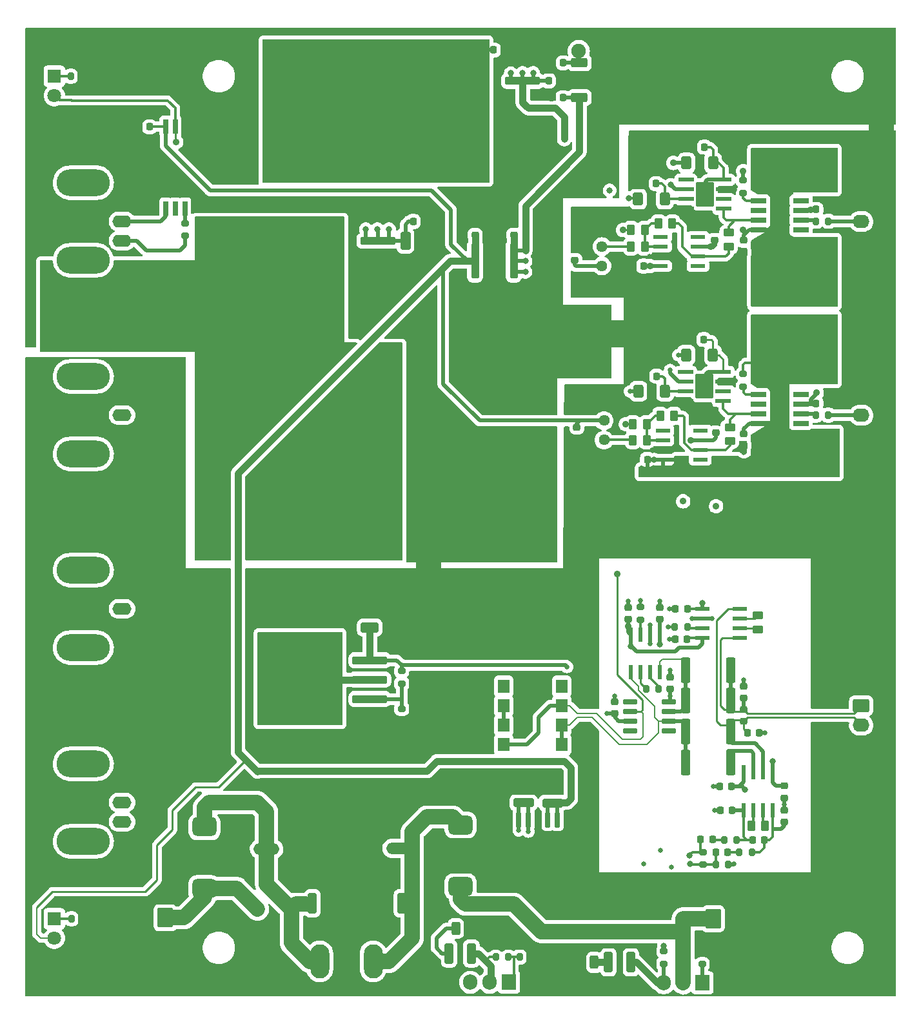
<source format=gbr>
%TF.GenerationSoftware,KiCad,Pcbnew,7.0.1*%
%TF.CreationDate,2023-05-22T15:23:33-04:00*%
%TF.ProjectId,bipolar_current_controller,6269706f-6c61-4725-9f63-757272656e74,rev?*%
%TF.SameCoordinates,Original*%
%TF.FileFunction,Copper,L1,Top*%
%TF.FilePolarity,Positive*%
%FSLAX46Y46*%
G04 Gerber Fmt 4.6, Leading zero omitted, Abs format (unit mm)*
G04 Created by KiCad (PCBNEW 7.0.1) date 2023-05-22 15:23:33*
%MOMM*%
%LPD*%
G01*
G04 APERTURE LIST*
G04 Aperture macros list*
%AMRoundRect*
0 Rectangle with rounded corners*
0 $1 Rounding radius*
0 $2 $3 $4 $5 $6 $7 $8 $9 X,Y pos of 4 corners*
0 Add a 4 corners polygon primitive as box body*
4,1,4,$2,$3,$4,$5,$6,$7,$8,$9,$2,$3,0*
0 Add four circle primitives for the rounded corners*
1,1,$1+$1,$2,$3*
1,1,$1+$1,$4,$5*
1,1,$1+$1,$6,$7*
1,1,$1+$1,$8,$9*
0 Add four rect primitives between the rounded corners*
20,1,$1+$1,$2,$3,$4,$5,0*
20,1,$1+$1,$4,$5,$6,$7,0*
20,1,$1+$1,$6,$7,$8,$9,0*
20,1,$1+$1,$8,$9,$2,$3,0*%
G04 Aperture macros list end*
%TA.AperFunction,SMDPad,CuDef*%
%ADD10RoundRect,0.250000X0.262500X0.450000X-0.262500X0.450000X-0.262500X-0.450000X0.262500X-0.450000X0*%
%TD*%
%TA.AperFunction,SMDPad,CuDef*%
%ADD11RoundRect,0.250000X1.100000X-0.325000X1.100000X0.325000X-1.100000X0.325000X-1.100000X-0.325000X0*%
%TD*%
%TA.AperFunction,SMDPad,CuDef*%
%ADD12RoundRect,0.200000X-0.200000X-0.275000X0.200000X-0.275000X0.200000X0.275000X-0.200000X0.275000X0*%
%TD*%
%TA.AperFunction,SMDPad,CuDef*%
%ADD13RoundRect,0.200000X0.275000X-0.200000X0.275000X0.200000X-0.275000X0.200000X-0.275000X-0.200000X0*%
%TD*%
%TA.AperFunction,SMDPad,CuDef*%
%ADD14RoundRect,0.250000X-0.362500X-1.425000X0.362500X-1.425000X0.362500X1.425000X-0.362500X1.425000X0*%
%TD*%
%TA.AperFunction,SMDPad,CuDef*%
%ADD15RoundRect,0.225000X0.250000X-0.225000X0.250000X0.225000X-0.250000X0.225000X-0.250000X-0.225000X0*%
%TD*%
%TA.AperFunction,SMDPad,CuDef*%
%ADD16R,2.032000X0.660400*%
%TD*%
%TA.AperFunction,ComponentPad*%
%ADD17C,0.355600*%
%TD*%
%TA.AperFunction,SMDPad,CuDef*%
%ADD18R,2.540000X3.556000*%
%TD*%
%TA.AperFunction,SMDPad,CuDef*%
%ADD19RoundRect,0.200000X-0.275000X0.200000X-0.275000X-0.200000X0.275000X-0.200000X0.275000X0.200000X0*%
%TD*%
%TA.AperFunction,SMDPad,CuDef*%
%ADD20RoundRect,0.218750X-0.218750X-0.256250X0.218750X-0.256250X0.218750X0.256250X-0.218750X0.256250X0*%
%TD*%
%TA.AperFunction,SMDPad,CuDef*%
%ADD21R,1.000000X1.000000*%
%TD*%
%TA.AperFunction,SMDPad,CuDef*%
%ADD22R,1.550000X1.000000*%
%TD*%
%TA.AperFunction,SMDPad,CuDef*%
%ADD23R,3.800000X1.000000*%
%TD*%
%TA.AperFunction,SMDPad,CuDef*%
%ADD24R,1.000000X2.300000*%
%TD*%
%TA.AperFunction,SMDPad,CuDef*%
%ADD25R,1.000000X3.800000*%
%TD*%
%TA.AperFunction,SMDPad,CuDef*%
%ADD26R,1.520000X1.780000*%
%TD*%
%TA.AperFunction,SMDPad,CuDef*%
%ADD27R,1.520000X1.750000*%
%TD*%
%TA.AperFunction,SMDPad,CuDef*%
%ADD28RoundRect,0.250000X-0.450000X0.262500X-0.450000X-0.262500X0.450000X-0.262500X0.450000X0.262500X0*%
%TD*%
%TA.AperFunction,SMDPad,CuDef*%
%ADD29RoundRect,0.625000X-0.975000X0.625000X-0.975000X-0.625000X0.975000X-0.625000X0.975000X0.625000X0*%
%TD*%
%TA.AperFunction,SMDPad,CuDef*%
%ADD30RoundRect,0.250000X-0.312500X-0.625000X0.312500X-0.625000X0.312500X0.625000X-0.312500X0.625000X0*%
%TD*%
%TA.AperFunction,SMDPad,CuDef*%
%ADD31RoundRect,0.250000X-0.850000X-0.350000X0.850000X-0.350000X0.850000X0.350000X-0.850000X0.350000X0*%
%TD*%
%TA.AperFunction,SMDPad,CuDef*%
%ADD32RoundRect,0.250000X-1.275000X-1.125000X1.275000X-1.125000X1.275000X1.125000X-1.275000X1.125000X0*%
%TD*%
%TA.AperFunction,SMDPad,CuDef*%
%ADD33RoundRect,0.249997X-2.950003X-2.650003X2.950003X-2.650003X2.950003X2.650003X-2.950003X2.650003X0*%
%TD*%
%TA.AperFunction,SMDPad,CuDef*%
%ADD34RoundRect,0.225000X-0.250000X0.225000X-0.250000X-0.225000X0.250000X-0.225000X0.250000X0.225000X0*%
%TD*%
%TA.AperFunction,SMDPad,CuDef*%
%ADD35R,0.558800X1.981200*%
%TD*%
%TA.AperFunction,SMDPad,CuDef*%
%ADD36O,3.400000X1.500000*%
%TD*%
%TA.AperFunction,ComponentPad*%
%ADD37R,1.905000X2.000000*%
%TD*%
%TA.AperFunction,ComponentPad*%
%ADD38O,1.905000X2.000000*%
%TD*%
%TA.AperFunction,SMDPad,CuDef*%
%ADD39RoundRect,0.225000X0.225000X0.250000X-0.225000X0.250000X-0.225000X-0.250000X0.225000X-0.250000X0*%
%TD*%
%TA.AperFunction,ComponentPad*%
%ADD40RoundRect,0.250000X-0.845000X0.620000X-0.845000X-0.620000X0.845000X-0.620000X0.845000X0.620000X0*%
%TD*%
%TA.AperFunction,ComponentPad*%
%ADD41O,2.190000X1.740000*%
%TD*%
%TA.AperFunction,SMDPad,CuDef*%
%ADD42RoundRect,0.225000X-0.225000X-0.250000X0.225000X-0.250000X0.225000X0.250000X-0.225000X0.250000X0*%
%TD*%
%TA.AperFunction,SMDPad,CuDef*%
%ADD43RoundRect,0.250000X-0.325000X-1.100000X0.325000X-1.100000X0.325000X1.100000X-0.325000X1.100000X0*%
%TD*%
%TA.AperFunction,ComponentPad*%
%ADD44O,2.500000X4.500000*%
%TD*%
%TA.AperFunction,SMDPad,CuDef*%
%ADD45RoundRect,0.250000X0.450000X-0.262500X0.450000X0.262500X-0.450000X0.262500X-0.450000X-0.262500X0*%
%TD*%
%TA.AperFunction,SMDPad,CuDef*%
%ADD46RoundRect,0.250000X-0.400000X-0.600000X0.400000X-0.600000X0.400000X0.600000X-0.400000X0.600000X0*%
%TD*%
%TA.AperFunction,ComponentPad*%
%ADD47R,1.800000X1.800000*%
%TD*%
%TA.AperFunction,ComponentPad*%
%ADD48C,1.800000*%
%TD*%
%TA.AperFunction,SMDPad,CuDef*%
%ADD49RoundRect,0.250000X-0.925000X0.412500X-0.925000X-0.412500X0.925000X-0.412500X0.925000X0.412500X0*%
%TD*%
%TA.AperFunction,SMDPad,CuDef*%
%ADD50R,1.981200X0.558800*%
%TD*%
%TA.AperFunction,SMDPad,CuDef*%
%ADD51RoundRect,0.200000X0.200000X0.275000X-0.200000X0.275000X-0.200000X-0.275000X0.200000X-0.275000X0*%
%TD*%
%TA.AperFunction,SMDPad,CuDef*%
%ADD52RoundRect,0.041300X0.943700X0.253700X-0.943700X0.253700X-0.943700X-0.253700X0.943700X-0.253700X0*%
%TD*%
%TA.AperFunction,SMDPad,CuDef*%
%ADD53RoundRect,0.170100X1.044900X1.414900X-1.044900X1.414900X-1.044900X-1.414900X1.044900X-1.414900X0*%
%TD*%
%TA.AperFunction,SMDPad,CuDef*%
%ADD54RoundRect,0.250000X2.050000X0.300000X-2.050000X0.300000X-2.050000X-0.300000X2.050000X-0.300000X0*%
%TD*%
%TA.AperFunction,SMDPad,CuDef*%
%ADD55RoundRect,0.250000X2.025000X2.375000X-2.025000X2.375000X-2.025000X-2.375000X2.025000X-2.375000X0*%
%TD*%
%TA.AperFunction,SMDPad,CuDef*%
%ADD56RoundRect,0.250002X4.449998X5.149998X-4.449998X5.149998X-4.449998X-5.149998X4.449998X-5.149998X0*%
%TD*%
%TA.AperFunction,SMDPad,CuDef*%
%ADD57R,1.981200X0.533400*%
%TD*%
%TA.AperFunction,ComponentPad*%
%ADD58C,1.440000*%
%TD*%
%TA.AperFunction,ComponentPad*%
%ADD59O,2.500000X1.600000*%
%TD*%
%TA.AperFunction,ComponentPad*%
%ADD60O,7.000000X3.500000*%
%TD*%
%TA.AperFunction,SMDPad,CuDef*%
%ADD61RoundRect,0.048800X0.871200X0.256200X-0.871200X0.256200X-0.871200X-0.256200X0.871200X-0.256200X0*%
%TD*%
%TA.AperFunction,SMDPad,CuDef*%
%ADD62RoundRect,0.250000X0.400000X0.600000X-0.400000X0.600000X-0.400000X-0.600000X0.400000X-0.600000X0*%
%TD*%
%TA.AperFunction,SMDPad,CuDef*%
%ADD63RoundRect,0.250000X-0.262500X-0.450000X0.262500X-0.450000X0.262500X0.450000X-0.262500X0.450000X0*%
%TD*%
%TA.AperFunction,SMDPad,CuDef*%
%ADD64R,0.640000X1.900000*%
%TD*%
%TA.AperFunction,SMDPad,CuDef*%
%ADD65RoundRect,0.250000X0.787500X1.025000X-0.787500X1.025000X-0.787500X-1.025000X0.787500X-1.025000X0*%
%TD*%
%TA.AperFunction,SMDPad,CuDef*%
%ADD66RoundRect,0.250000X-0.300000X2.050000X-0.300000X-2.050000X0.300000X-2.050000X0.300000X2.050000X0*%
%TD*%
%TA.AperFunction,SMDPad,CuDef*%
%ADD67RoundRect,0.250000X-2.375000X2.025000X-2.375000X-2.025000X2.375000X-2.025000X2.375000X2.025000X0*%
%TD*%
%TA.AperFunction,SMDPad,CuDef*%
%ADD68RoundRect,0.250002X-5.149998X4.449998X-5.149998X-4.449998X5.149998X-4.449998X5.149998X4.449998X0*%
%TD*%
%TA.AperFunction,SMDPad,CuDef*%
%ADD69RoundRect,0.049600X-0.260400X0.935400X-0.260400X-0.935400X0.260400X-0.935400X0.260400X0.935400X0*%
%TD*%
%TA.AperFunction,SMDPad,CuDef*%
%ADD70RoundRect,0.788000X-0.792000X0.197000X-0.792000X-0.197000X0.792000X-0.197000X0.792000X0.197000X0*%
%TD*%
%TA.AperFunction,SMDPad,CuDef*%
%ADD71RoundRect,0.250000X0.412500X0.925000X-0.412500X0.925000X-0.412500X-0.925000X0.412500X-0.925000X0*%
%TD*%
%TA.AperFunction,SMDPad,CuDef*%
%ADD72RoundRect,0.250000X0.325000X1.100000X-0.325000X1.100000X-0.325000X-1.100000X0.325000X-1.100000X0*%
%TD*%
%TA.AperFunction,ViaPad*%
%ADD73C,0.889000*%
%TD*%
%TA.AperFunction,ViaPad*%
%ADD74C,0.800000*%
%TD*%
%TA.AperFunction,ViaPad*%
%ADD75C,0.635000*%
%TD*%
%TA.AperFunction,ViaPad*%
%ADD76C,1.651000*%
%TD*%
%TA.AperFunction,ViaPad*%
%ADD77C,1.905000*%
%TD*%
%TA.AperFunction,Conductor*%
%ADD78C,0.508000*%
%TD*%
%TA.AperFunction,Conductor*%
%ADD79C,0.889000*%
%TD*%
%TA.AperFunction,Conductor*%
%ADD80C,0.304800*%
%TD*%
%TA.AperFunction,Conductor*%
%ADD81C,0.250000*%
%TD*%
%TA.AperFunction,Conductor*%
%ADD82C,0.203200*%
%TD*%
%TA.AperFunction,Conductor*%
%ADD83C,0.635000*%
%TD*%
%TA.AperFunction,Conductor*%
%ADD84C,2.032000*%
%TD*%
%TA.AperFunction,Conductor*%
%ADD85C,0.200000*%
%TD*%
G04 APERTURE END LIST*
D10*
%TO.P,R13,1*%
%TO.N,Net-(U5--)*%
X144835477Y-54101451D03*
%TO.P,R13,2*%
%TO.N,Net-(R13-Pad2)*%
X143010477Y-54101451D03*
%TD*%
D11*
%TO.P,C51,1*%
%TO.N,+2V5*%
X128908093Y-127029306D03*
%TO.P,C51,2*%
%TO.N,GND*%
X128908093Y-124079306D03*
%TD*%
D12*
%TO.P,R38,1*%
%TO.N,V+*%
X125244988Y-147272713D03*
%TO.P,R38,2*%
%TO.N,Net-(U11-ADJ)*%
X126894988Y-147272713D03*
%TD*%
D13*
%TO.P,R36,1*%
%TO.N,GND*%
X112903000Y-116369000D03*
%TO.P,R36,2*%
%TO.N,Net-(U18-ADJ)*%
X112903000Y-114719000D03*
%TD*%
D12*
%TO.P,R32,1*%
%TO.N,Net-(D3-K)*%
X69560618Y-142239960D03*
%TO.P,R32,2*%
%TO.N,GND*%
X71210618Y-142239960D03*
%TD*%
D14*
%TO.P,R9,1*%
%TO.N,U1+*%
X150164262Y-113603705D03*
%TO.P,R9,2*%
%TO.N,POWER_GND_REF*%
X156089262Y-113603705D03*
%TD*%
D10*
%TO.P,R17,1*%
%TO.N,Net-(R17-Pad1)*%
X148440477Y-51077426D03*
%TO.P,R17,2*%
%TO.N,Net-(U5--)*%
X146615477Y-51077426D03*
%TD*%
D15*
%TO.P,C10,1*%
%TO.N,GND*%
X135894050Y-79336617D03*
%TO.P,C10,2*%
%TO.N,+5V*%
X135894050Y-77786617D03*
%TD*%
D16*
%TO.P,U8,1,BW*%
%TO.N,Net-(U8-BW)*%
X159731824Y-48110039D03*
%TO.P,U8,2*%
%TO.N,N/C*%
X159731824Y-49380039D03*
%TO.P,U8,3,IN*%
%TO.N,Net-(S2-COM1)*%
X159731824Y-50650039D03*
%TO.P,U8,4,V-*%
%TO.N,-15V*%
X159731824Y-51920039D03*
%TO.P,U8,5*%
%TO.N,N/C*%
X165319824Y-51920039D03*
%TO.P,U8,6,OUT*%
%TO.N,Net-(U8-OUT)*%
X165319824Y-50650039D03*
%TO.P,U8,7,V+*%
%TO.N,V+*%
X165319824Y-49380039D03*
%TO.P,U8,8*%
%TO.N,N/C*%
X165319824Y-48110039D03*
D17*
%TO.P,U8,9,EP*%
%TO.N,-15V*%
X161636824Y-48491039D03*
X161636824Y-50015039D03*
X161636824Y-51539039D03*
X162081324Y-49253039D03*
X162081324Y-50777039D03*
X162525824Y-48491039D03*
X162525824Y-50015039D03*
D18*
X162525824Y-50015039D03*
X162525824Y-50015039D03*
D17*
X162525824Y-51539039D03*
X162970324Y-49253039D03*
X162970324Y-50777039D03*
X163414824Y-48491039D03*
X163414824Y-50015039D03*
X163414824Y-51539039D03*
%TD*%
D19*
%TO.P,R35,1*%
%TO.N,Net-(U12-ADJ)*%
X147319856Y-146506237D03*
%TO.P,R35,2*%
%TO.N,V-*%
X147319856Y-148156237D03*
%TD*%
D20*
%TO.P,L4,1,1*%
%TO.N,Net-(J2-In)*%
X152116569Y-131854347D03*
%TO.P,L4,2,2*%
%TO.N,Net-(L4-Pad2)*%
X153691569Y-131854347D03*
%TD*%
D21*
%TO.P,TP1,1,1*%
%TO.N,GND*%
X137419433Y-137356288D03*
D22*
X138694433Y-137356288D03*
D23*
X143569433Y-137356288D03*
X149569433Y-137356288D03*
X155569433Y-137356288D03*
X161569433Y-137356288D03*
D22*
X166444433Y-137356288D03*
D21*
X167719433Y-137356288D03*
D24*
X137419433Y-135706288D03*
X167719433Y-135706288D03*
D25*
X137419433Y-130456288D03*
X167719433Y-130456288D03*
X137419433Y-124456288D03*
X167719433Y-124456288D03*
X137419433Y-118456288D03*
X167719433Y-118456288D03*
X137419433Y-112456288D03*
X167719433Y-112456288D03*
X137419433Y-106456288D03*
X167719433Y-106456288D03*
X137419433Y-100456288D03*
X167719433Y-100456288D03*
D24*
X137419433Y-95206288D03*
X167719433Y-95206288D03*
D21*
X137419433Y-93556288D03*
D22*
X138694433Y-93556288D03*
D23*
X143569433Y-93556288D03*
X149569433Y-93556288D03*
X155569433Y-93556288D03*
X161569433Y-93556288D03*
D22*
X166444433Y-93556288D03*
D21*
X167719433Y-93556288D03*
%TD*%
D26*
%TO.P,J5,1,Pin_1*%
%TO.N,U1-*%
X133919599Y-119373256D03*
D27*
%TO.P,J5,2,Pin_2*%
X133919599Y-116833256D03*
D26*
%TO.P,J5,3,Pin_3*%
%TO.N,Net-(J5-Pin_3)*%
X133919599Y-114293256D03*
%TO.P,J5,4,Pin_4*%
%TO.N,unconnected-(J5-Pin_4-Pad4)*%
X133919599Y-111753256D03*
%TO.P,J5,5,Pin_5*%
%TO.N,unconnected-(J5-Pin_5-Pad5)*%
X126299599Y-111753256D03*
%TO.P,J5,6,Pin_6*%
%TO.N,Net-(J5-Pin_6)*%
X126299599Y-114293256D03*
%TO.P,J5,7,Pin_7*%
X126299599Y-116833256D03*
%TO.P,J5,8,Pin_8*%
%TO.N,Net-(J5-Pin_3)*%
X126299599Y-119373256D03*
%TD*%
D15*
%TO.P,C30,1*%
%TO.N,POWER_GND_REF*%
X157795599Y-113303256D03*
%TO.P,C30,2*%
%TO.N,GND*%
X157795599Y-111753256D03*
%TD*%
D28*
%TO.P,R19,1*%
%TO.N,Net-(S2-COM1)*%
X155820967Y-52274821D03*
%TO.P,R19,2*%
%TO.N,Net-(R17-Pad1)*%
X155820967Y-54099821D03*
%TD*%
D29*
%TO.P,L2,1,1*%
%TO.N,-24V*%
X120650000Y-129935000D03*
%TO.P,L2,2,2*%
%TO.N,Net-(U12-VI)*%
X120650000Y-138035000D03*
%TD*%
D19*
%TO.P,R34,1*%
%TO.N,GND*%
X152374307Y-146527951D03*
%TO.P,R34,2*%
%TO.N,Net-(U12-ADJ)*%
X152374307Y-148177951D03*
%TD*%
%TO.P,R1,1*%
%TO.N,Net-(J1-In)*%
X144261759Y-101349121D03*
%TO.P,R1,2*%
%TO.N,Net-(R1-Pad2)*%
X144261759Y-102999121D03*
%TD*%
D30*
%TO.P,R41,1*%
%TO.N,GND*%
X135255000Y-147955000D03*
%TO.P,R41,2*%
%TO.N,Net-(C40-Pad1)*%
X138180000Y-147955000D03*
%TD*%
D31*
%TO.P,U14,1,IN*%
%TO.N,V+*%
X136242922Y-30003935D03*
D32*
%TO.P,U14,2,GND*%
%TO.N,GND*%
X140867922Y-30758935D03*
X140867922Y-33808935D03*
D33*
X142542922Y-32283935D03*
D32*
X144217922Y-30758935D03*
X144217922Y-33808935D03*
D31*
%TO.P,U14,3,OUT*%
%TO.N,+15V*%
X136242922Y-34563935D03*
%TD*%
D10*
%TO.P,R14,1*%
%TO.N,Net-(U5--)*%
X144832776Y-51925154D03*
%TO.P,R14,2*%
%TO.N,Net-(J5-Pin_3)*%
X143007776Y-51925154D03*
%TD*%
D34*
%TO.P,C2,1*%
%TO.N,GND*%
X146801211Y-101394072D03*
%TO.P,C2,2*%
%TO.N,-15V*%
X146801211Y-102944072D03*
%TD*%
D35*
%TO.P,U1,1,-*%
%TO.N,U1-*%
X142991759Y-109886721D03*
%TO.P,U1,2,Rg*%
%TO.N,Net-(R2-Pad2)*%
X144261759Y-109886721D03*
%TO.P,U1,3,Rg*%
%TO.N,Net-(R2-Pad1)*%
X145531759Y-109886721D03*
%TO.P,U1,4,+*%
%TO.N,U1+*%
X146801759Y-109886721D03*
%TO.P,U1,5,Vs-*%
%TO.N,-15V*%
X146801759Y-104959121D03*
%TO.P,U1,6,Ref*%
%TO.N,GND*%
X145531759Y-104959121D03*
%TO.P,U1,7*%
%TO.N,Net-(R1-Pad2)*%
X144261759Y-104959121D03*
%TO.P,U1,8,Vs+*%
%TO.N,+15V*%
X142991759Y-104959121D03*
%TD*%
D15*
%TO.P,C1,1*%
%TO.N,+15V*%
X142669092Y-102943524D03*
%TO.P,C1,2*%
%TO.N,GND*%
X142669092Y-101393524D03*
%TD*%
D36*
%TO.P,C31,1*%
%TO.N,+24V*%
X95175000Y-133096000D03*
%TO.P,C31,2*%
%TO.N,GND*%
X101675000Y-133096000D03*
%TD*%
D15*
%TO.P,C27,1*%
%TO.N,Net-(U2-+)*%
X163144222Y-129532056D03*
%TO.P,C27,2*%
%TO.N,GND*%
X163144222Y-127982056D03*
%TD*%
D37*
%TO.P,U12,1,ADJ*%
%TO.N,Net-(U12-ADJ)*%
X152400000Y-150640058D03*
D38*
%TO.P,U12,2,VI*%
%TO.N,Net-(U12-VI)*%
X149860000Y-150640058D03*
%TO.P,U12,3,VO*%
%TO.N,V-*%
X147320000Y-150640058D03*
%TD*%
D39*
%TO.P,C28,1*%
%TO.N,GND*%
X159853599Y-117849256D03*
%TO.P,C28,2*%
%TO.N,U2*%
X158303599Y-117849256D03*
%TD*%
D13*
%TO.P,R4,1*%
%TO.N,Net-(J2-Ext)*%
X152446600Y-135141226D03*
%TO.P,R4,2*%
%TO.N,Net-(J2-In)*%
X152446600Y-133491226D03*
%TD*%
D39*
%TO.P,C42,1*%
%TO.N,GND*%
X126505000Y-28322000D03*
%TO.P,C42,2*%
%TO.N,V-*%
X124955000Y-28322000D03*
%TD*%
D40*
%TO.P,J7,1,Pin_1*%
%TO.N,GND*%
X173228000Y-48260000D03*
D41*
%TO.P,J7,2,Pin_2*%
%TO.N,Net-(J7-Pin_2)*%
X173228000Y-50800000D03*
%TD*%
D42*
%TO.P,C25,1*%
%TO.N,GND*%
X154760449Y-127979468D03*
%TO.P,C25,2*%
%TO.N,Net-(U2--)*%
X156310449Y-127979468D03*
%TD*%
D14*
%TO.P,R8,1*%
%TO.N,U1+*%
X150152330Y-109603374D03*
%TO.P,R8,2*%
%TO.N,POWER_GND_REF*%
X156077330Y-109603374D03*
%TD*%
D39*
%TO.P,C48,1*%
%TO.N,GND*%
X115964000Y-50800000D03*
%TO.P,C48,2*%
%TO.N,-5V*%
X114414000Y-50800000D03*
%TD*%
D42*
%TO.P,C3,1*%
%TO.N,GND*%
X154645050Y-124884019D03*
%TO.P,C3,2*%
%TO.N,+15V*%
X156195050Y-124884019D03*
%TD*%
D12*
%TO.P,R10,1*%
%TO.N,Net-(J4-In)*%
X148740732Y-103957748D03*
%TO.P,R10,2*%
%TO.N,Net-(R10-Pad2)*%
X150390732Y-103957748D03*
%TD*%
D42*
%TO.P,C23,1*%
%TO.N,GND*%
X144754000Y-45847000D03*
%TO.P,C23,2*%
%TO.N,Net-(D5-A)*%
X146304000Y-45847000D03*
%TD*%
D13*
%TO.P,R26,1*%
%TO.N,Net-(U7-BW)*%
X157734000Y-72453000D03*
%TO.P,R26,2*%
%TO.N,V-*%
X157734000Y-70803000D03*
%TD*%
D43*
%TO.P,C40,1*%
%TO.N,Net-(C40-Pad1)*%
X140056000Y-147955000D03*
%TO.P,C40,2*%
%TO.N,V-*%
X143006000Y-147955000D03*
%TD*%
D39*
%TO.P,C43,1*%
%TO.N,+15V*%
X134079922Y-34569935D03*
%TO.P,C43,2*%
%TO.N,GND*%
X132529922Y-34569935D03*
%TD*%
D34*
%TO.P,C4,1*%
%TO.N,-15V*%
X163129762Y-124824783D03*
%TO.P,C4,2*%
%TO.N,GND*%
X163129762Y-126374783D03*
%TD*%
D44*
%TO.P,P1,1,Pin_1*%
%TO.N,+24V*%
X102164000Y-147828000D03*
%TO.P,P1,2,Pin_2*%
%TO.N,GND*%
X105664000Y-147828000D03*
%TO.P,P1,3,Pin_3*%
%TO.N,-24V*%
X109164000Y-147828000D03*
%TD*%
D45*
%TO.P,R6,1*%
%TO.N,Net-(R6-Pad1)*%
X159648881Y-104283923D03*
%TO.P,R6,2*%
%TO.N,Net-(R6-Pad2)*%
X159648881Y-102458923D03*
%TD*%
D28*
%TO.P,R20,1*%
%TO.N,Net-(S1-COM1)*%
X155977129Y-77784556D03*
%TO.P,R20,2*%
%TO.N,Net-(R18-Pad1)*%
X155977129Y-79609556D03*
%TD*%
D46*
%TO.P,D4,1,K*%
%TO.N,V-*%
X143979447Y-73068233D03*
%TO.P,D4,2,A*%
%TO.N,Net-(D4-A)*%
X147479447Y-73068233D03*
%TD*%
D43*
%TO.P,C34,1*%
%TO.N,GND*%
X109982000Y-140208000D03*
%TO.P,C34,2*%
%TO.N,-24V*%
X112932000Y-140208000D03*
%TD*%
D47*
%TO.P,D6,1,K*%
%TO.N,Net-(D6-K)*%
X67310000Y-31750000D03*
D48*
%TO.P,D6,2,A*%
%TO.N,Digital_control*%
X67310000Y-34290000D03*
%TD*%
D10*
%TO.P,R15,1*%
%TO.N,Net-(U6--)*%
X145065311Y-79467582D03*
%TO.P,R15,2*%
%TO.N,Net-(R15-Pad2)*%
X143240311Y-79467582D03*
%TD*%
D34*
%TO.P,C11,1*%
%TO.N,GND*%
X153967952Y-51709949D03*
%TO.P,C11,2*%
%TO.N,V+*%
X153967952Y-53259949D03*
%TD*%
D42*
%TO.P,C16,1*%
%TO.N,GND*%
X151094835Y-41061292D03*
%TO.P,C16,2*%
%TO.N,Net-(D2-K)*%
X152644835Y-41061292D03*
%TD*%
D49*
%TO.P,C52,1*%
%TO.N,GND*%
X108712000Y-100976000D03*
%TO.P,C52,2*%
%TO.N,-2V5*%
X108712000Y-104051000D03*
%TD*%
D50*
%TO.P,U3,1,-*%
%TO.N,POWER_GND_REF*%
X157287599Y-105403256D03*
%TO.P,U3,2,Rg*%
%TO.N,Net-(R6-Pad1)*%
X157287599Y-104133256D03*
%TO.P,U3,3,Rg*%
%TO.N,Net-(R6-Pad2)*%
X157287599Y-102863256D03*
%TO.P,U3,4,+*%
%TO.N,U2*%
X157287599Y-101593256D03*
%TO.P,U3,5,Vs-*%
%TO.N,-15V*%
X152359999Y-101593256D03*
%TO.P,U3,6,Ref*%
%TO.N,GND*%
X152359999Y-102863256D03*
%TO.P,U3,7*%
%TO.N,Net-(R10-Pad2)*%
X152359999Y-104133256D03*
%TO.P,U3,8,Vs+*%
%TO.N,+15V*%
X152359999Y-105403256D03*
%TD*%
D13*
%TO.P,R37,1*%
%TO.N,Net-(U18-ADJ)*%
X112903000Y-111416000D03*
%TO.P,R37,2*%
%TO.N,-2V5*%
X112903000Y-109766000D03*
%TD*%
D51*
%TO.P,R39,1*%
%TO.N,GND*%
X71120000Y-31750000D03*
%TO.P,R39,2*%
%TO.N,Net-(D6-K)*%
X69470000Y-31750000D03*
%TD*%
D15*
%TO.P,C45,1*%
%TO.N,+15V*%
X127634000Y-52595000D03*
%TO.P,C45,2*%
%TO.N,GND*%
X127634000Y-51045000D03*
%TD*%
D52*
%TO.P,S2,1,COM1*%
%TO.N,Net-(S2-COM1)*%
X155182000Y-49149000D03*
%TO.P,S2,2,N.C.*%
%TO.N,unconnected-(S2-N.C.-Pad2)*%
X155182000Y-47879000D03*
%TO.P,S2,3,GND*%
%TO.N,GND*%
X155182000Y-46609000D03*
%TO.P,S2,4,V+*%
%TO.N,Net-(D2-K)*%
X155182000Y-45339000D03*
D53*
X152711015Y-47244000D03*
D52*
%TO.P,S2,5,N.C.*%
%TO.N,unconnected-(S2-N.C.-Pad5)*%
X150232000Y-45339000D03*
%TO.P,S2,6,IN*%
%TO.N,Digital_control*%
X150232000Y-46609000D03*
%TO.P,S2,7,V-*%
%TO.N,Net-(D5-A)*%
X150232000Y-47879000D03*
%TO.P,S2,8,NO*%
%TO.N,GND*%
X150232000Y-49149000D03*
%TD*%
D54*
%TO.P,U13,1,GND*%
%TO.N,GND*%
X128787000Y-37447000D03*
D55*
%TO.P,U13,2,IN*%
%TO.N,V-*%
X122062000Y-37682000D03*
X122062000Y-32132000D03*
D56*
X119637000Y-34907000D03*
D55*
X117212000Y-37682000D03*
X117212000Y-32132000D03*
D54*
%TO.P,U13,3,OUT*%
%TO.N,-15V*%
X128787000Y-32367000D03*
%TD*%
D57*
%TO.P,U6,1,VOS*%
%TO.N,unconnected-(U6-VOS-Pad1)*%
X147176131Y-78205476D03*
%TO.P,U6,2,-*%
%TO.N,Net-(U6--)*%
X147176131Y-79475476D03*
%TO.P,U6,3,+*%
%TO.N,GND*%
X147176131Y-80745476D03*
%TO.P,U6,4,V-*%
%TO.N,V-*%
X147176131Y-82015476D03*
%TO.P,U6,5,NC*%
%TO.N,unconnected-(U6-NC-Pad5)*%
X152103731Y-82015476D03*
%TO.P,U6,6*%
%TO.N,Net-(R18-Pad1)*%
X152103731Y-80745476D03*
%TO.P,U6,7,V+*%
%TO.N,+15V*%
X152103731Y-79475476D03*
%TO.P,U6,8,VOS*%
%TO.N,unconnected-(U6-VOS-Pad8)*%
X152103731Y-78205476D03*
%TD*%
D42*
%TO.P,C6,1*%
%TO.N,GND*%
X148794402Y-105551513D03*
%TO.P,C6,2*%
%TO.N,+15V*%
X150344402Y-105551513D03*
%TD*%
%TO.P,C14,1*%
%TO.N,GND*%
X143602184Y-82011665D03*
%TO.P,C14,2*%
%TO.N,V-*%
X145152184Y-82011665D03*
%TD*%
D39*
%TO.P,C37,1*%
%TO.N,+5V*%
X79813108Y-38386246D03*
%TO.P,C37,2*%
%TO.N,GND*%
X78263108Y-38386246D03*
%TD*%
D15*
%TO.P,C9,1*%
%TO.N,-5V*%
X135636000Y-55893000D03*
%TO.P,C9,2*%
%TO.N,GND*%
X135636000Y-54343000D03*
%TD*%
D12*
%TO.P,R28,1*%
%TO.N,Net-(L3-Pad2)*%
X157245902Y-133493984D03*
%TO.P,R28,2*%
%TO.N,Net-(U2-+)*%
X158895902Y-133493984D03*
%TD*%
D58*
%TO.P,RV1,1,1*%
%TO.N,GND*%
X139197249Y-51558848D03*
%TO.P,RV1,2,2*%
%TO.N,Net-(R13-Pad2)*%
X139197249Y-54098848D03*
%TO.P,RV1,3,3*%
%TO.N,-5V*%
X139197249Y-56638848D03*
%TD*%
D40*
%TO.P,J8,1,Pin_1*%
%TO.N,GND*%
X173228000Y-73660000D03*
D41*
%TO.P,J8,2,Pin_2*%
%TO.N,Net-(J8-Pin_2)*%
X173228000Y-76200000D03*
%TD*%
D13*
%TO.P,R25,1*%
%TO.N,Net-(U8-BW)*%
X157747048Y-47035511D03*
%TO.P,R25,2*%
%TO.N,-15V*%
X157747048Y-45385511D03*
%TD*%
D52*
%TO.P,S1,1,COM1*%
%TO.N,Net-(S1-COM1)*%
X155122372Y-74335190D03*
%TO.P,S1,2,N.C.*%
%TO.N,unconnected-(S1-N.C.-Pad2)*%
X155122372Y-73065190D03*
%TO.P,S1,3,GND*%
%TO.N,GND*%
X155122372Y-71795190D03*
%TO.P,S1,4,V+*%
%TO.N,Net-(D1-K)*%
X155122372Y-70525190D03*
D53*
X152651387Y-72430190D03*
D52*
%TO.P,S1,5,N.C.*%
%TO.N,unconnected-(S1-N.C.-Pad5)*%
X150172372Y-70525190D03*
%TO.P,S1,6,IN*%
%TO.N,Digital_control*%
X150172372Y-71795190D03*
%TO.P,S1,7,V-*%
%TO.N,Net-(D4-A)*%
X150172372Y-73065190D03*
%TO.P,S1,8,NO*%
%TO.N,GND*%
X150172372Y-74335190D03*
%TD*%
D59*
%TO.P,J1,1,In*%
%TO.N,Net-(J1-In)*%
X76200000Y-101600000D03*
%TO.P,J1,2,Ext*%
%TO.N,GND*%
X76200000Y-104140000D03*
D60*
%TO.P,J1,3*%
%TO.N,N/C*%
X71120000Y-106680000D03*
X71120000Y-96520000D03*
%TD*%
D36*
%TO.P,C32,1*%
%TO.N,GND*%
X106045000Y-132999016D03*
%TO.P,C32,2*%
%TO.N,-24V*%
X112545000Y-132999016D03*
%TD*%
D34*
%TO.P,C20,1*%
%TO.N,V-*%
X157824633Y-78638388D03*
%TO.P,C20,2*%
%TO.N,GND*%
X157824633Y-80188388D03*
%TD*%
D15*
%TO.P,C29,1*%
%TO.N,U2*%
X157795599Y-116351256D03*
%TO.P,C29,2*%
%TO.N,POWER_GND_REF*%
X157795599Y-114801256D03*
%TD*%
D61*
%TO.P,U4,1,NC*%
%TO.N,unconnected-(U4-NC-Pad1)*%
X147943550Y-117566361D03*
%TO.P,U4,2,-*%
%TO.N,U1-*%
X147943550Y-116296361D03*
%TO.P,U4,3,+*%
%TO.N,U1+*%
X147943550Y-115026361D03*
%TO.P,U4,4,V-*%
%TO.N,-2V5*%
X147943550Y-113756361D03*
%TO.P,U4,5,NC*%
%TO.N,unconnected-(U4-NC-Pad5)*%
X142873550Y-113756361D03*
%TO.P,U4,6*%
%TO.N,Net-(J5-Pin_3)*%
X142873550Y-115026361D03*
%TO.P,U4,7,V+*%
%TO.N,+2V5*%
X142873550Y-116296361D03*
%TO.P,U4,8,NC*%
%TO.N,unconnected-(U4-NC-Pad8)*%
X142873550Y-117566361D03*
%TD*%
D43*
%TO.P,C33,1*%
%TO.N,+24V*%
X101190000Y-140208000D03*
%TO.P,C33,2*%
%TO.N,GND*%
X104140000Y-140208000D03*
%TD*%
D15*
%TO.P,C7,1*%
%TO.N,-2V5*%
X148143599Y-112109568D03*
%TO.P,C7,2*%
%TO.N,GND*%
X148143599Y-110559568D03*
%TD*%
D59*
%TO.P,J2,1,In*%
%TO.N,Net-(J2-In)*%
X76200000Y-127000000D03*
%TO.P,J2,2,Ext*%
%TO.N,Net-(J2-Ext)*%
X76200000Y-129540000D03*
D60*
%TO.P,J2,3*%
%TO.N,N/C*%
X71120000Y-132080000D03*
X71120000Y-121920000D03*
%TD*%
D10*
%TO.P,R18,1*%
%TO.N,Net-(R18-Pad1)*%
X148660281Y-76300476D03*
%TO.P,R18,2*%
%TO.N,Net-(U6--)*%
X146835281Y-76300476D03*
%TD*%
D51*
%TO.P,R23,1*%
%TO.N,Net-(J8-Pin_2)*%
X168910000Y-76200000D03*
%TO.P,R23,2*%
%TO.N,Net-(U7-OUT)*%
X167260000Y-76200000D03*
%TD*%
D11*
%TO.P,C49,1*%
%TO.N,+5V*%
X132732890Y-127068699D03*
%TO.P,C49,2*%
%TO.N,GND*%
X132732890Y-124118699D03*
%TD*%
D46*
%TO.P,D5,1,K*%
%TO.N,V-*%
X143947000Y-47879000D03*
%TO.P,D5,2,A*%
%TO.N,Net-(D5-A)*%
X147447000Y-47879000D03*
%TD*%
D39*
%TO.P,C17,1*%
%TO.N,GND*%
X168860328Y-49229217D03*
%TO.P,C17,2*%
%TO.N,V+*%
X167310328Y-49229217D03*
%TD*%
D42*
%TO.P,C12,1*%
%TO.N,GND*%
X143116000Y-56642000D03*
%TO.P,C12,2*%
%TO.N,-15V*%
X144666000Y-56642000D03*
%TD*%
D16*
%TO.P,U7,1,BW*%
%TO.N,Net-(U7-BW)*%
X159713527Y-73477822D03*
%TO.P,U7,2*%
%TO.N,N/C*%
X159713527Y-74747822D03*
%TO.P,U7,3,IN*%
%TO.N,Net-(S1-COM1)*%
X159713527Y-76017822D03*
%TO.P,U7,4,V-*%
%TO.N,V-*%
X159713527Y-77287822D03*
%TO.P,U7,5*%
%TO.N,N/C*%
X165301527Y-77287822D03*
%TO.P,U7,6,OUT*%
%TO.N,Net-(U7-OUT)*%
X165301527Y-76017822D03*
%TO.P,U7,7,V+*%
%TO.N,+15V*%
X165301527Y-74747822D03*
%TO.P,U7,8*%
%TO.N,N/C*%
X165301527Y-73477822D03*
D17*
%TO.P,U7,9,EP*%
%TO.N,V-*%
X161618527Y-73858822D03*
X161618527Y-75382822D03*
X161618527Y-76906822D03*
X162063027Y-74620822D03*
X162063027Y-76144822D03*
X162507527Y-73858822D03*
X162507527Y-75382822D03*
D18*
X162507527Y-75382822D03*
X162507527Y-75382822D03*
D17*
X162507527Y-76906822D03*
X162952027Y-74620822D03*
X162952027Y-76144822D03*
X163396527Y-73858822D03*
X163396527Y-75382822D03*
X163396527Y-76906822D03*
%TD*%
D37*
%TO.P,U11,1,ADJ*%
%TO.N,Net-(U11-ADJ)*%
X127000000Y-150561586D03*
D38*
%TO.P,U11,2,VO*%
%TO.N,V+*%
X124460000Y-150561586D03*
%TO.P,U11,3,VI*%
%TO.N,Net-(U11-VI)*%
X121920000Y-150561586D03*
%TD*%
D51*
%TO.P,R2,1*%
%TO.N,Net-(R2-Pad1)*%
X146619599Y-112062434D03*
%TO.P,R2,2*%
%TO.N,Net-(R2-Pad2)*%
X144969599Y-112062434D03*
%TD*%
D20*
%TO.P,L3,1,1*%
%TO.N,Net-(J2-Ext)*%
X154142704Y-133486256D03*
%TO.P,L3,2,2*%
%TO.N,Net-(L3-Pad2)*%
X155717704Y-133486256D03*
%TD*%
D39*
%TO.P,C44,1*%
%TO.N,GND*%
X133744000Y-32356627D03*
%TO.P,C44,2*%
%TO.N,-15V*%
X132194000Y-32356627D03*
%TD*%
D12*
%TO.P,R33,1*%
%TO.N,Net-(U11-ADJ)*%
X128396562Y-147246355D03*
%TO.P,R33,2*%
%TO.N,GND*%
X130046562Y-147246355D03*
%TD*%
D62*
%TO.P,D1,1,K*%
%TO.N,Net-(D1-K)*%
X153774566Y-68324454D03*
%TO.P,D1,2,A*%
%TO.N,V+*%
X150274566Y-68324454D03*
%TD*%
%TO.P,D2,1,K*%
%TO.N,Net-(D2-K)*%
X153792449Y-43125585D03*
%TO.P,D2,2,A*%
%TO.N,V+*%
X150292449Y-43125585D03*
%TD*%
D39*
%TO.P,C22,1*%
%TO.N,Net-(D4-A)*%
X146361062Y-71085773D03*
%TO.P,C22,2*%
%TO.N,GND*%
X144811062Y-71085773D03*
%TD*%
%TO.P,C15,1*%
%TO.N,Net-(D1-K)*%
X152558566Y-66292454D03*
%TO.P,C15,2*%
%TO.N,GND*%
X151008566Y-66292454D03*
%TD*%
D63*
%TO.P,R5,1*%
%TO.N,Net-(R5-Pad1)*%
X158800567Y-130076091D03*
%TO.P,R5,2*%
%TO.N,Net-(R5-Pad2)*%
X160625567Y-130076091D03*
%TD*%
D42*
%TO.P,C5,1*%
%TO.N,GND*%
X148849999Y-101593256D03*
%TO.P,C5,2*%
%TO.N,-15V*%
X150399999Y-101593256D03*
%TD*%
D14*
%TO.P,R11,1*%
%TO.N,U1-*%
X150141803Y-121777544D03*
%TO.P,R11,2*%
%TO.N,Net-(R11-Pad2)*%
X156066803Y-121777544D03*
%TD*%
D58*
%TO.P,RV2,1,1*%
%TO.N,GND*%
X139467129Y-81999056D03*
%TO.P,RV2,2,2*%
%TO.N,Net-(R15-Pad2)*%
X139467129Y-79459056D03*
%TO.P,RV2,3,3*%
%TO.N,+5V*%
X139467129Y-76919056D03*
%TD*%
D12*
%TO.P,R3,1*%
%TO.N,Net-(J2-Ext)*%
X154120871Y-135118164D03*
%TO.P,R3,2*%
%TO.N,GND*%
X155770871Y-135118164D03*
%TD*%
D13*
%TO.P,R31,1*%
%TO.N,Net-(J6-Ext)*%
X84455000Y-52705000D03*
%TO.P,R31,2*%
%TO.N,Net-(U19-C)*%
X84455000Y-51055000D03*
%TD*%
D34*
%TO.P,C8,1*%
%TO.N,GND*%
X140834358Y-113785258D03*
%TO.P,C8,2*%
%TO.N,+2V5*%
X140834358Y-115335258D03*
%TD*%
D42*
%TO.P,C24,1*%
%TO.N,Net-(U2--)*%
X158958633Y-131909895D03*
%TO.P,C24,2*%
%TO.N,Net-(U2-+)*%
X160508633Y-131909895D03*
%TD*%
D30*
%TO.P,R40,1*%
%TO.N,Net-(C39-Pad2)*%
X120015000Y-143510000D03*
%TO.P,R40,2*%
%TO.N,GND*%
X122940000Y-143510000D03*
%TD*%
D64*
%TO.P,U19,1,A*%
%TO.N,Net-(J6-In)*%
X81915000Y-49095000D03*
%TO.P,U19,2,NC*%
%TO.N,unconnected-(U19-NC-Pad2)*%
X83185000Y-49095000D03*
%TO.P,U19,3,C*%
%TO.N,Net-(U19-C)*%
X84455000Y-49095000D03*
%TO.P,U19,4,VEE*%
%TO.N,GND*%
X84455000Y-38355000D03*
%TO.P,U19,5,VO*%
%TO.N,Digital_control*%
X83185000Y-38355000D03*
%TO.P,U19,6,VCC*%
%TO.N,+5V*%
X81915000Y-38355000D03*
%TD*%
D29*
%TO.P,L1,1,1*%
%TO.N,+24V*%
X86995000Y-130175000D03*
%TO.P,L1,2,2*%
%TO.N,Net-(U11-VI)*%
X86995000Y-138275000D03*
%TD*%
D14*
%TO.P,R12,1*%
%TO.N,U1-*%
X150141803Y-117713544D03*
%TO.P,R12,2*%
%TO.N,U2*%
X156066803Y-117713544D03*
%TD*%
D12*
%TO.P,R27,1*%
%TO.N,Net-(L4-Pad2)*%
X155230659Y-131873105D03*
%TO.P,R27,2*%
%TO.N,Net-(U2--)*%
X156880659Y-131873105D03*
%TD*%
D39*
%TO.P,C18,1*%
%TO.N,GND*%
X168859705Y-74659132D03*
%TO.P,C18,2*%
%TO.N,+15V*%
X167309705Y-74659132D03*
%TD*%
D51*
%TO.P,R22,1*%
%TO.N,Net-(J7-Pin_2)*%
X168923048Y-50782511D03*
%TO.P,R22,2*%
%TO.N,Net-(U8-OUT)*%
X167273048Y-50782511D03*
%TD*%
D10*
%TO.P,R16,1*%
%TO.N,Net-(U6--)*%
X145077979Y-77390002D03*
%TO.P,R16,2*%
%TO.N,Net-(J5-Pin_3)*%
X143252979Y-77390002D03*
%TD*%
D57*
%TO.P,U5,1,VOS*%
%TO.N,unconnected-(U5-VOS-Pad1)*%
X146882919Y-52832000D03*
%TO.P,U5,2,-*%
%TO.N,Net-(U5--)*%
X146882919Y-54102000D03*
%TO.P,U5,3,+*%
%TO.N,GND*%
X146882919Y-55372000D03*
%TO.P,U5,4,V-*%
%TO.N,-15V*%
X146882919Y-56642000D03*
%TO.P,U5,5,NC*%
%TO.N,unconnected-(U5-NC-Pad5)*%
X151810519Y-56642000D03*
%TO.P,U5,6*%
%TO.N,Net-(R17-Pad1)*%
X151810519Y-55372000D03*
%TO.P,U5,7,V+*%
%TO.N,V+*%
X151810519Y-54102000D03*
%TO.P,U5,8,VOS*%
%TO.N,unconnected-(U5-VOS-Pad8)*%
X151810519Y-52832000D03*
%TD*%
D39*
%TO.P,C46,1*%
%TO.N,GND*%
X106433000Y-62357000D03*
%TO.P,C46,2*%
%TO.N,-15V*%
X104883000Y-62357000D03*
%TD*%
D15*
%TO.P,C47,1*%
%TO.N,+5V*%
X122554000Y-52595000D03*
%TO.P,C47,2*%
%TO.N,GND*%
X122554000Y-51045000D03*
%TD*%
D65*
%TO.P,C35,1*%
%TO.N,Net-(U11-VI)*%
X81852500Y-142113000D03*
%TO.P,C35,2*%
%TO.N,GND*%
X75627500Y-142113000D03*
%TD*%
D59*
%TO.P,J6,1,In*%
%TO.N,Net-(J6-In)*%
X76200000Y-50800000D03*
%TO.P,J6,2,Ext*%
%TO.N,Net-(J6-Ext)*%
X76200000Y-53340000D03*
D60*
%TO.P,J6,3*%
%TO.N,N/C*%
X71120000Y-55880000D03*
X71120000Y-45720000D03*
%TD*%
D34*
%TO.P,C13,1*%
%TO.N,GND*%
X154137814Y-76976111D03*
%TO.P,C13,2*%
%TO.N,+15V*%
X154137814Y-78526111D03*
%TD*%
D54*
%TO.P,U18,1,ADJ*%
%TO.N,Net-(U18-ADJ)*%
X108730000Y-113430000D03*
%TO.P,U18,2,VI*%
%TO.N,-5V*%
X108730000Y-110890000D03*
D55*
X102005000Y-113665000D03*
X102005000Y-108115000D03*
D56*
X99580000Y-110890000D03*
D55*
X97155000Y-113665000D03*
X97155000Y-108115000D03*
D54*
%TO.P,U18,3,VO*%
%TO.N,-2V5*%
X108730000Y-108350000D03*
%TD*%
D66*
%TO.P,U16,1,IN*%
%TO.N,+15V*%
X127615000Y-56006000D03*
%TO.P,U16,2,GND*%
%TO.N,GND*%
X125075000Y-56006000D03*
D67*
X127850000Y-62731000D03*
X122300000Y-62731000D03*
D68*
X125075000Y-65156000D03*
D67*
X127850000Y-67581000D03*
X122300000Y-67581000D03*
D66*
%TO.P,U16,3,OUT*%
%TO.N,+5V*%
X122535000Y-56006000D03*
%TD*%
D65*
%TO.P,C36,1*%
%TO.N,GND*%
X160020000Y-142240000D03*
%TO.P,C36,2*%
%TO.N,Net-(U12-VI)*%
X153795000Y-142240000D03*
%TD*%
D40*
%TO.P,J9,1,Pin_1*%
%TO.N,POWER_GND_REF*%
X173228000Y-114300000D03*
D41*
%TO.P,J9,2,Pin_2*%
%TO.N,U2*%
X173228000Y-116840000D03*
%TD*%
D69*
%TO.P,U17,1,~{SHDN}*%
%TO.N,+5V*%
X133350000Y-129245000D03*
%TO.P,U17,2,IN*%
X132080000Y-129245000D03*
%TO.P,U17,3,GND*%
%TO.N,GND*%
X130810000Y-129245000D03*
%TO.P,U17,4,OUT*%
%TO.N,+2V5*%
X129540000Y-129245000D03*
%TO.P,U17,5,ADJ*%
X128270000Y-129245000D03*
D70*
%TO.P,U17,6,GND*%
%TO.N,GND*%
X130810000Y-135255000D03*
%TD*%
D35*
%TO.P,U2,1,-*%
%TO.N,Net-(U2--)*%
X157786303Y-127975144D03*
%TO.P,U2,2,Rg*%
%TO.N,Net-(R5-Pad1)*%
X159056303Y-127975144D03*
%TO.P,U2,3,Rg*%
%TO.N,Net-(R5-Pad2)*%
X160326303Y-127975144D03*
%TO.P,U2,4,+*%
%TO.N,Net-(U2-+)*%
X161596303Y-127975144D03*
%TO.P,U2,5,Vs-*%
%TO.N,-15V*%
X161596303Y-123047544D03*
%TO.P,U2,6,Ref*%
%TO.N,U2*%
X160326303Y-123047544D03*
%TO.P,U2,7*%
%TO.N,Net-(R11-Pad2)*%
X159056303Y-123047544D03*
%TO.P,U2,8,Vs+*%
%TO.N,+15V*%
X157786303Y-123047544D03*
%TD*%
D54*
%TO.P,U15,1,GND*%
%TO.N,GND*%
X109765000Y-58409000D03*
D55*
%TO.P,U15,2,IN*%
%TO.N,-15V*%
X103040000Y-58644000D03*
X103040000Y-53094000D03*
D56*
X100615000Y-55869000D03*
D55*
X98190000Y-58644000D03*
X98190000Y-53094000D03*
D54*
%TO.P,U15,3,OUT*%
%TO.N,-5V*%
X109765000Y-53329000D03*
%TD*%
D71*
%TO.P,C50,1*%
%TO.N,GND*%
X116472500Y-53329000D03*
%TO.P,C50,2*%
%TO.N,-5V*%
X113397500Y-53329000D03*
%TD*%
D39*
%TO.P,C41,1*%
%TO.N,V+*%
X134092922Y-29997935D03*
%TO.P,C41,2*%
%TO.N,GND*%
X132542922Y-29997935D03*
%TD*%
D34*
%TO.P,C19,1*%
%TO.N,-15V*%
X157822898Y-53282276D03*
%TO.P,C19,2*%
%TO.N,GND*%
X157822898Y-54832276D03*
%TD*%
D47*
%TO.P,D3,1,K*%
%TO.N,Net-(D3-K)*%
X67310000Y-142240000D03*
D48*
%TO.P,D3,2,A*%
%TO.N,+5V*%
X67310000Y-144780000D03*
%TD*%
D59*
%TO.P,J4,1,In*%
%TO.N,Net-(J4-In)*%
X76200000Y-76200000D03*
%TO.P,J4,2,Ext*%
%TO.N,GND*%
X76200000Y-78740000D03*
D60*
%TO.P,J4,3*%
%TO.N,N/C*%
X71120000Y-81280000D03*
X71120000Y-71120000D03*
%TD*%
D72*
%TO.P,C39,1*%
%TO.N,V+*%
X122071486Y-146788354D03*
%TO.P,C39,2*%
%TO.N,Net-(C39-Pad2)*%
X119121486Y-146788354D03*
%TD*%
D73*
%TO.N,+15V*%
X150876000Y-79502000D03*
X167386000Y-73279000D03*
X154178000Y-88138000D03*
D74*
X129159000Y-54610000D03*
X129159000Y-57404000D03*
X157982938Y-125284119D03*
X142995702Y-106502801D03*
D73*
X142667004Y-103922803D03*
X149860000Y-87503000D03*
D74*
X129159000Y-56007000D03*
D75*
%TO.N,GND*%
X151055911Y-102890211D03*
D74*
X122936000Y-67056000D03*
D75*
X81915000Y-110490000D03*
X116840000Y-50800000D03*
X135639515Y-53399489D03*
D73*
X143718922Y-33172935D03*
X121920000Y-71628000D03*
D75*
X167640000Y-127508000D03*
D73*
X128016000Y-71628000D03*
D75*
X77470000Y-133985000D03*
X148155575Y-109675244D03*
X85090000Y-136093200D03*
X142277096Y-56650718D03*
X120015000Y-132715000D03*
X81280000Y-119380000D03*
D73*
X142448922Y-32537935D03*
D75*
X126111000Y-37465000D03*
X137109200Y-140716000D03*
X137354061Y-102901414D03*
X157811937Y-110882289D03*
X160552198Y-117820051D03*
X169723832Y-49236282D03*
X84454402Y-36967784D03*
D74*
X120650000Y-63246000D03*
D75*
X78105000Y-125095000D03*
X147522343Y-140457499D03*
X131653922Y-29997935D03*
D74*
X129540000Y-61722000D03*
D75*
X78740000Y-99060000D03*
X151071886Y-138957959D03*
D74*
X122682000Y-61468000D03*
D75*
X117602000Y-53340000D03*
X77381114Y-38388970D03*
X88265000Y-121285000D03*
D73*
X142448922Y-34442935D03*
D75*
X127381000Y-28321000D03*
D74*
X128524000Y-69088000D03*
D73*
X144988922Y-33807935D03*
X119380000Y-79756000D03*
D75*
X81280000Y-105410000D03*
X85852000Y-111252000D03*
D74*
X129540000Y-63754000D03*
D76*
X73676179Y-142129016D03*
D75*
X125291800Y-142258404D03*
D76*
X108458000Y-140154326D03*
D75*
X80010000Y-74295000D03*
X151993004Y-50169869D03*
X117583786Y-140126400D03*
D76*
X105664000Y-140154326D03*
D75*
X76200000Y-132080000D03*
D74*
X120650000Y-61468000D03*
D73*
X141178922Y-34442935D03*
X144988922Y-31267935D03*
D75*
X148269173Y-55369716D03*
X110490000Y-136093200D03*
D73*
X139908922Y-31902935D03*
D75*
X112395000Y-58420000D03*
X131013200Y-140716000D03*
D73*
X133604000Y-122936000D03*
D75*
X135331200Y-137464800D03*
X107315000Y-62357000D03*
X98425000Y-132715000D03*
X118364000Y-123444000D03*
X88900000Y-132715000D03*
X145538770Y-106172043D03*
X163140719Y-127231458D03*
X80645000Y-116205000D03*
D74*
X128016000Y-61468000D03*
D75*
X167640000Y-121412000D03*
X83185000Y-132715000D03*
D73*
X127000000Y-79756000D03*
D75*
X155211531Y-92643515D03*
X101600000Y-136144000D03*
D73*
X143718922Y-30632935D03*
D75*
X157833805Y-81084503D03*
D74*
X125222000Y-67310000D03*
D73*
X124460000Y-82296000D03*
D74*
X120650000Y-67056000D03*
X126492000Y-69088000D03*
D73*
X144988922Y-29997935D03*
D75*
X101600000Y-119380000D03*
X167640000Y-133604000D03*
D74*
X125730000Y-63500000D03*
D75*
X148599431Y-80747683D03*
X131653922Y-34569935D03*
X80645000Y-102870000D03*
D74*
X122682000Y-63500000D03*
D73*
X128016000Y-122936000D03*
D75*
X73660000Y-127635000D03*
X161425163Y-94616097D03*
X123825000Y-135890000D03*
X146794145Y-100592165D03*
X127635000Y-50165000D03*
D74*
X120650000Y-69088000D03*
D75*
X145409742Y-55392753D03*
D73*
X132588000Y-50292000D03*
D75*
X84455000Y-123190000D03*
X114935000Y-119380000D03*
X131445000Y-37465000D03*
X107061000Y-58420000D03*
X150164377Y-41343253D03*
X80010000Y-90170000D03*
X140864945Y-35966935D03*
D73*
X134112000Y-64008000D03*
D75*
X72096620Y-142240064D03*
D74*
X125984000Y-66040000D03*
D75*
X82550000Y-136525000D03*
X80010000Y-95885000D03*
D73*
X132080000Y-54356000D03*
X139908922Y-33807935D03*
D75*
X144226922Y-35966935D03*
X156517568Y-135080830D03*
X122555000Y-132715000D03*
X134366000Y-32385000D03*
D73*
X141178922Y-31267935D03*
D75*
X142736481Y-82010986D03*
D73*
X130048000Y-82296000D03*
D75*
X108712000Y-99822000D03*
X167640000Y-109728000D03*
X84449347Y-39624000D03*
X130175000Y-137160000D03*
X153830010Y-124876038D03*
X156715323Y-71753171D03*
X80010000Y-84455000D03*
X106019600Y-136144000D03*
X89535000Y-115570000D03*
D73*
X142448922Y-31267935D03*
X125476000Y-71628000D03*
D75*
X132080000Y-132715000D03*
X135255000Y-132715000D03*
X142675532Y-100597953D03*
D74*
X120650000Y-65278000D03*
D73*
X144988922Y-32537935D03*
D75*
X143926731Y-71066918D03*
X128905000Y-113030000D03*
X111125000Y-124460000D03*
X91440000Y-132715000D03*
D73*
X141178922Y-32537935D03*
D75*
X133604000Y-106172000D03*
X126365000Y-136525000D03*
X140716000Y-137160000D03*
D73*
X116332000Y-79756000D03*
D75*
X157819007Y-55746584D03*
X84455000Y-100965000D03*
X168656000Y-117856000D03*
X134162800Y-140766800D03*
X121920000Y-118110000D03*
X153622816Y-102880105D03*
X146862800Y-133299200D03*
D73*
X131064000Y-71628000D03*
D76*
X162052000Y-142240000D03*
D75*
X81915000Y-98425000D03*
X123190000Y-111760000D03*
X97790000Y-136144000D03*
X150188370Y-66297411D03*
X71897575Y-31752096D03*
D74*
X125222000Y-61214000D03*
D75*
X141122400Y-140766800D03*
X80010000Y-93345000D03*
X76835000Y-89535000D03*
X145767247Y-80745421D03*
X80645000Y-130175000D03*
X135890000Y-80264000D03*
D74*
X123444000Y-65278000D03*
D75*
X148065187Y-101568008D03*
X80010000Y-76835000D03*
X144226922Y-28600935D03*
D73*
X128939168Y-59656244D03*
D75*
X145538770Y-103709754D03*
X154155979Y-76067877D03*
X73025000Y-75565000D03*
X76200000Y-83185000D03*
D74*
X122428000Y-69088000D03*
D75*
X156571504Y-46611814D03*
X140864945Y-28641225D03*
X89001600Y-136144000D03*
X119814190Y-141668003D03*
D73*
X130048000Y-79756000D03*
D75*
X101600000Y-124460000D03*
D73*
X133096000Y-70104000D03*
X143718922Y-31902935D03*
X124460000Y-79756000D03*
D75*
X79375000Y-135890000D03*
X167740448Y-103501913D03*
D74*
X129540000Y-67818000D03*
D73*
X136144000Y-66040000D03*
X119380000Y-82296000D03*
D75*
X140828404Y-113010136D03*
D73*
X129540000Y-122936000D03*
D74*
X124460000Y-69088000D03*
D75*
X116840000Y-132715000D03*
X92710000Y-124460000D03*
D73*
X139908922Y-30632935D03*
D75*
X148826329Y-74335314D03*
X84512682Y-104767018D03*
D73*
X142448922Y-29997935D03*
X121412000Y-79756000D03*
D75*
X122555000Y-50165000D03*
X92075000Y-136144000D03*
X80010000Y-80645000D03*
X125095000Y-53340000D03*
D74*
X129540000Y-65532000D03*
D75*
X125095000Y-58674000D03*
X107950000Y-119380000D03*
X148300585Y-135503323D03*
X167741889Y-97313903D03*
X148027762Y-105540972D03*
D73*
X141178922Y-29997935D03*
D75*
X153967344Y-50834856D03*
X127000000Y-132715000D03*
X145288000Y-138582400D03*
X94615000Y-119380000D03*
D73*
X127000000Y-82296000D03*
D74*
X128016000Y-66802000D03*
D75*
X152908000Y-137160000D03*
D73*
X131826000Y-122936000D03*
D75*
X137292146Y-97380801D03*
D74*
X127762000Y-64516000D03*
D75*
X118745000Y-116840000D03*
X169672000Y-74676000D03*
X80010000Y-128270000D03*
X76835000Y-73660000D03*
D73*
X131572000Y-68072000D03*
X116332000Y-82296000D03*
X121412000Y-82296000D03*
D75*
X143881837Y-45847894D03*
X85090000Y-118110000D03*
X153960059Y-127979467D03*
X78740000Y-73660000D03*
X77470000Y-95885000D03*
X144678400Y-135077200D03*
D74*
%TO.N,-15V*%
X146801759Y-106241834D03*
D73*
X88392000Y-84328000D03*
X96520000Y-59055000D03*
X67564000Y-59436000D03*
X108204000Y-89916000D03*
X105156000Y-78740000D03*
X102616000Y-69088000D03*
X102870000Y-53340000D03*
X97028000Y-70612000D03*
X101600000Y-51435000D03*
X99060000Y-93472000D03*
X97155000Y-55245000D03*
X105156000Y-73660000D03*
X108204000Y-86868000D03*
X111760000Y-93472000D03*
X97790000Y-60325000D03*
X97028000Y-62484000D03*
X99060000Y-51435000D03*
X92964000Y-58928000D03*
X89916000Y-53848000D03*
X99568000Y-69088000D03*
X73660000Y-64516000D03*
X104140000Y-55245000D03*
X99060000Y-81788000D03*
X90424000Y-62484000D03*
X103505000Y-57150000D03*
X90424000Y-67564000D03*
D74*
X130165324Y-31323190D03*
D73*
X88392000Y-90932000D03*
X99568000Y-64008000D03*
X92964000Y-53848000D03*
X105156000Y-84328000D03*
X87376000Y-65024000D03*
X101600000Y-55245000D03*
X76708000Y-59436000D03*
X108204000Y-81788000D03*
X87376000Y-74168000D03*
X79756000Y-64516000D03*
X102616000Y-66548000D03*
X105156000Y-93472000D03*
X90424000Y-65024000D03*
X97028000Y-67564000D03*
X70612000Y-64516000D03*
D74*
X161596302Y-121547000D03*
D73*
X89916000Y-58928000D03*
X87376000Y-70612000D03*
X93472000Y-74168000D03*
X111760000Y-76200000D03*
X99060000Y-59055000D03*
X87376000Y-67564000D03*
X157734000Y-44196000D03*
X88392000Y-87376000D03*
X108204000Y-84328000D03*
X105156000Y-86868000D03*
X105156000Y-89916000D03*
X93472000Y-62484000D03*
X102108000Y-93472000D03*
X76708000Y-61976000D03*
X145542000Y-56642000D03*
X111760000Y-89916000D03*
X96520000Y-89916000D03*
X88392000Y-81788000D03*
X102108000Y-76708000D03*
X93472000Y-70612000D03*
X96520000Y-93472000D03*
X102108000Y-79248000D03*
X96520000Y-84328000D03*
X82804000Y-64516000D03*
X102616000Y-64008000D03*
X108204000Y-93472000D03*
X70612000Y-59436000D03*
X108204000Y-73660000D03*
X98425000Y-53340000D03*
X70612000Y-61976000D03*
X99695000Y-55245000D03*
X97028000Y-74168000D03*
X102108000Y-81788000D03*
X90424000Y-70612000D03*
X73660000Y-59436000D03*
X100330000Y-53340000D03*
X105156000Y-81788000D03*
X99568000Y-66548000D03*
X79756000Y-61976000D03*
X89916000Y-56388000D03*
X111760000Y-81788000D03*
X76708000Y-64516000D03*
X100965000Y-60325000D03*
X134239000Y-40005000D03*
X86868000Y-58928000D03*
D74*
X128782844Y-31333990D03*
D73*
X105156000Y-76200000D03*
X96520000Y-86868000D03*
X108204000Y-70612000D03*
X102108000Y-89916000D03*
D74*
X152364946Y-100855373D03*
D73*
X102108000Y-86868000D03*
X111760000Y-86868000D03*
X82804000Y-61976000D03*
D74*
X127238355Y-31366392D03*
D73*
X93472000Y-67564000D03*
X86868000Y-53848000D03*
X99060000Y-89916000D03*
X99060000Y-86868000D03*
X97155000Y-51435000D03*
X108204000Y-76200000D03*
X73660000Y-61976000D03*
X88392000Y-79248000D03*
X97790000Y-57150000D03*
X67564000Y-61976000D03*
X82804000Y-59436000D03*
X99060000Y-84328000D03*
X111760000Y-68072000D03*
X108204000Y-78740000D03*
X79756000Y-59436000D03*
X100965000Y-57150000D03*
X157734000Y-51943000D03*
X67564000Y-64516000D03*
X93472000Y-65024000D03*
X96520000Y-81788000D03*
X92964000Y-56388000D03*
X111760000Y-78740000D03*
X111760000Y-73660000D03*
X90424000Y-74168000D03*
X104140000Y-51435000D03*
X87376000Y-62484000D03*
X102235000Y-59055000D03*
X111760000Y-70612000D03*
X93472000Y-91948000D03*
X93472000Y-88392000D03*
X102108000Y-84328000D03*
X97028000Y-65024000D03*
X86868000Y-56388000D03*
X111760000Y-84328000D03*
X93472000Y-85344000D03*
X104140000Y-60325000D03*
D75*
%TO.N,-2V5*%
X134620000Y-109220000D03*
X148126800Y-113060317D03*
%TO.N,+2V5*%
X129540000Y-130810000D03*
X128270000Y-130659163D03*
X139878959Y-115338405D03*
D74*
%TO.N,-5V*%
X103632000Y-112268000D03*
X103632000Y-106172000D03*
X95504000Y-114808000D03*
X99568000Y-106172000D03*
X99568000Y-112776000D03*
X97028000Y-111760000D03*
X101092000Y-114808000D03*
X111252000Y-51816000D03*
X99568000Y-110236000D03*
X97028000Y-108712000D03*
X101600000Y-110744000D03*
X101600000Y-112776000D03*
X98044000Y-114808000D03*
X99568000Y-107696000D03*
X103632000Y-114808000D03*
X108204000Y-51816000D03*
X95504000Y-106172000D03*
X101600000Y-106172000D03*
X101600000Y-107696000D03*
X109728000Y-51816000D03*
X103632000Y-108204000D03*
X95504000Y-110236000D03*
X97536000Y-106172000D03*
X103632000Y-110236000D03*
D73*
%TO.N,V+*%
X148590000Y-43125585D03*
D77*
X136153500Y-28457500D03*
D73*
X166624000Y-49276000D03*
X153475627Y-54102000D03*
D75*
X149225000Y-68326000D03*
D73*
%TO.N,V-*%
X117475000Y-33655000D03*
X115570000Y-33655000D03*
X118745000Y-35560000D03*
X121285000Y-35560000D03*
X123825000Y-35560000D03*
X123190000Y-30480000D03*
X121285000Y-31750000D03*
X122555000Y-37465000D03*
X120015000Y-33655000D03*
X116840000Y-31750000D03*
X118745000Y-39370000D03*
X118110000Y-30480000D03*
X123190000Y-31750000D03*
X121920000Y-33655000D03*
X116205000Y-39370000D03*
X116840000Y-35560000D03*
D74*
X142748000Y-47752000D03*
D73*
X118745000Y-31750000D03*
X115570000Y-30480000D03*
X117475000Y-37465000D03*
D74*
X146050000Y-82042000D03*
D73*
X120650000Y-30480000D03*
D75*
X142890239Y-73079467D03*
D73*
X120015000Y-37465000D03*
X121285000Y-39370000D03*
D75*
%TO.N,Net-(J1-In)*%
X144270733Y-100531174D03*
D74*
%TO.N,Net-(J2-In)*%
X150683599Y-133942756D03*
%TO.N,Net-(J2-Ext)*%
X150745586Y-135058437D03*
D75*
%TO.N,Net-(J4-In)*%
X147867684Y-103956128D03*
D73*
%TO.N,Net-(J5-Pin_3)*%
X142326661Y-77386257D03*
X141224000Y-97028000D03*
X141992606Y-51924665D03*
D75*
%TO.N,Digital_control*%
X148146169Y-70290173D03*
D73*
X83312000Y-40386000D03*
D74*
X140208000Y-46736000D03*
X148242140Y-46003024D03*
%TO.N,Net-(U12-ADJ)*%
X147317096Y-145787623D03*
D77*
%TO.N,Net-(U11-VI)*%
X93980000Y-140970000D03*
%TD*%
D78*
%TO.N,+15V*%
X143764000Y-107188000D02*
X143078801Y-106502801D01*
X156288731Y-124902977D02*
X157176370Y-124902977D01*
D79*
X127634000Y-55987000D02*
X127615000Y-56006000D01*
D78*
X142991759Y-104959121D02*
X142991759Y-106498858D01*
X150902524Y-79475476D02*
X150876000Y-79502000D01*
X157176370Y-124902977D02*
X157601796Y-124902977D01*
X143078801Y-106502801D02*
X142995702Y-106502801D01*
X154137814Y-79161186D02*
X153797000Y-79502000D01*
X166624000Y-74747822D02*
X167221015Y-74747822D01*
D79*
X129159000Y-48768000D02*
X129159000Y-54610000D01*
X127634000Y-52595000D02*
X127634000Y-55987000D01*
D78*
X151892000Y-106680000D02*
X149352000Y-106680000D01*
X142667004Y-104634366D02*
X142991759Y-104959121D01*
X142669092Y-103920715D02*
X142667004Y-103922803D01*
X166624000Y-74747822D02*
X166624000Y-74168000D01*
X157176370Y-124902977D02*
X157786303Y-124293044D01*
X152103731Y-79475476D02*
X150902524Y-79475476D01*
X153797000Y-79502000D02*
X153770476Y-79475476D01*
D79*
X136242922Y-34563935D02*
X136242922Y-41684078D01*
D78*
X167386000Y-73406000D02*
X167386000Y-73279000D01*
X154137814Y-78526111D02*
X154137814Y-79161186D01*
X152359999Y-105403256D02*
X152359999Y-106212001D01*
D79*
X136242922Y-41684078D02*
X129159000Y-48768000D01*
D78*
X129159000Y-57404000D02*
X128143000Y-57404000D01*
X149352000Y-106680000D02*
X148844000Y-107188000D01*
X142667004Y-103922803D02*
X142667004Y-104634366D01*
X165301527Y-74747822D02*
X166624000Y-74747822D01*
X142991759Y-106498858D02*
X142995702Y-106502801D01*
X166624000Y-74168000D02*
X167386000Y-73406000D01*
X129159000Y-54610000D02*
X128195553Y-54610000D01*
X152359999Y-106212001D02*
X151892000Y-106680000D01*
X134079922Y-34569935D02*
X136236922Y-34569935D01*
D79*
X127616000Y-56007000D02*
X127615000Y-56006000D01*
D78*
X136236922Y-34569935D02*
X136242922Y-34563935D01*
X148844000Y-107188000D02*
X143764000Y-107188000D01*
X157601796Y-124902977D02*
X157982938Y-125284119D01*
D80*
X152359999Y-105403256D02*
X150492659Y-105403256D01*
D78*
X142669092Y-102943524D02*
X142669092Y-103920715D01*
X129159000Y-56007000D02*
X127616000Y-56007000D01*
X153770476Y-79475476D02*
X152103731Y-79475476D01*
X167221015Y-74747822D02*
X167309705Y-74659132D01*
X157786303Y-124293044D02*
X157786303Y-123047544D01*
D80*
X150492659Y-105403256D02*
X150344402Y-105551513D01*
D78*
%TO.N,GND*%
X122554000Y-50166000D02*
X122555000Y-50165000D01*
X107072000Y-58409000D02*
X107061000Y-58420000D01*
X127380000Y-28322000D02*
X127381000Y-28321000D01*
D80*
X150193327Y-66292454D02*
X150188370Y-66297411D01*
D78*
X109765000Y-58409000D02*
X107072000Y-58409000D01*
X144226922Y-35966935D02*
X144226922Y-33817935D01*
D79*
X104193674Y-140154326D02*
X104140000Y-140208000D01*
D78*
X160522993Y-117849256D02*
X160552198Y-117820051D01*
X109765000Y-58409000D02*
X112384000Y-58409000D01*
X143882731Y-45847000D02*
X143881837Y-45847894D01*
X132542922Y-29997935D02*
X131653922Y-29997935D01*
X155770871Y-135118164D02*
X156480234Y-135118164D01*
X116472500Y-53329000D02*
X117591000Y-53329000D01*
X153622816Y-102880105D02*
X152376848Y-102880105D01*
X157824633Y-80188388D02*
X157824633Y-81075331D01*
D79*
X75627500Y-142113000D02*
X73692195Y-142113000D01*
X109928326Y-140154326D02*
X109982000Y-140208000D01*
D78*
X148090435Y-101593256D02*
X148065187Y-101568008D01*
X169655132Y-74659132D02*
X169672000Y-74676000D01*
X126505000Y-28322000D02*
X127380000Y-28322000D01*
X144811062Y-71085773D02*
X143945586Y-71085773D01*
X140864945Y-35966935D02*
X140864945Y-34756912D01*
X153967952Y-51709949D02*
X153967952Y-50835464D01*
X125075000Y-56006000D02*
X125075000Y-58654000D01*
X153960059Y-127979467D02*
X154760448Y-127979467D01*
D79*
X73692195Y-142113000D02*
X73676179Y-142129016D01*
D78*
X71210618Y-142239960D02*
X72096516Y-142239960D01*
X141178922Y-34442935D02*
X140864945Y-34128958D01*
D79*
X160020000Y-142240000D02*
X162052000Y-142240000D01*
D80*
X151008566Y-66292454D02*
X150193327Y-66292454D01*
D78*
X142737160Y-82011665D02*
X142736481Y-82010986D01*
X152376848Y-102880105D02*
X152359999Y-102863256D01*
X143945586Y-71085773D02*
X143926731Y-71066918D01*
X144226922Y-30749935D02*
X144217922Y-30758935D01*
D80*
X71120000Y-31750000D02*
X71895479Y-31750000D01*
D78*
X146801211Y-101394072D02*
X146801211Y-100599231D01*
X142669092Y-100604393D02*
X142675532Y-100597953D01*
D80*
X78263108Y-38386246D02*
X77383838Y-38386246D01*
D78*
X140834358Y-113016090D02*
X140828404Y-113010136D01*
X125075000Y-56006000D02*
X125075000Y-53360000D01*
X145538770Y-106172043D02*
X145538770Y-104966132D01*
X153837991Y-124884019D02*
X153830010Y-124876038D01*
X163144222Y-126389243D02*
X163129762Y-126374783D01*
X155182000Y-46609000D02*
X156568690Y-46609000D01*
X145767302Y-80745476D02*
X145767247Y-80745421D01*
X144226922Y-28600935D02*
X143718922Y-30632935D01*
X157822898Y-54832276D02*
X157822898Y-55742693D01*
X152333044Y-102890211D02*
X152359999Y-102863256D01*
X135639515Y-53399489D02*
X135639515Y-54339485D01*
X154760448Y-127979467D02*
X154760449Y-127979468D01*
D80*
X156568690Y-46609000D02*
X156571504Y-46611814D01*
D78*
X125075000Y-53360000D02*
X125095000Y-53340000D01*
X133772373Y-32385000D02*
X133744000Y-32356627D01*
X135890000Y-80264000D02*
X135890000Y-79340667D01*
X163140719Y-127231458D02*
X163144222Y-127227955D01*
X131445000Y-37465000D02*
X128805000Y-37465000D01*
X168860328Y-49229217D02*
X169716767Y-49229217D01*
X148794402Y-105551513D02*
X148038303Y-105551513D01*
X169716767Y-49229217D02*
X169723832Y-49236282D01*
X150446338Y-41061292D02*
X150164377Y-41343253D01*
X135890000Y-79340667D02*
X135894050Y-79336617D01*
X128805000Y-37465000D02*
X128787000Y-37447000D01*
X140864945Y-30755958D02*
X141178922Y-31267935D01*
D79*
X108458000Y-140154326D02*
X109928326Y-140154326D01*
D78*
X140864945Y-29683958D02*
X141178922Y-29997935D01*
X133604000Y-122936000D02*
X133604000Y-123571000D01*
X143324186Y-56642000D02*
X143332904Y-56633282D01*
X141178922Y-29997935D02*
X140864945Y-30311912D01*
X157795599Y-110898627D02*
X157811937Y-110882289D01*
X145538770Y-104966132D02*
X145531759Y-104959121D01*
X157822898Y-55742693D02*
X157819007Y-55746584D01*
X140864945Y-30311912D02*
X140864945Y-30755958D01*
X144226922Y-33817935D02*
X144217922Y-33808935D01*
X130810000Y-135255000D02*
X130810000Y-129245000D01*
X140864945Y-33811912D02*
X140867922Y-33808935D01*
X140864945Y-34128958D02*
X140864945Y-33811912D01*
X168859705Y-74659132D02*
X169655132Y-74659132D01*
X107315000Y-62357000D02*
X106433000Y-62357000D01*
X128769000Y-37465000D02*
X128787000Y-37447000D01*
D79*
X105664000Y-140154326D02*
X104193674Y-140154326D01*
D78*
X108712000Y-100976000D02*
X108712000Y-99822000D01*
X145430495Y-55372000D02*
X145409742Y-55392753D01*
X143602184Y-82011665D02*
X142737160Y-82011665D01*
D80*
X84455000Y-36968382D02*
X84454402Y-36967784D01*
D78*
X128016000Y-122936000D02*
X128016000Y-123444000D01*
X117591000Y-53329000D02*
X117602000Y-53340000D01*
X148143599Y-110559568D02*
X148143599Y-109687220D01*
X148826453Y-74335190D02*
X148826329Y-74335314D01*
X151055911Y-102890211D02*
X152333044Y-102890211D01*
X159853599Y-117849256D02*
X160522993Y-117849256D01*
X127634000Y-51045000D02*
X127634000Y-50166000D01*
X147178338Y-80747683D02*
X147176131Y-80745476D01*
X134366000Y-32385000D02*
X133772373Y-32385000D01*
X146801211Y-100599231D02*
X146794145Y-100592165D01*
X146882919Y-55372000D02*
X148266889Y-55372000D01*
X129540000Y-122936000D02*
X129540000Y-123444000D01*
X148266889Y-55372000D02*
X148269173Y-55369716D01*
X143718922Y-30632935D02*
X144226922Y-30749935D01*
D80*
X77383838Y-38386246D02*
X77381114Y-38388970D01*
D78*
X157824633Y-81075331D02*
X157833805Y-81084503D01*
X153967952Y-50835464D02*
X153967344Y-50834856D01*
X156480234Y-135118164D02*
X156517568Y-135080830D01*
X148599431Y-80747683D02*
X147178338Y-80747683D01*
X163144222Y-127234961D02*
X163140719Y-127231458D01*
X163144222Y-127982056D02*
X163144222Y-127234961D01*
X122554000Y-51045000D02*
X122554000Y-50166000D01*
X147176131Y-80745476D02*
X145767302Y-80745476D01*
X135639515Y-54339485D02*
X135636000Y-54343000D01*
X112384000Y-58409000D02*
X112395000Y-58420000D01*
X145538770Y-103709754D02*
X145538770Y-104952110D01*
X145538770Y-104952110D02*
X145531759Y-104959121D01*
D80*
X71895479Y-31750000D02*
X71897575Y-31752096D01*
X84455000Y-38355000D02*
X84455000Y-36968382D01*
D78*
X154155979Y-76067877D02*
X154155979Y-76957946D01*
X132529922Y-34569935D02*
X131653922Y-34569935D01*
X72096516Y-142239960D02*
X72096620Y-142240064D01*
X163144222Y-127227955D02*
X163144222Y-126389243D01*
X131826000Y-122936000D02*
X131826000Y-123571000D01*
X150172372Y-74335190D02*
X148826453Y-74335190D01*
X127634000Y-50166000D02*
X127635000Y-50165000D01*
X144754000Y-45847000D02*
X143882731Y-45847000D01*
X116840000Y-50800000D02*
X115964000Y-50800000D01*
X148849999Y-101593256D02*
X148090435Y-101593256D01*
X146882919Y-55372000D02*
X145430495Y-55372000D01*
X148038303Y-105551513D02*
X148027762Y-105540972D01*
X140864945Y-34756912D02*
X141178922Y-34442935D01*
X154155979Y-76957946D02*
X154137814Y-76976111D01*
X154645050Y-124884019D02*
X153837991Y-124884019D01*
X148143599Y-109687220D02*
X148155575Y-109675244D01*
D80*
X84455000Y-39618347D02*
X84449347Y-39624000D01*
D78*
X141178922Y-31267935D02*
X140867922Y-30758935D01*
X142669092Y-101393524D02*
X142669092Y-100604393D01*
D80*
X84455000Y-38355000D02*
X84455000Y-39618347D01*
D78*
X126111000Y-37465000D02*
X128769000Y-37465000D01*
X140834358Y-113785258D02*
X140834358Y-113016090D01*
X157795599Y-111753256D02*
X157795599Y-110898627D01*
X125075000Y-58654000D02*
X125095000Y-58674000D01*
X151094835Y-41061292D02*
X150446338Y-41061292D01*
X140864945Y-28641225D02*
X140864945Y-29683958D01*
D80*
%TO.N,-15V*%
X152359999Y-101593256D02*
X150399999Y-101593256D01*
D78*
X158242000Y-52197000D02*
X157988000Y-52197000D01*
X157747048Y-45385511D02*
X157747048Y-44209048D01*
X162525824Y-50834176D02*
X162525824Y-50015039D01*
X104883000Y-62357000D02*
X103759000Y-62357000D01*
D79*
X128787000Y-35188000D02*
X129540000Y-35941000D01*
D78*
X144666000Y-56642000D02*
X145542000Y-56642000D01*
X157822898Y-53282276D02*
X157822898Y-52616102D01*
X159731824Y-51920039D02*
X158518961Y-51920039D01*
X130165324Y-31323190D02*
X130165324Y-31788721D01*
X158242000Y-52197000D02*
X158518961Y-51920039D01*
X128787000Y-32367000D02*
X128782844Y-32362844D01*
X163129762Y-124824783D02*
X162011995Y-124824783D01*
X146801759Y-104959121D02*
X146801759Y-106241834D01*
X152359999Y-100860320D02*
X152364946Y-100855373D01*
X162525824Y-50534254D02*
X162525824Y-50015039D01*
X161140039Y-51920039D02*
X162525824Y-50534254D01*
X103759000Y-62357000D02*
X103040000Y-61638000D01*
X145542000Y-56642000D02*
X146882919Y-56642000D01*
X103040000Y-61638000D02*
X103040000Y-58644000D01*
X161596303Y-123047544D02*
X161596302Y-121547000D01*
X132194000Y-32356627D02*
X128797373Y-32356627D01*
X152359999Y-101593256D02*
X152359999Y-100860320D01*
X162011995Y-124824783D02*
X161586919Y-124399707D01*
D79*
X129540000Y-35941000D02*
X133096000Y-35941000D01*
X134239000Y-37084000D02*
X134239000Y-40005000D01*
D78*
X157822898Y-52616102D02*
X158242000Y-52197000D01*
X157747048Y-44209048D02*
X157734000Y-44196000D01*
D79*
X133096000Y-35941000D02*
X134239000Y-37084000D01*
D78*
X128797373Y-32356627D02*
X128787000Y-32367000D01*
X157988000Y-52197000D02*
X157734000Y-51943000D01*
D80*
X146801759Y-102944620D02*
X146801211Y-102944072D01*
D78*
X161586919Y-124399707D02*
X161596303Y-124390323D01*
D79*
X128787000Y-32367000D02*
X128787000Y-35188000D01*
D78*
X146801759Y-104959121D02*
X146801759Y-102944620D01*
X161596303Y-124390323D02*
X161596303Y-123047544D01*
X159731824Y-51920039D02*
X161140039Y-51920039D01*
X127236910Y-31367837D02*
X127236910Y-32004000D01*
X128782844Y-32362844D02*
X128782844Y-31333990D01*
X127238355Y-31366392D02*
X127236910Y-31367837D01*
%TO.N,-2V5*%
X148143599Y-112287256D02*
X148143599Y-113556312D01*
X112249000Y-108350000D02*
X112903000Y-109004000D01*
X134404000Y-109004000D02*
X134620000Y-109220000D01*
X112903000Y-109004000D02*
X134404000Y-109004000D01*
D79*
X108730000Y-108350000D02*
X108730000Y-104069000D01*
D78*
X148143599Y-113556312D02*
X147943550Y-113756361D01*
X108730000Y-108350000D02*
X112249000Y-108350000D01*
X112903000Y-109004000D02*
X112903000Y-109766000D01*
%TO.N,+2V5*%
X142869250Y-116292061D02*
X142873550Y-116296361D01*
X129540000Y-129245000D02*
X129540000Y-127509984D01*
X128270000Y-130659163D02*
X128270000Y-129245000D01*
X140834358Y-115335258D02*
X139882106Y-115335258D01*
X140834358Y-115335258D02*
X140834358Y-115774844D01*
X129540000Y-127509984D02*
X128924415Y-126894399D01*
X139882106Y-115335258D02*
X139878959Y-115338405D01*
X140834358Y-115774844D02*
X141351575Y-116292061D01*
X129540000Y-129245000D02*
X129540000Y-130810000D01*
X128270000Y-127548814D02*
X128924415Y-126894399D01*
X128270000Y-129245000D02*
X128270000Y-127548814D01*
X141351575Y-116292061D02*
X142869250Y-116292061D01*
D79*
%TO.N,-5V*%
X103632000Y-110236000D02*
X102978000Y-110890000D01*
D78*
X108204000Y-51816000D02*
X108204000Y-52832000D01*
X135636000Y-55893000D02*
X135636000Y-56515000D01*
X114414000Y-50800000D02*
X113792000Y-50800000D01*
X135763000Y-56642000D02*
X135766152Y-56638848D01*
X136144000Y-56638848D02*
X139197249Y-56638848D01*
X109765000Y-51853000D02*
X109728000Y-51816000D01*
D79*
X108730000Y-110890000D02*
X104286000Y-110890000D01*
X104286000Y-110890000D02*
X103632000Y-110236000D01*
D78*
X109765000Y-53329000D02*
X109765000Y-51853000D01*
X111252000Y-52832000D02*
X111252000Y-51816000D01*
X109765000Y-53329000D02*
X113397500Y-53329000D01*
X113792000Y-50800000D02*
X113397500Y-51194500D01*
D79*
X102978000Y-110890000D02*
X101600000Y-110744000D01*
D78*
X135766152Y-56638848D02*
X136144000Y-56638848D01*
X113397500Y-51194500D02*
X113397500Y-53329000D01*
X135636000Y-56515000D02*
X135763000Y-56642000D01*
D79*
X99568000Y-110236000D02*
X99580000Y-110890000D01*
X101600000Y-110744000D02*
X99568000Y-110236000D01*
%TO.N,+5V*%
X94053000Y-122863000D02*
X116259000Y-122863000D01*
D78*
X132093601Y-127068699D02*
X132093601Y-129231399D01*
D81*
X80772000Y-132588000D02*
X82804000Y-130556000D01*
D79*
X122535000Y-56006000D02*
X119254000Y-56006000D01*
D78*
X118364000Y-56896000D02*
X118872000Y-56388000D01*
X81915000Y-40868600D02*
X87782400Y-46736000D01*
X119380000Y-53848000D02*
X121538000Y-56006000D01*
X132868909Y-127204718D02*
X133331373Y-127204718D01*
X132732890Y-127068699D02*
X132093601Y-127068699D01*
D81*
X79248000Y-138684000D02*
X80772000Y-137160000D01*
X88900000Y-124968000D02*
X92456000Y-121412000D01*
D79*
X132801589Y-127000000D02*
X132732890Y-127068699D01*
D78*
X118364000Y-72136000D02*
X118364000Y-56896000D01*
D80*
X79844354Y-38355000D02*
X79813108Y-38386246D01*
D78*
X116840000Y-46736000D02*
X119380000Y-49276000D01*
X123147056Y-76919056D02*
X118364000Y-72136000D01*
D81*
X67056000Y-138684000D02*
X79248000Y-138684000D01*
D82*
X65532000Y-144780000D02*
X67310000Y-144780000D01*
D78*
X87782400Y-46736000D02*
X116840000Y-46736000D01*
D79*
X122554000Y-55987000D02*
X122535000Y-56006000D01*
X134293000Y-121593000D02*
X135128000Y-122428000D01*
X135128000Y-122428000D02*
X135128000Y-126492000D01*
D78*
X132732890Y-127068699D02*
X132868909Y-127204718D01*
X133331373Y-127204718D02*
X133331373Y-129226373D01*
D81*
X82804000Y-130556000D02*
X82804000Y-128016000D01*
D78*
X139467129Y-76919056D02*
X136313944Y-76919056D01*
D82*
X65024000Y-140716000D02*
X65024000Y-144272000D01*
D81*
X65024000Y-140716000D02*
X67056000Y-138684000D01*
D78*
X135894050Y-77338950D02*
X135894050Y-77786617D01*
X119380000Y-49276000D02*
X119380000Y-53848000D01*
D79*
X122554000Y-52595000D02*
X122554000Y-55987000D01*
X135128000Y-126492000D02*
X134620000Y-127000000D01*
X119254000Y-56006000D02*
X118872000Y-56388000D01*
D82*
X65024000Y-144272000D02*
X65532000Y-144780000D01*
D79*
X91440000Y-83820000D02*
X91440000Y-120396000D01*
D81*
X82804000Y-128016000D02*
X85852000Y-124968000D01*
X85852000Y-124968000D02*
X88900000Y-124968000D01*
D79*
X91440000Y-120396000D02*
X92456000Y-121412000D01*
D78*
X136313944Y-76919056D02*
X135894050Y-77338950D01*
D79*
X118872000Y-56388000D02*
X91440000Y-83820000D01*
X93980000Y-122936000D02*
X94053000Y-122863000D01*
X92456000Y-121412000D02*
X93980000Y-122936000D01*
X117529000Y-121593000D02*
X134293000Y-121593000D01*
X134620000Y-127000000D02*
X132801589Y-127000000D01*
X116259000Y-122863000D02*
X117529000Y-121593000D01*
D78*
X136313944Y-76919056D02*
X123147056Y-76919056D01*
D81*
X80772000Y-137160000D02*
X80772000Y-132588000D01*
D78*
X121538000Y-56006000D02*
X122535000Y-56006000D01*
X132093601Y-129231399D02*
X132080000Y-129245000D01*
D80*
X81915000Y-38355000D02*
X79844354Y-38355000D01*
D78*
X133331373Y-129226373D02*
X133350000Y-129245000D01*
X81915000Y-38355000D02*
X81915000Y-40868600D01*
%TO.N,V+*%
X153967952Y-53854848D02*
X153967952Y-53259949D01*
D79*
X124585977Y-148412769D02*
X124585977Y-150369023D01*
D80*
X125244988Y-147272713D02*
X124432128Y-147272713D01*
D78*
X149226546Y-68324454D02*
X149225000Y-68326000D01*
X165319824Y-49380039D02*
X166519961Y-49380039D01*
D79*
X122961562Y-146788354D02*
X123939024Y-147765817D01*
X123939024Y-147765817D02*
X124585977Y-148412769D01*
D78*
X150274566Y-68324454D02*
X149226546Y-68324454D01*
X166624000Y-49276000D02*
X166728039Y-49380039D01*
D79*
X122071486Y-146788354D02*
X122961562Y-146788354D01*
D83*
X153720800Y-54102000D02*
X153967952Y-53854848D01*
D78*
X153475627Y-54102000D02*
X151810519Y-54102000D01*
X166519961Y-49380039D02*
X166624000Y-49276000D01*
X166728039Y-49380039D02*
X167159506Y-49380039D01*
X134092922Y-29997935D02*
X136236922Y-29997935D01*
D80*
X124432128Y-147272713D02*
X123939024Y-147765817D01*
D78*
X153475627Y-54102000D02*
X153720800Y-54102000D01*
X148590000Y-43125585D02*
X150292449Y-43125585D01*
X167159506Y-49380039D02*
X167310328Y-49229217D01*
X136236922Y-29997935D02*
X136242922Y-30003935D01*
D79*
%TO.N,V-*%
X146430319Y-150640058D02*
X143745261Y-147955000D01*
D78*
X122062000Y-30622000D02*
X122062000Y-32132000D01*
X147319856Y-148156237D02*
X147319856Y-150639914D01*
X146050000Y-82042000D02*
X146080335Y-82011665D01*
X145152184Y-82011665D02*
X146019665Y-82011665D01*
X142901473Y-73068233D02*
X142890239Y-73079467D01*
D80*
X157734000Y-69596000D02*
X157988000Y-69342000D01*
X157734000Y-70803000D02*
X157734000Y-69596000D01*
D78*
X146019665Y-82011665D02*
X146050000Y-82042000D01*
X121920000Y-30480000D02*
X122062000Y-30622000D01*
D80*
X142748000Y-47752000D02*
X143820000Y-47752000D01*
D78*
X162126527Y-77287822D02*
X162507527Y-76906822D01*
X146080335Y-82011665D02*
X147172320Y-82011665D01*
D80*
X157988000Y-69342000D02*
X159258000Y-69342000D01*
D78*
X157824633Y-78014367D02*
X158551178Y-77287822D01*
X122062000Y-30338000D02*
X121920000Y-30480000D01*
D83*
X159713527Y-77287822D02*
X162126527Y-77287822D01*
D78*
X157824633Y-78638388D02*
X157824633Y-78014367D01*
X123698000Y-28321000D02*
X122062000Y-29957000D01*
X122062000Y-29957000D02*
X122062000Y-30338000D01*
X143979447Y-73068233D02*
X142901473Y-73068233D01*
X158551178Y-77287822D02*
X159713527Y-77287822D01*
X147319856Y-150639914D02*
X147320000Y-150640058D01*
X124955000Y-28322000D02*
X123699000Y-28322000D01*
D79*
X143745261Y-147955000D02*
X143006000Y-147955000D01*
X147320000Y-150640058D02*
X146430319Y-150640058D01*
D80*
X143820000Y-47752000D02*
X143947000Y-47879000D01*
X147172320Y-82011665D02*
X147176131Y-82015476D01*
D78*
X123699000Y-28322000D02*
X123698000Y-28321000D01*
%TO.N,Net-(D1-K)*%
X155122372Y-70525190D02*
X153121810Y-70525190D01*
D81*
X154564566Y-68324454D02*
X153774566Y-68324454D01*
X153774566Y-68324454D02*
X153774566Y-66518454D01*
D78*
X153121810Y-70525190D02*
X152781000Y-70866000D01*
D81*
X153548566Y-66292454D02*
X152558566Y-66292454D01*
X155122372Y-68882260D02*
X154564566Y-68324454D01*
X153774566Y-66518454D02*
X153548566Y-66292454D01*
X155122372Y-70525190D02*
X155122372Y-68882260D01*
D80*
%TO.N,Net-(D2-K)*%
X155182000Y-43815000D02*
X154492585Y-43125585D01*
X153444292Y-41061292D02*
X152644835Y-41061292D01*
X155182000Y-45339000D02*
X155182000Y-43815000D01*
X154492585Y-43125585D02*
X153792449Y-43125585D01*
D78*
X155182000Y-45339000D02*
X153035000Y-45339000D01*
X153035000Y-45339000D02*
X152781000Y-45593000D01*
D80*
X153792449Y-43125585D02*
X153792449Y-41409449D01*
X153792449Y-41409449D02*
X153444292Y-41061292D01*
%TO.N,Net-(D4-A)*%
X147482490Y-73065190D02*
X147479447Y-73068233D01*
X147479447Y-71406447D02*
X147479447Y-73068233D01*
X150172372Y-73065190D02*
X147482490Y-73065190D01*
X146361062Y-71085773D02*
X147158773Y-71085773D01*
X147158773Y-71085773D02*
X147479447Y-71406447D01*
%TO.N,Net-(D5-A)*%
X146304000Y-45847000D02*
X147066000Y-45847000D01*
X150232000Y-47879000D02*
X147447000Y-47879000D01*
X147066000Y-45847000D02*
X147447000Y-46228000D01*
X147447000Y-47879000D02*
X147447000Y-46228000D01*
D78*
%TO.N,Net-(J7-Pin_2)*%
X168923048Y-50782511D02*
X173210511Y-50782511D01*
X173210511Y-50782511D02*
X173228000Y-50800000D01*
D84*
%TO.N,+24V*%
X98425000Y-140970000D02*
X98425000Y-145415000D01*
X98425000Y-140970000D02*
X99060000Y-140335000D01*
X98425000Y-145415000D02*
X100838000Y-147828000D01*
X86995000Y-127635000D02*
X87630000Y-127000000D01*
X100838000Y-147828000D02*
X102164000Y-147828000D01*
X95175000Y-133096000D02*
X95175000Y-128195000D01*
X95175000Y-137720000D02*
X98425000Y-140970000D01*
X95175000Y-128195000D02*
X93980000Y-127000000D01*
D81*
X100457000Y-140208000D02*
X100330000Y-140335000D01*
D84*
X93980000Y-127000000D02*
X87630000Y-127000000D01*
X86995000Y-130175000D02*
X86995000Y-127635000D01*
X99060000Y-140335000D02*
X100330000Y-140335000D01*
X95175000Y-133096000D02*
X95175000Y-137720000D01*
D81*
X101190000Y-140208000D02*
X100457000Y-140208000D01*
D84*
%TO.N,-24V*%
X111252000Y-147828000D02*
X114300000Y-144780000D01*
X114300000Y-144780000D02*
X114300000Y-130810000D01*
X119620000Y-128905000D02*
X120650000Y-129935000D01*
X109164000Y-147828000D02*
X111252000Y-147828000D01*
X116205000Y-128905000D02*
X119620000Y-128905000D01*
X114300000Y-130810000D02*
X116205000Y-128905000D01*
%TO.N,Net-(U12-VI)*%
X120650000Y-138035000D02*
X120650000Y-139700000D01*
X153795000Y-142240000D02*
X149860000Y-142240000D01*
X149860000Y-150640058D02*
X149860000Y-143916400D01*
X120650000Y-139700000D02*
X121285000Y-140335000D01*
X121285000Y-140335000D02*
X127635000Y-140335000D01*
X127635000Y-140335000D02*
X131216400Y-143916400D01*
X149860000Y-143916400D02*
X149860000Y-142240000D01*
X131216400Y-143916400D02*
X149860000Y-143916400D01*
D80*
%TO.N,Net-(J1-In)*%
X144261759Y-100540148D02*
X144270733Y-100531174D01*
X144261759Y-101349121D02*
X144261759Y-100540148D01*
%TO.N,Net-(J2-In)*%
X151081048Y-133490892D02*
X150683599Y-133888341D01*
X152116569Y-131854347D02*
X152116569Y-133161195D01*
X152116569Y-133161195D02*
X152446600Y-133491226D01*
X152446600Y-133491226D02*
X151081382Y-133491226D01*
X150683599Y-133888341D02*
X150683599Y-133942756D01*
X151081382Y-133491226D02*
X151081048Y-133490892D01*
%TO.N,Net-(J2-Ext)*%
X154142704Y-135096331D02*
X154120871Y-135118164D01*
X150828375Y-135141226D02*
X150745586Y-135058437D01*
X152446600Y-135141226D02*
X150828375Y-135141226D01*
X154120871Y-135118164D02*
X152469662Y-135118164D01*
X152469662Y-135118164D02*
X152446600Y-135141226D01*
X154142704Y-133486256D02*
X154142704Y-135096331D01*
%TO.N,Net-(J4-In)*%
X148740732Y-103957748D02*
X147869304Y-103957748D01*
X147869304Y-103957748D02*
X147867684Y-103956128D01*
D85*
%TO.N,U1-*%
X144018000Y-111760000D02*
X144018000Y-112292942D01*
X147943550Y-116296361D02*
X146590704Y-116296361D01*
D82*
X141477389Y-119373256D02*
X141539599Y-119373256D01*
D85*
X144018000Y-112292942D02*
X145009058Y-113284000D01*
X146111599Y-115817256D02*
X146590704Y-116296361D01*
X145009058Y-113284000D02*
X145034000Y-113284000D01*
X146111599Y-114361599D02*
X146111599Y-115817256D01*
X145034000Y-113284000D02*
X146111599Y-114361599D01*
D82*
X141539599Y-119373256D02*
X145095599Y-119373256D01*
X145095599Y-119373256D02*
X146590704Y-117878151D01*
X137983599Y-115817256D02*
X137983599Y-115879466D01*
D78*
X150141803Y-117713544D02*
X150141803Y-116561076D01*
D82*
X137983599Y-115879466D02*
X141477389Y-119373256D01*
D85*
X142991759Y-110733759D02*
X144018000Y-111760000D01*
X142991759Y-109886721D02*
X142991759Y-110733759D01*
D78*
X133919599Y-116833256D02*
X133919599Y-119373256D01*
D85*
X146590704Y-116296361D02*
X146590704Y-117878151D01*
D78*
X150141803Y-117713544D02*
X150141803Y-121777544D01*
D82*
X135951599Y-115817256D02*
X137983599Y-115817256D01*
D78*
X149879064Y-116298337D02*
X147945526Y-116298337D01*
X150141803Y-116561076D02*
X149879064Y-116298337D01*
D82*
X134935599Y-116833256D02*
X135951599Y-115817256D01*
X133919599Y-116833256D02*
X134935599Y-116833256D01*
D78*
X147945526Y-116298337D02*
X147943550Y-116296361D01*
%TO.N,Net-(J5-Pin_3)*%
X133919599Y-114293256D02*
X132395599Y-114293256D01*
D81*
X144307639Y-115026361D02*
X144526000Y-114808000D01*
D82*
X135951599Y-115309256D02*
X138491599Y-115309256D01*
D81*
X144526000Y-114808000D02*
X144526000Y-113538000D01*
D82*
X134935599Y-114293256D02*
X135951599Y-115309256D01*
X141853682Y-118671339D02*
X144273516Y-118671339D01*
D81*
X142330406Y-77390002D02*
X142326661Y-77386257D01*
D82*
X144306065Y-115026361D02*
X142873550Y-115026361D01*
X144307205Y-115025221D02*
X144306065Y-115026361D01*
X144587599Y-118357256D02*
X144587599Y-115305615D01*
D78*
X130871599Y-117849256D02*
X129347599Y-119373256D01*
X132395599Y-114293256D02*
X130871599Y-115817256D01*
D81*
X143007776Y-51925154D02*
X142095154Y-51925154D01*
X144526000Y-113538000D02*
X141224000Y-110236000D01*
D82*
X133919599Y-114293256D02*
X134935599Y-114293256D01*
D81*
X141224000Y-110236000D02*
X141224000Y-97028000D01*
D78*
X129347599Y-119373256D02*
X126299599Y-119373256D01*
D82*
X138491599Y-115309256D02*
X141853682Y-118671339D01*
X144587599Y-115305615D02*
X144307205Y-115025221D01*
D81*
X143252979Y-77390002D02*
X142330406Y-77390002D01*
D82*
X144273516Y-118671339D02*
X144587599Y-118357256D01*
D78*
X130871599Y-115817256D02*
X130871599Y-117849256D01*
D81*
X142873550Y-115026361D02*
X144307639Y-115026361D01*
D78*
%TO.N,Net-(J5-Pin_6)*%
X126299599Y-116833256D02*
X126299599Y-114293256D01*
%TO.N,Digital_control*%
X150172372Y-71795190D02*
X149265190Y-71795190D01*
X148848116Y-46609000D02*
X148242140Y-46003024D01*
X150232000Y-46609000D02*
X148848116Y-46609000D01*
D80*
X83185000Y-35941000D02*
X83185000Y-38355000D01*
D81*
X83185000Y-40259000D02*
X83312000Y-40386000D01*
D80*
X67945000Y-34925000D02*
X69562302Y-34925000D01*
X69562302Y-34925000D02*
X69566281Y-34928979D01*
D81*
X83185000Y-38355000D02*
X83185000Y-40259000D01*
D80*
X69566281Y-34928979D02*
X82172979Y-34928979D01*
X82172979Y-34928979D02*
X83185000Y-35941000D01*
D78*
X149265190Y-71795190D02*
X148146169Y-70676169D01*
X148146169Y-70676169D02*
X148146169Y-70290173D01*
D80*
X67310000Y-34290000D02*
X67945000Y-34925000D01*
D78*
%TO.N,Net-(J8-Pin_2)*%
X168910000Y-76200000D02*
X173228000Y-76200000D01*
D80*
%TO.N,Net-(R1-Pad2)*%
X144261759Y-104959121D02*
X144261759Y-102999121D01*
D81*
%TO.N,Net-(R2-Pad1)*%
X145531759Y-109886721D02*
X145531759Y-110665416D01*
X146619599Y-111753256D02*
X146619599Y-112062434D01*
X145531759Y-110665416D02*
X146619599Y-111753256D01*
%TO.N,Net-(R2-Pad2)*%
X144261759Y-111354594D02*
X144969599Y-112062434D01*
X144261759Y-109886721D02*
X144261759Y-111354594D01*
D80*
%TO.N,Net-(R5-Pad1)*%
X159056303Y-127975144D02*
X159056303Y-129820355D01*
X159056303Y-129820355D02*
X158800567Y-130076091D01*
%TO.N,Net-(R5-Pad2)*%
X160326303Y-127975144D02*
X160326303Y-129776827D01*
X160326303Y-129776827D02*
X160625567Y-130076091D01*
D81*
%TO.N,Net-(R6-Pad1)*%
X157287599Y-104133256D02*
X159498214Y-104133256D01*
X159498214Y-104133256D02*
X159648881Y-104283923D01*
%TO.N,Net-(R6-Pad2)*%
X159244548Y-102863256D02*
X159648881Y-102458923D01*
X157287599Y-102863256D02*
X159244548Y-102863256D01*
%TO.N,U2*%
X154239599Y-116325256D02*
X154747599Y-116833256D01*
D78*
X156066803Y-116868544D02*
X156237803Y-116697544D01*
X159285803Y-119237544D02*
X160326303Y-120278044D01*
D81*
X156066803Y-117136460D02*
X155763599Y-116833256D01*
X157287599Y-101593256D02*
X155763599Y-101593256D01*
X156066803Y-117713544D02*
X156066803Y-117136460D01*
X155763599Y-101593256D02*
X154239599Y-103117256D01*
D78*
X160326303Y-120278044D02*
X160326303Y-123047544D01*
D81*
X172261422Y-115817256D02*
X158329599Y-115817256D01*
X158329599Y-115817256D02*
X157795599Y-116351256D01*
X157795599Y-117341256D02*
X158303599Y-117849256D01*
X156066803Y-116607897D02*
X156515545Y-116159155D01*
X173284166Y-116840000D02*
X172261422Y-115817256D01*
X157795599Y-116351256D02*
X157795599Y-117341256D01*
X156515545Y-116159155D02*
X157603498Y-116159155D01*
X154239599Y-103117256D02*
X154239599Y-116325256D01*
X157795599Y-116351256D02*
X157687666Y-116351256D01*
X155763599Y-116833256D02*
X154747599Y-116833256D01*
X156066803Y-117713544D02*
X156066803Y-116607897D01*
X156066803Y-116520732D02*
X156066803Y-117713544D01*
D78*
X156237803Y-119237544D02*
X159285803Y-119237544D01*
D81*
X157603498Y-116159155D02*
X157795599Y-116351256D01*
D82*
%TO.N,U1+*%
X147127599Y-108197256D02*
X146801759Y-108523096D01*
X146801759Y-108523096D02*
X146801759Y-109886721D01*
D78*
X147947417Y-115022494D02*
X147943550Y-115026361D01*
X150164262Y-109615306D02*
X150152330Y-109603374D01*
D82*
X149667599Y-108197256D02*
X147127599Y-108197256D01*
D78*
X150164262Y-113603705D02*
X150164262Y-114429181D01*
X149570949Y-115022494D02*
X147947417Y-115022494D01*
X150164262Y-114429181D02*
X149570949Y-115022494D01*
X150164262Y-113603705D02*
X150164262Y-109615306D01*
D82*
X150152330Y-108681987D02*
X149667599Y-108197256D01*
D78*
X150152330Y-109603374D02*
X150152330Y-108681987D01*
D80*
%TO.N,Net-(R10-Pad2)*%
X150566240Y-104133256D02*
X150390732Y-103957748D01*
X152359999Y-104133256D02*
X150566240Y-104133256D01*
D78*
%TO.N,Net-(R11-Pad2)*%
X155729803Y-121440544D02*
X156066803Y-121777544D01*
X155729803Y-120253544D02*
X155729803Y-121440544D01*
X159056303Y-123047544D02*
X159056303Y-120532044D01*
X158777803Y-120253544D02*
X155729803Y-120253544D01*
X159056303Y-120532044D02*
X158777803Y-120253544D01*
D80*
%TO.N,Net-(U5--)*%
X144835477Y-51927855D02*
X144832776Y-51925154D01*
X144836026Y-54102000D02*
X144835477Y-54101451D01*
X146615477Y-51077426D02*
X145680504Y-51077426D01*
X145680504Y-51077426D02*
X144832776Y-51925154D01*
X144835477Y-54101451D02*
X144835477Y-51927855D01*
X146882919Y-54102000D02*
X144836026Y-54102000D01*
%TO.N,Net-(R13-Pad2)*%
X143007874Y-54098848D02*
X143010477Y-54101451D01*
X139197249Y-54098848D02*
X143007874Y-54098848D01*
%TO.N,Net-(U6--)*%
X145077979Y-77390002D02*
X145077979Y-79454914D01*
X147168237Y-79467582D02*
X147176131Y-79475476D01*
X146167505Y-76300476D02*
X145077979Y-77390002D01*
X145077979Y-79454914D02*
X145065311Y-79467582D01*
X146835281Y-76300476D02*
X146167505Y-76300476D01*
X145065311Y-79467582D02*
X147168237Y-79467582D01*
%TO.N,Net-(R15-Pad2)*%
X143231785Y-79459056D02*
X143240311Y-79467582D01*
X139467129Y-79459056D02*
X143231785Y-79459056D01*
%TO.N,Net-(R17-Pad1)*%
X149713269Y-51562000D02*
X149713269Y-54102000D01*
X155448000Y-55372000D02*
X151810519Y-55372000D01*
X150983269Y-55372000D02*
X151810519Y-55372000D01*
X149713269Y-54102000D02*
X150983269Y-55372000D01*
X155820967Y-54999033D02*
X155448000Y-55372000D01*
X155820967Y-54099821D02*
X155820967Y-54999033D01*
X149228695Y-51077426D02*
X149713269Y-51562000D01*
X148440477Y-51077426D02*
X149228695Y-51077426D01*
%TO.N,Net-(R18-Pad1)*%
X152103731Y-80745476D02*
X155452709Y-80745476D01*
X155452709Y-80745476D02*
X155977129Y-80221056D01*
X155977129Y-80221056D02*
X155977129Y-79609556D01*
X149987000Y-76454000D02*
X149987000Y-79809695D01*
X150922781Y-80745476D02*
X152103731Y-80745476D01*
X149987000Y-79809695D02*
X150922781Y-80745476D01*
X149833476Y-76300476D02*
X149987000Y-76454000D01*
X148660281Y-76300476D02*
X149833476Y-76300476D01*
%TO.N,Net-(S2-COM1)*%
X156718000Y-50650039D02*
X159731824Y-50650039D01*
X155820967Y-51443033D02*
X156613961Y-50650039D01*
X156718000Y-50650039D02*
X155552039Y-50650039D01*
X155820967Y-52274821D02*
X155820967Y-51443033D01*
X155182000Y-50280000D02*
X155182000Y-49149000D01*
X156613961Y-50650039D02*
X156718000Y-50650039D01*
X155552039Y-50650039D02*
X155182000Y-50280000D01*
%TO.N,Net-(S1-COM1)*%
X155977129Y-76813871D02*
X156773178Y-76017822D01*
X155122372Y-74335190D02*
X155122372Y-75366372D01*
X155977129Y-77784556D02*
X155977129Y-76813871D01*
X156773178Y-76017822D02*
X159713527Y-76017822D01*
X155122372Y-75366372D02*
X155773822Y-76017822D01*
X155773822Y-76017822D02*
X156773178Y-76017822D01*
D78*
%TO.N,Net-(U7-OUT)*%
X165301527Y-76017822D02*
X167077822Y-76017822D01*
X167077822Y-76017822D02*
X167260000Y-76200000D01*
%TO.N,Net-(U8-OUT)*%
X165319824Y-50650039D02*
X167140576Y-50650039D01*
X167140576Y-50650039D02*
X167273048Y-50782511D01*
%TO.N,Net-(U12-ADJ)*%
X152400000Y-150640058D02*
X152400000Y-148222460D01*
D80*
X147319856Y-146506237D02*
X147319856Y-145790383D01*
X147319856Y-145790383D02*
X147317096Y-145787623D01*
D78*
%TO.N,Net-(U18-ADJ)*%
X108730000Y-113430000D02*
X112884000Y-113430000D01*
X112903000Y-113449000D02*
X112903000Y-111416000D01*
X112884000Y-113430000D02*
X112903000Y-113449000D01*
X112903000Y-114719000D02*
X112903000Y-113449000D01*
D84*
%TO.N,Net-(U11-VI)*%
X86995000Y-138275000D02*
X91285000Y-138275000D01*
X86995000Y-139446000D02*
X86995000Y-138275000D01*
X81852500Y-142113000D02*
X84328000Y-142113000D01*
X84328000Y-142113000D02*
X86995000Y-139446000D01*
X91285000Y-138275000D02*
X93914819Y-140904819D01*
X93914819Y-140904819D02*
X93980000Y-140970000D01*
D80*
%TO.N,Net-(U11-ADJ)*%
X126894988Y-147272713D02*
X127508487Y-147272713D01*
X127635000Y-149860000D02*
X127635000Y-147399226D01*
X128370204Y-147272713D02*
X128396562Y-147246355D01*
X127508487Y-147272713D02*
X128370204Y-147272713D01*
X127125977Y-150369023D02*
X127635000Y-149860000D01*
X127635000Y-147399226D02*
X127508487Y-147272713D01*
%TO.N,Net-(U7-BW)*%
X157761731Y-72480731D02*
X157734000Y-72453000D01*
X159713527Y-73477822D02*
X158034453Y-73477822D01*
X158034453Y-73477822D02*
X157761731Y-73205100D01*
X157761731Y-73205100D02*
X157761731Y-72480731D01*
%TO.N,Net-(U8-BW)*%
X157747048Y-47734511D02*
X157747048Y-47035511D01*
X159731824Y-48110039D02*
X158122576Y-48110039D01*
X158122576Y-48110039D02*
X157747048Y-47734511D01*
%TO.N,Net-(U2--)*%
X158922503Y-131873765D02*
X158958633Y-131909895D01*
X158303599Y-131873765D02*
X158922503Y-131873765D01*
X158177382Y-131873765D02*
X158303599Y-131873765D01*
D78*
X157786303Y-127975144D02*
X156314773Y-127975144D01*
D80*
X157786303Y-127975144D02*
X157786303Y-131482686D01*
X157786303Y-131482686D02*
X158177382Y-131873765D01*
D78*
X156314773Y-127975144D02*
X156310449Y-127979468D01*
D80*
X156880659Y-131873105D02*
X158302939Y-131873105D01*
X158302939Y-131873105D02*
X158303599Y-131873765D01*
%TO.N,Net-(U2-+)*%
X161596303Y-127975144D02*
X161596303Y-131493571D01*
X160508633Y-132916222D02*
X160508633Y-131909895D01*
X158895902Y-133493984D02*
X159930871Y-133493984D01*
X161179979Y-131909895D02*
X160508633Y-131909895D01*
X159930871Y-133493984D02*
X160508633Y-132916222D01*
D78*
X163144222Y-130086073D02*
X162718696Y-130511599D01*
D80*
X161596303Y-131493571D02*
X161179979Y-131909895D01*
D78*
X162718696Y-130511599D02*
X161775692Y-130511599D01*
X163144222Y-129532056D02*
X163144222Y-130086073D01*
D81*
%TO.N,POWER_GND_REF*%
X173284166Y-114300000D02*
X172274910Y-115309256D01*
X155255599Y-114801256D02*
X154747599Y-114293256D01*
X155763599Y-114801256D02*
X155255599Y-114801256D01*
X172274910Y-115309256D02*
X158303599Y-115309256D01*
D78*
X156089262Y-113603705D02*
X156089262Y-109615306D01*
D81*
X155001599Y-105403256D02*
X154747599Y-105657256D01*
X156089262Y-113603705D02*
X156089262Y-114630153D01*
X158303599Y-115309256D02*
X157795599Y-114801256D01*
D78*
X157795599Y-114801256D02*
X157795599Y-113303256D01*
D81*
X156515545Y-115056436D02*
X157540419Y-115056436D01*
X154747599Y-105657256D02*
X154747599Y-107181256D01*
X157287599Y-105403256D02*
X155001599Y-105403256D01*
X154747599Y-107181256D02*
X154747599Y-114293256D01*
X156089262Y-114475593D02*
X155763599Y-114801256D01*
X157540419Y-115056436D02*
X157795599Y-114801256D01*
D78*
X156089262Y-109615306D02*
X156077330Y-109603374D01*
D81*
X156089262Y-114630153D02*
X156515545Y-115056436D01*
X156089262Y-113603705D02*
X156089262Y-114475593D01*
D80*
%TO.N,Net-(L3-Pad2)*%
X157245902Y-133493984D02*
X155725432Y-133493984D01*
X155725432Y-133493984D02*
X155717704Y-133486256D01*
%TO.N,Net-(L4-Pad2)*%
X155230659Y-131873105D02*
X153710327Y-131873105D01*
X153710327Y-131873105D02*
X153691569Y-131854347D01*
D81*
%TO.N,Net-(D3-K)*%
X69560578Y-142240000D02*
X69560618Y-142239960D01*
D80*
X67310000Y-142240000D02*
X69560578Y-142240000D01*
%TO.N,Net-(D6-K)*%
X67310000Y-31750000D02*
X69470000Y-31750000D01*
D78*
%TO.N,Net-(J6-In)*%
X81915000Y-49095000D02*
X81915000Y-50165000D01*
X81280000Y-50800000D02*
X76200000Y-50800000D01*
X81915000Y-50165000D02*
X81280000Y-50800000D01*
%TO.N,Net-(J6-Ext)*%
X78105000Y-53340000D02*
X79375000Y-54610000D01*
X83820000Y-54610000D02*
X84455000Y-53975000D01*
X76200000Y-53340000D02*
X78105000Y-53340000D01*
X84455000Y-53975000D02*
X84455000Y-52705000D01*
X79375000Y-54610000D02*
X83820000Y-54610000D01*
%TO.N,Net-(U19-C)*%
X84455000Y-51055000D02*
X84455000Y-49095000D01*
%TO.N,Net-(C39-Pad2)*%
X118745000Y-143510000D02*
X120015000Y-143510000D01*
X118213354Y-146788354D02*
X117475000Y-146050000D01*
X117475000Y-144780000D02*
X118745000Y-143510000D01*
X117475000Y-146050000D02*
X117475000Y-144780000D01*
X119121486Y-146788354D02*
X118213354Y-146788354D01*
D79*
%TO.N,Net-(C40-Pad1)*%
X140056000Y-147955000D02*
X138180000Y-147955000D01*
%TD*%
%TA.AperFunction,Conductor*%
%TO.N,V-*%
G36*
X150558322Y-81552894D02*
G01*
X150604066Y-81603819D01*
X150615818Y-81671255D01*
X150612631Y-81700897D01*
X150612631Y-82330045D01*
X150619028Y-82389551D01*
X150619040Y-82389659D01*
X150669335Y-82524507D01*
X150755585Y-82639722D01*
X150870800Y-82725972D01*
X151005648Y-82776267D01*
X151065258Y-82782676D01*
X153142203Y-82782675D01*
X153201814Y-82776267D01*
X153336662Y-82725972D01*
X153451877Y-82639722D01*
X153538127Y-82524507D01*
X153588422Y-82389659D01*
X153594831Y-82330049D01*
X153594830Y-81700904D01*
X153591642Y-81671252D01*
X153603396Y-81603819D01*
X153649139Y-81552894D01*
X153714932Y-81534000D01*
X157081634Y-81534000D01*
X157141614Y-81549472D01*
X157186626Y-81592026D01*
X157190217Y-81597741D01*
X157190220Y-81597745D01*
X157320563Y-81728088D01*
X157476642Y-81826159D01*
X157650631Y-81887040D01*
X157833805Y-81907679D01*
X158016979Y-81887040D01*
X158190968Y-81826159D01*
X158347047Y-81728088D01*
X158477390Y-81597745D01*
X158479190Y-81594879D01*
X158480984Y-81592026D01*
X158525996Y-81549472D01*
X158585976Y-81534000D01*
X158750000Y-81534000D01*
X160020000Y-81534000D01*
X160020000Y-84328000D01*
X144142000Y-84328000D01*
X144080000Y-84311387D01*
X144034613Y-84266000D01*
X144018000Y-84204000D01*
X144018000Y-83052271D01*
X144028623Y-83002056D01*
X144058671Y-82960444D01*
X144102996Y-82934565D01*
X144105001Y-82933900D01*
X144135881Y-82923668D01*
X144280228Y-82834633D01*
X144289856Y-82825004D01*
X144345442Y-82792910D01*
X144409632Y-82792910D01*
X144465220Y-82825006D01*
X144474453Y-82834239D01*
X144618697Y-82923211D01*
X144779577Y-82976521D01*
X144878869Y-82986665D01*
X144902184Y-82986665D01*
X144902184Y-82261665D01*
X145402184Y-82261665D01*
X145402184Y-82986664D01*
X145425499Y-82986664D01*
X145524789Y-82976521D01*
X145685668Y-82923211D01*
X145829914Y-82834238D01*
X145883583Y-82780569D01*
X145922452Y-82754262D01*
X145968314Y-82744285D01*
X146014599Y-82752069D01*
X146078152Y-82775773D01*
X146137707Y-82782176D01*
X146926131Y-82782176D01*
X146926131Y-82265476D01*
X147426131Y-82265476D01*
X147426131Y-82782176D01*
X148214555Y-82782176D01*
X148274106Y-82775773D01*
X148408820Y-82725528D01*
X148523919Y-82639364D01*
X148610083Y-82524265D01*
X148660328Y-82389551D01*
X148666731Y-82330000D01*
X148666731Y-82265476D01*
X147426131Y-82265476D01*
X146926131Y-82265476D01*
X145700704Y-82265476D01*
X145681545Y-82261665D01*
X145402184Y-82261665D01*
X144902184Y-82261665D01*
X144902184Y-81885665D01*
X144918797Y-81823665D01*
X144964184Y-81778278D01*
X145026184Y-81761665D01*
X146087011Y-81761665D01*
X146106170Y-81765476D01*
X148666731Y-81765476D01*
X148666731Y-81700951D01*
X148665294Y-81687584D01*
X148675101Y-81624355D01*
X148715123Y-81574433D01*
X148774702Y-81551110D01*
X148782605Y-81550220D01*
X148799428Y-81544333D01*
X148809076Y-81540958D01*
X148850029Y-81534000D01*
X150492529Y-81534000D01*
X150558322Y-81552894D01*
G37*
%TD.AperFunction*%
%TD*%
%TA.AperFunction,Conductor*%
%TO.N,GND*%
G36*
X146893922Y-37109935D02*
G01*
X138003922Y-37109935D01*
X138003922Y-27584935D01*
X146893922Y-27584935D01*
X146893922Y-37109935D01*
G37*
%TD.AperFunction*%
%TD*%
%TA.AperFunction,Conductor*%
%TO.N,-15V*%
G36*
X170118000Y-41147124D02*
G01*
X170163387Y-41192511D01*
X170180000Y-41254511D01*
X170180000Y-46866000D01*
X170163387Y-46928000D01*
X170118000Y-46973387D01*
X170056000Y-46990000D01*
X164338000Y-46990000D01*
X164338000Y-47159135D01*
X164323531Y-47217263D01*
X164283502Y-47261826D01*
X164227254Y-47282425D01*
X164196339Y-47285748D01*
X164061493Y-47336043D01*
X163946278Y-47422293D01*
X163860028Y-47537507D01*
X163809733Y-47672355D01*
X163803324Y-47731969D01*
X163803324Y-48488108D01*
X163809733Y-48547723D01*
X163866259Y-48699275D01*
X163864500Y-48699930D01*
X163873064Y-48718690D01*
X163873064Y-48771388D01*
X163864499Y-48790147D01*
X163866259Y-48790804D01*
X163860029Y-48807506D01*
X163860028Y-48807508D01*
X163833319Y-48879119D01*
X163809733Y-48942355D01*
X163803324Y-49001969D01*
X163803324Y-49758108D01*
X163809733Y-49817723D01*
X163866259Y-49969275D01*
X163864502Y-49969930D01*
X163873059Y-49988665D01*
X163873069Y-50041363D01*
X163864498Y-50060147D01*
X163866259Y-50060804D01*
X163860029Y-50077506D01*
X163860028Y-50077508D01*
X163827445Y-50164865D01*
X163809733Y-50212355D01*
X163803324Y-50271969D01*
X163803324Y-51028108D01*
X163809733Y-51087723D01*
X163866259Y-51239275D01*
X163864500Y-51239930D01*
X163873064Y-51258690D01*
X163873064Y-51311388D01*
X163864499Y-51330147D01*
X163866259Y-51330804D01*
X163860029Y-51347506D01*
X163860028Y-51347508D01*
X163831485Y-51424035D01*
X163809733Y-51482355D01*
X163803324Y-51541969D01*
X163803324Y-52298108D01*
X163809733Y-52357722D01*
X163860028Y-52492570D01*
X163946278Y-52607785D01*
X164061493Y-52694035D01*
X164196341Y-52744330D01*
X164227256Y-52747653D01*
X164283502Y-52768252D01*
X164323531Y-52812815D01*
X164325093Y-52819093D01*
X164338000Y-52832000D01*
X170056000Y-52832000D01*
X170118000Y-52848613D01*
X170163387Y-52894000D01*
X170180000Y-52956000D01*
X170180000Y-61851810D01*
X170163355Y-61913865D01*
X170117890Y-61959260D01*
X170055810Y-61975809D01*
X158886856Y-61958700D01*
X158824938Y-61942025D01*
X158779629Y-61896646D01*
X158763048Y-61834701D01*
X158763048Y-55301040D01*
X158769342Y-55262036D01*
X158788247Y-55204984D01*
X158788246Y-55204984D01*
X158798398Y-55105621D01*
X158798397Y-54558932D01*
X158788247Y-54459568D01*
X158769341Y-54402515D01*
X158763048Y-54363512D01*
X158763048Y-53392718D01*
X158779143Y-53331623D01*
X158823251Y-53286389D01*
X161303048Y-51798512D01*
X161303048Y-48242511D01*
X161299900Y-48236951D01*
X161264418Y-48200563D01*
X161248323Y-48139470D01*
X161248323Y-47731967D01*
X161241915Y-47672356D01*
X161191620Y-47537508D01*
X161105370Y-47422293D01*
X160990155Y-47336043D01*
X160855307Y-47285748D01*
X160795697Y-47279339D01*
X160795693Y-47279339D01*
X159732107Y-47279339D01*
X159668310Y-47261668D01*
X158823251Y-46754633D01*
X158779143Y-46709399D01*
X158763048Y-46648304D01*
X158763048Y-41254511D01*
X158779661Y-41192511D01*
X158825048Y-41147124D01*
X158887048Y-41130511D01*
X170056000Y-41130511D01*
X170118000Y-41147124D01*
G37*
%TD.AperFunction*%
%TD*%
%TA.AperFunction,Conductor*%
%TO.N,GND*%
G36*
X117558385Y-59185976D02*
G01*
X117595985Y-59229999D01*
X117609500Y-59286294D01*
X117609500Y-72072000D01*
X117608191Y-72089970D01*
X117604685Y-72113906D01*
X117609028Y-72163548D01*
X117609500Y-72174355D01*
X117609500Y-72179941D01*
X117612308Y-72203970D01*
X117613116Y-72210885D01*
X117613482Y-72214469D01*
X117620162Y-72290819D01*
X117624423Y-72310039D01*
X117650621Y-72382020D01*
X117651804Y-72385424D01*
X117675916Y-72458187D01*
X117684496Y-72475908D01*
X117726613Y-72539946D01*
X117728550Y-72542986D01*
X117736744Y-72556271D01*
X117768130Y-72607154D01*
X117768131Y-72607155D01*
X117768772Y-72608194D01*
X117781202Y-72623453D01*
X117836937Y-72676035D01*
X117839525Y-72678549D01*
X122568290Y-77407314D01*
X122580071Y-77420946D01*
X122592973Y-77438277D01*
X122594517Y-77440350D01*
X122632292Y-77472047D01*
X122632690Y-77472381D01*
X122640664Y-77479688D01*
X122644615Y-77483639D01*
X122653261Y-77490475D01*
X122669067Y-77502973D01*
X122671861Y-77505249D01*
X122729629Y-77553723D01*
X122729631Y-77553724D01*
X122730563Y-77554506D01*
X122747157Y-77565078D01*
X122748263Y-77565594D01*
X122748265Y-77565595D01*
X122816640Y-77597478D01*
X122819831Y-77599024D01*
X122888338Y-77633429D01*
X122906929Y-77639890D01*
X122908116Y-77640135D01*
X122981994Y-77655389D01*
X122985467Y-77656159D01*
X123058868Y-77673556D01*
X123058870Y-77673556D01*
X123060051Y-77673836D01*
X123079630Y-77675837D01*
X123080847Y-77675801D01*
X123080850Y-77675802D01*
X123151725Y-77673739D01*
X123156252Y-77673608D01*
X123159858Y-77673556D01*
X133226000Y-77673556D01*
X133288000Y-77690169D01*
X133333387Y-77735556D01*
X133350000Y-77797556D01*
X133350000Y-95380000D01*
X133333387Y-95442000D01*
X133288000Y-95487387D01*
X133226000Y-95504000D01*
X118110000Y-95504000D01*
X118110000Y-93980000D01*
X114808000Y-93980000D01*
X114808000Y-95504000D01*
X113610543Y-95504000D01*
X113552090Y-95489358D01*
X113507441Y-95448892D01*
X113487140Y-95392156D01*
X113495981Y-95332549D01*
X113501662Y-95318834D01*
X113518275Y-95256834D01*
X113535500Y-95126000D01*
X113535500Y-66799000D01*
X113518275Y-66668166D01*
X113501662Y-66606166D01*
X113451163Y-66484250D01*
X113379778Y-66391220D01*
X113370829Y-66379557D01*
X113325442Y-66334170D01*
X113220749Y-66253836D01*
X113098838Y-66203339D01*
X113036830Y-66186724D01*
X112906001Y-66169500D01*
X112906000Y-66169500D01*
X110726294Y-66169500D01*
X110669999Y-66155985D01*
X110625976Y-66118385D01*
X110603821Y-66064898D01*
X110608363Y-66007182D01*
X110638613Y-65957819D01*
X117397819Y-59198613D01*
X117447182Y-59168363D01*
X117504898Y-59163821D01*
X117558385Y-59185976D01*
G37*
%TD.AperFunction*%
%TA.AperFunction,Conductor*%
G36*
X177737500Y-25417113D02*
G01*
X177782887Y-25462500D01*
X177799500Y-25524500D01*
X177799500Y-37976000D01*
X177782887Y-38038000D01*
X177737500Y-38083387D01*
X177675500Y-38100000D01*
X177546000Y-38100000D01*
X177546000Y-36576000D01*
X174244000Y-36576000D01*
X174244000Y-38100000D01*
X141478000Y-38100000D01*
X141478000Y-47628000D01*
X141461387Y-47690000D01*
X141416000Y-47735387D01*
X141354000Y-47752000D01*
X140723251Y-47752000D01*
X140663514Y-47736662D01*
X140618554Y-47694443D01*
X140599496Y-47635786D01*
X140611052Y-47575203D01*
X140650366Y-47527682D01*
X140813870Y-47408889D01*
X140940533Y-47268216D01*
X141035179Y-47104284D01*
X141050238Y-47057938D01*
X141093674Y-46924256D01*
X141113460Y-46736000D01*
X141093674Y-46547744D01*
X141035179Y-46367716D01*
X141035179Y-46367715D01*
X140940533Y-46203783D01*
X140813870Y-46063110D01*
X140660730Y-45951848D01*
X140487802Y-45874855D01*
X140302648Y-45835500D01*
X140302646Y-45835500D01*
X140113354Y-45835500D01*
X140113352Y-45835500D01*
X139928197Y-45874855D01*
X139755269Y-45951848D01*
X139602129Y-46063110D01*
X139475466Y-46203783D01*
X139380820Y-46367715D01*
X139322326Y-46547742D01*
X139302540Y-46736000D01*
X139322326Y-46924257D01*
X139380820Y-47104284D01*
X139475466Y-47268216D01*
X139602129Y-47408889D01*
X139765634Y-47527682D01*
X139804948Y-47575203D01*
X139816504Y-47635786D01*
X139797446Y-47694443D01*
X139752486Y-47736662D01*
X139692749Y-47752000D01*
X134112000Y-47752000D01*
X134112000Y-61722000D01*
X140338000Y-61722000D01*
X140400000Y-61738613D01*
X140445387Y-61784000D01*
X140462000Y-61846000D01*
X140462000Y-63754000D01*
X139700000Y-63754000D01*
X139700000Y-67310000D01*
X140462000Y-67310000D01*
X140462000Y-71250000D01*
X140445387Y-71312000D01*
X140400000Y-71357387D01*
X140338000Y-71374000D01*
X133350000Y-71374000D01*
X133350000Y-76040556D01*
X133333387Y-76102556D01*
X133288000Y-76147943D01*
X133226000Y-76164556D01*
X123510942Y-76164556D01*
X123463489Y-76155117D01*
X123423261Y-76128237D01*
X119154819Y-71859795D01*
X119127939Y-71819567D01*
X119118500Y-71772114D01*
X119118500Y-57529294D01*
X119127939Y-57481841D01*
X119154819Y-57441613D01*
X119609113Y-56987319D01*
X119649341Y-56960439D01*
X119696794Y-56951000D01*
X121360501Y-56951000D01*
X121422501Y-56967613D01*
X121467888Y-57013000D01*
X121484501Y-57075000D01*
X121484501Y-58106009D01*
X121495000Y-58208796D01*
X121550186Y-58375334D01*
X121642288Y-58524657D01*
X121766342Y-58648711D01*
X121766344Y-58648712D01*
X121915666Y-58740814D01*
X122027016Y-58777712D01*
X122082202Y-58795999D01*
X122091729Y-58796972D01*
X122184991Y-58806500D01*
X122885008Y-58806499D01*
X122987797Y-58795999D01*
X123154334Y-58740814D01*
X123303656Y-58648712D01*
X123427712Y-58524656D01*
X123519814Y-58375334D01*
X123574999Y-58208797D01*
X123585500Y-58106009D01*
X123585499Y-53905992D01*
X123574999Y-53803203D01*
X123519814Y-53636666D01*
X123517459Y-53632849D01*
X123499000Y-53567755D01*
X123499000Y-53049127D01*
X123505294Y-53010123D01*
X123515610Y-52978991D01*
X123519349Y-52967708D01*
X123529500Y-52868345D01*
X123529499Y-52321656D01*
X123519349Y-52222292D01*
X123466003Y-52061303D01*
X123466002Y-52061302D01*
X123466002Y-52061300D01*
X123376968Y-51916955D01*
X123257044Y-51797031D01*
X123112699Y-51707997D01*
X122951707Y-51654650D01*
X122862495Y-51645536D01*
X122852344Y-51644500D01*
X122255655Y-51644500D01*
X122156292Y-51654650D01*
X121995300Y-51707997D01*
X121850955Y-51797031D01*
X121731031Y-51916955D01*
X121641997Y-52061300D01*
X121588650Y-52222292D01*
X121578500Y-52321655D01*
X121578500Y-52868344D01*
X121588650Y-52967707D01*
X121602706Y-53010123D01*
X121609000Y-53049127D01*
X121609000Y-53506147D01*
X121590539Y-53571243D01*
X121550186Y-53636665D01*
X121495000Y-53803202D01*
X121484500Y-53905991D01*
X121484500Y-54586114D01*
X121470985Y-54642409D01*
X121433385Y-54686432D01*
X121379898Y-54708587D01*
X121322182Y-54704045D01*
X121272819Y-54673795D01*
X120170819Y-53571795D01*
X120143939Y-53531567D01*
X120134500Y-53484114D01*
X120134500Y-49339993D01*
X120135809Y-49322023D01*
X120136121Y-49319888D01*
X120139314Y-49298093D01*
X120134972Y-49248463D01*
X120134500Y-49237656D01*
X120134500Y-49232057D01*
X120130877Y-49201063D01*
X120130514Y-49197517D01*
X120125382Y-49138851D01*
X120123836Y-49121174D01*
X120119578Y-49101966D01*
X120119160Y-49100818D01*
X120119160Y-49100816D01*
X120093364Y-49029943D01*
X120092181Y-49026538D01*
X120084039Y-49001966D01*
X120068464Y-48954964D01*
X120068462Y-48954961D01*
X120068078Y-48953801D01*
X120059504Y-48936091D01*
X120017376Y-48872038D01*
X120015461Y-48869033D01*
X119990109Y-48827931D01*
X119975229Y-48803806D01*
X119962802Y-48788551D01*
X119907061Y-48735963D01*
X119904473Y-48733449D01*
X117608205Y-46437181D01*
X117577955Y-46387818D01*
X117573413Y-46330102D01*
X117595568Y-46276615D01*
X117639591Y-46239015D01*
X117695886Y-46225500D01*
X124336001Y-46225500D01*
X124362166Y-46222054D01*
X124466834Y-46208275D01*
X124528834Y-46191662D01*
X124650750Y-46141163D01*
X124755442Y-46060829D01*
X124800829Y-46015442D01*
X124881163Y-45910750D01*
X124931662Y-45788834D01*
X124948275Y-45726834D01*
X124965500Y-45596000D01*
X124965500Y-32717008D01*
X125986500Y-32717008D01*
X125997000Y-32819796D01*
X126052186Y-32986334D01*
X126144288Y-33135657D01*
X126268342Y-33259711D01*
X126282801Y-33268629D01*
X126417666Y-33351814D01*
X126529017Y-33388712D01*
X126584202Y-33406999D01*
X126686991Y-33417500D01*
X127718000Y-33417500D01*
X127780000Y-33434113D01*
X127825387Y-33479500D01*
X127842000Y-33541500D01*
X127842000Y-35174474D01*
X127841960Y-35177616D01*
X127839868Y-35260127D01*
X127849651Y-35314708D01*
X127850960Y-35324037D01*
X127856571Y-35379208D01*
X127865045Y-35406219D01*
X127868784Y-35421455D01*
X127873777Y-35449307D01*
X127894343Y-35500798D01*
X127897501Y-35509667D01*
X127914107Y-35562588D01*
X127927843Y-35587337D01*
X127934570Y-35601500D01*
X127945071Y-35627788D01*
X127975588Y-35674094D01*
X127980464Y-35682141D01*
X128007379Y-35730633D01*
X128025810Y-35752102D01*
X128035253Y-35764625D01*
X128050833Y-35788265D01*
X128050835Y-35788267D01*
X128090048Y-35827480D01*
X128096453Y-35834391D01*
X128132569Y-35876461D01*
X128149694Y-35889717D01*
X128154940Y-35893777D01*
X128166721Y-35904153D01*
X128862214Y-36599646D01*
X128864407Y-36601895D01*
X128921278Y-36661723D01*
X128966790Y-36693401D01*
X128974311Y-36699072D01*
X129017289Y-36734115D01*
X129017290Y-36734115D01*
X129017292Y-36734117D01*
X129042377Y-36747219D01*
X129055788Y-36755344D01*
X129079025Y-36771518D01*
X129129989Y-36793388D01*
X129138489Y-36797424D01*
X129187645Y-36823102D01*
X129214845Y-36830884D01*
X129229632Y-36836149D01*
X129240943Y-36841002D01*
X129255643Y-36847311D01*
X129309971Y-36858475D01*
X129319095Y-36860714D01*
X129372424Y-36875974D01*
X129400637Y-36878122D01*
X129416164Y-36880299D01*
X129443903Y-36886000D01*
X129499364Y-36886000D01*
X129508779Y-36886358D01*
X129512510Y-36886642D01*
X129564063Y-36890568D01*
X129588862Y-36887409D01*
X129592127Y-36886994D01*
X129607792Y-36886000D01*
X132653206Y-36886000D01*
X132700659Y-36895439D01*
X132740887Y-36922319D01*
X133257681Y-37439112D01*
X133284561Y-37479340D01*
X133294000Y-37526793D01*
X133294000Y-39952487D01*
X133293403Y-39964641D01*
X133289428Y-40005000D01*
X133293403Y-40045359D01*
X133293563Y-40048630D01*
X133298659Y-40098751D01*
X133298564Y-40098760D01*
X133298699Y-40099137D01*
X133308118Y-40194765D01*
X133335805Y-40283008D01*
X133336153Y-40284134D01*
X133363575Y-40374535D01*
X133364424Y-40376557D01*
X133408625Y-40456192D01*
X133409564Y-40457915D01*
X133450930Y-40535305D01*
X133459043Y-40547240D01*
X133459378Y-40547630D01*
X133459379Y-40547632D01*
X133486827Y-40579605D01*
X133514241Y-40611538D01*
X133515992Y-40613624D01*
X133539124Y-40641810D01*
X133567683Y-40676610D01*
X133582767Y-40691362D01*
X133584569Y-40693461D01*
X133605094Y-40709348D01*
X133648525Y-40742967D01*
X133651288Y-40745169D01*
X133711446Y-40794540D01*
X133714219Y-40796022D01*
X133731665Y-40807323D01*
X133736548Y-40811102D01*
X133736551Y-40811104D01*
X133785408Y-40835069D01*
X133806112Y-40845225D01*
X133809940Y-40847186D01*
X133875615Y-40882290D01*
X133881895Y-40884195D01*
X133900501Y-40891524D01*
X133909104Y-40895745D01*
X133980851Y-40914321D01*
X133985736Y-40915694D01*
X134053748Y-40936326D01*
X134063670Y-40937302D01*
X134082592Y-40940663D01*
X134095163Y-40943919D01*
X134165798Y-40947501D01*
X134171615Y-40947934D01*
X134239000Y-40954572D01*
X134252310Y-40953260D01*
X134270734Y-40952823D01*
X134287110Y-40953654D01*
X134353661Y-40943457D01*
X134360272Y-40942626D01*
X134424252Y-40936326D01*
X134440310Y-40931454D01*
X134457511Y-40927548D01*
X134477088Y-40924550D01*
X134537070Y-40902334D01*
X134544090Y-40899972D01*
X134602385Y-40882290D01*
X134620173Y-40872781D01*
X134635566Y-40865856D01*
X134657316Y-40857801D01*
X134657315Y-40857801D01*
X134657319Y-40857800D01*
X134708720Y-40825759D01*
X134715813Y-40821659D01*
X134766554Y-40794540D01*
X134784780Y-40779581D01*
X134797851Y-40770206D01*
X134809497Y-40762947D01*
X134820423Y-40756137D01*
X134861863Y-40716743D01*
X134868591Y-40710799D01*
X134910449Y-40676449D01*
X134927570Y-40655586D01*
X134937979Y-40644390D01*
X134959724Y-40623721D01*
X134990439Y-40579589D01*
X134996345Y-40571782D01*
X135028540Y-40532554D01*
X135042862Y-40505757D01*
X135050435Y-40493391D01*
X135069518Y-40465975D01*
X135069518Y-40465974D01*
X135072149Y-40462195D01*
X135119316Y-40421706D01*
X135180205Y-40409194D01*
X135239515Y-40427804D01*
X135282341Y-40472858D01*
X135297922Y-40533035D01*
X135297922Y-41241284D01*
X135288483Y-41288737D01*
X135261603Y-41328965D01*
X128500370Y-48090197D01*
X128498123Y-48092388D01*
X128438275Y-48149279D01*
X128406591Y-48194800D01*
X128400921Y-48202320D01*
X128365882Y-48245293D01*
X128352779Y-48270375D01*
X128344650Y-48283792D01*
X128328483Y-48307020D01*
X128306612Y-48357985D01*
X128302572Y-48366493D01*
X128276896Y-48415648D01*
X128269113Y-48442849D01*
X128263850Y-48457634D01*
X128252688Y-48483644D01*
X128241525Y-48537961D01*
X128239281Y-48547106D01*
X128224026Y-48600423D01*
X128223342Y-48609406D01*
X128221877Y-48628637D01*
X128219697Y-48644177D01*
X128214000Y-48671902D01*
X128214000Y-48727364D01*
X128213642Y-48736779D01*
X128209700Y-48788551D01*
X128209432Y-48792064D01*
X128213006Y-48820127D01*
X128214000Y-48835792D01*
X128214000Y-51543336D01*
X128200403Y-51599791D01*
X128162594Y-51643865D01*
X128108864Y-51665893D01*
X128050997Y-51661042D01*
X128031709Y-51654650D01*
X127940772Y-51645361D01*
X127932344Y-51644500D01*
X127335655Y-51644500D01*
X127236292Y-51654650D01*
X127075300Y-51707997D01*
X126930955Y-51797031D01*
X126811031Y-51916955D01*
X126721997Y-52061300D01*
X126668650Y-52222292D01*
X126658500Y-52321655D01*
X126658500Y-52868344D01*
X126668650Y-52967707D01*
X126682706Y-53010123D01*
X126689000Y-53049127D01*
X126689000Y-53506147D01*
X126670539Y-53571243D01*
X126630186Y-53636665D01*
X126575000Y-53803202D01*
X126564500Y-53905990D01*
X126564500Y-58106008D01*
X126575000Y-58208796D01*
X126630186Y-58375334D01*
X126722288Y-58524657D01*
X126846342Y-58648711D01*
X126846344Y-58648712D01*
X126995666Y-58740814D01*
X127107016Y-58777712D01*
X127162202Y-58795999D01*
X127171729Y-58796972D01*
X127264991Y-58806500D01*
X127965008Y-58806499D01*
X128067797Y-58795999D01*
X128234334Y-58740814D01*
X128383656Y-58648712D01*
X128507712Y-58524656D01*
X128599814Y-58375334D01*
X128624487Y-58300875D01*
X128662855Y-58244582D01*
X128725173Y-58217053D01*
X128792628Y-58226601D01*
X128879197Y-58265144D01*
X129064352Y-58304500D01*
X129064354Y-58304500D01*
X129253646Y-58304500D01*
X129253648Y-58304500D01*
X129377083Y-58278262D01*
X129438803Y-58265144D01*
X129611730Y-58188151D01*
X129764871Y-58076888D01*
X129891533Y-57936216D01*
X129986179Y-57772284D01*
X130044674Y-57592256D01*
X130064460Y-57404000D01*
X130044674Y-57215744D01*
X129986179Y-57035716D01*
X129986179Y-57035715D01*
X129891533Y-56871783D01*
X129816519Y-56788473D01*
X129788351Y-56735499D01*
X129788351Y-56675501D01*
X129816519Y-56622527D01*
X129891533Y-56539216D01*
X129986179Y-56375284D01*
X130021097Y-56267817D01*
X130044674Y-56195256D01*
X130064460Y-56007000D01*
X130044674Y-55818744D01*
X130002599Y-55689250D01*
X129986179Y-55638715D01*
X129891533Y-55474783D01*
X129847467Y-55425843D01*
X129818564Y-55369743D01*
X129821015Y-55306683D01*
X129854185Y-55252997D01*
X129879724Y-55228721D01*
X129989518Y-55070975D01*
X130065311Y-54894357D01*
X130104000Y-54706097D01*
X130104000Y-49210794D01*
X130113439Y-49163341D01*
X130140319Y-49123113D01*
X131813608Y-47449824D01*
X136901607Y-42361823D01*
X136903738Y-42359744D01*
X136963646Y-42302799D01*
X136995340Y-42257261D01*
X137000980Y-42249781D01*
X137036039Y-42206786D01*
X137049144Y-42181695D01*
X137057271Y-42168281D01*
X137073440Y-42145053D01*
X137095311Y-42094084D01*
X137099335Y-42085610D01*
X137125025Y-42036433D01*
X137127827Y-42026641D01*
X137132809Y-42009226D01*
X137138071Y-41994441D01*
X137149233Y-41968435D01*
X137160398Y-41914102D01*
X137162642Y-41904964D01*
X137177896Y-41851654D01*
X137177895Y-41851654D01*
X137180044Y-41823439D01*
X137182220Y-41807915D01*
X137187922Y-41780175D01*
X137187922Y-41724714D01*
X137188280Y-41715299D01*
X137188546Y-41711798D01*
X137192490Y-41660015D01*
X137188916Y-41631951D01*
X137187922Y-41616286D01*
X137187922Y-35762627D01*
X137198545Y-35712412D01*
X137228593Y-35670800D01*
X137272918Y-35644921D01*
X137276307Y-35643798D01*
X137412256Y-35598749D01*
X137561578Y-35506647D01*
X137685634Y-35382591D01*
X137777736Y-35233269D01*
X137832921Y-35066732D01*
X137843422Y-34963944D01*
X137843421Y-34163927D01*
X137832921Y-34061138D01*
X137777736Y-33894601D01*
X137685634Y-33745279D01*
X137685633Y-33745277D01*
X137561579Y-33621223D01*
X137412256Y-33529121D01*
X137245719Y-33473935D01*
X137142931Y-33463435D01*
X135342913Y-33463435D01*
X135240125Y-33473935D01*
X135073587Y-33529121D01*
X134924266Y-33621222D01*
X134852379Y-33693109D01*
X134805976Y-33722355D01*
X134751498Y-33728722D01*
X134699602Y-33710966D01*
X134613620Y-33657932D01*
X134452629Y-33604585D01*
X134363416Y-33595471D01*
X134353266Y-33594435D01*
X133806577Y-33594435D01*
X133707214Y-33604585D01*
X133546222Y-33657932D01*
X133401877Y-33746966D01*
X133281953Y-33866890D01*
X133192919Y-34011235D01*
X133139572Y-34172227D01*
X133129422Y-34271590D01*
X133129423Y-34872000D01*
X133112810Y-34934000D01*
X133067423Y-34979387D01*
X133005423Y-34996000D01*
X129982794Y-34996000D01*
X129935341Y-34986561D01*
X129895115Y-34959683D01*
X129768316Y-34832885D01*
X129741439Y-34792660D01*
X129732000Y-34745207D01*
X129732000Y-33541499D01*
X129748613Y-33479499D01*
X129794000Y-33434112D01*
X129856000Y-33417499D01*
X130887009Y-33417499D01*
X130938402Y-33412248D01*
X130989797Y-33406999D01*
X131156334Y-33351814D01*
X131305656Y-33259712D01*
X131366109Y-33199258D01*
X131412510Y-33170014D01*
X131466990Y-33163646D01*
X131518886Y-33181403D01*
X131660300Y-33268629D01*
X131660302Y-33268629D01*
X131660303Y-33268630D01*
X131821292Y-33321976D01*
X131920655Y-33332127D01*
X132467344Y-33332126D01*
X132566708Y-33321976D01*
X132727697Y-33268630D01*
X132742156Y-33259712D01*
X132872044Y-33179595D01*
X132991968Y-33059671D01*
X133081002Y-32915326D01*
X133112658Y-32819796D01*
X133134349Y-32754335D01*
X133144500Y-32654972D01*
X133144499Y-32058283D01*
X133134349Y-31958919D01*
X133081003Y-31797930D01*
X133081002Y-31797929D01*
X133081002Y-31797927D01*
X132991968Y-31653582D01*
X132872044Y-31533658D01*
X132727699Y-31444624D01*
X132566707Y-31391277D01*
X132477495Y-31382163D01*
X132467344Y-31381127D01*
X131920655Y-31381127D01*
X131821292Y-31391277D01*
X131660303Y-31444623D01*
X131506054Y-31539766D01*
X131454157Y-31557522D01*
X131399678Y-31551154D01*
X131353275Y-31521907D01*
X131305657Y-31474288D01*
X131156334Y-31382186D01*
X131153138Y-31381127D01*
X131150072Y-31380111D01*
X131109004Y-31357085D01*
X131079480Y-31320408D01*
X131065758Y-31275370D01*
X131050998Y-31134934D01*
X131006540Y-30998107D01*
X130992503Y-30954905D01*
X130897857Y-30790973D01*
X130771194Y-30650300D01*
X130618054Y-30539038D01*
X130445126Y-30462045D01*
X130259972Y-30422690D01*
X130259970Y-30422690D01*
X130070678Y-30422690D01*
X130070676Y-30422690D01*
X129885521Y-30462045D01*
X129712593Y-30539038D01*
X129548909Y-30657962D01*
X129548363Y-30657211D01*
X129511015Y-30682401D01*
X129451350Y-30688670D01*
X129395724Y-30666195D01*
X129388716Y-30661103D01*
X129388715Y-30661102D01*
X129235574Y-30549839D01*
X129235573Y-30549838D01*
X129235571Y-30549837D01*
X129062646Y-30472845D01*
X128877492Y-30433490D01*
X128877490Y-30433490D01*
X128688198Y-30433490D01*
X128688196Y-30433490D01*
X128503041Y-30472845D01*
X128330113Y-30549838D01*
X128176973Y-30661100D01*
X128088162Y-30759736D01*
X128030191Y-30795960D01*
X127961833Y-30795960D01*
X127903862Y-30759736D01*
X127844225Y-30693502D01*
X127691085Y-30582240D01*
X127518157Y-30505247D01*
X127333003Y-30465892D01*
X127333001Y-30465892D01*
X127143709Y-30465892D01*
X127143707Y-30465892D01*
X126958552Y-30505247D01*
X126785624Y-30582240D01*
X126632484Y-30693502D01*
X126505821Y-30834175D01*
X126411175Y-30998107D01*
X126352681Y-31178134D01*
X126331612Y-31378599D01*
X126313259Y-31431651D01*
X126273392Y-31471173D01*
X126268344Y-31474286D01*
X126144288Y-31598342D01*
X126052186Y-31747665D01*
X125997000Y-31914202D01*
X125986500Y-32016991D01*
X125986500Y-32717008D01*
X124965500Y-32717008D01*
X124965500Y-30296279D01*
X133142422Y-30296279D01*
X133152572Y-30395642D01*
X133205919Y-30556634D01*
X133294953Y-30700979D01*
X133414877Y-30820903D01*
X133559222Y-30909937D01*
X133559224Y-30909937D01*
X133559225Y-30909938D01*
X133720214Y-30963284D01*
X133819577Y-30973435D01*
X134366266Y-30973434D01*
X134465630Y-30963284D01*
X134626619Y-30909938D01*
X134704561Y-30861862D01*
X134756456Y-30844106D01*
X134810935Y-30850473D01*
X134857338Y-30879720D01*
X134924264Y-30946646D01*
X134980817Y-30981528D01*
X135073588Y-31038749D01*
X135184938Y-31075647D01*
X135240124Y-31093934D01*
X135250624Y-31095006D01*
X135342913Y-31104435D01*
X137142930Y-31104434D01*
X137245719Y-31093934D01*
X137412256Y-31038749D01*
X137561578Y-30946647D01*
X137685634Y-30822591D01*
X137777736Y-30673269D01*
X137832921Y-30506732D01*
X137843422Y-30403944D01*
X137843421Y-29603927D01*
X137832921Y-29501138D01*
X137777736Y-29334601D01*
X137685634Y-29185279D01*
X137685633Y-29185277D01*
X137561527Y-29061171D01*
X137534323Y-29020152D01*
X137525220Y-28971781D01*
X137531822Y-28941337D01*
X137529960Y-28940866D01*
X137532481Y-28930908D01*
X137532483Y-28930905D01*
X137591595Y-28697476D01*
X137611480Y-28457500D01*
X137591595Y-28217524D01*
X137532483Y-27984095D01*
X137435755Y-27763578D01*
X137319042Y-27584935D01*
X138003922Y-27584935D01*
X138003922Y-37109935D01*
X146893922Y-37109935D01*
X146893922Y-31895525D01*
X169322500Y-31895525D01*
X169362131Y-32183862D01*
X169362132Y-32183864D01*
X169440656Y-32464121D01*
X169556611Y-32731075D01*
X169707835Y-32979754D01*
X169857443Y-33163646D01*
X169891514Y-33205525D01*
X170104224Y-33404183D01*
X170341998Y-33572023D01*
X170342002Y-33572025D01*
X170600421Y-33705927D01*
X170874666Y-33803393D01*
X171159629Y-33862609D01*
X171377327Y-33877500D01*
X171522672Y-33877500D01*
X171522673Y-33877500D01*
X171740371Y-33862609D01*
X172025334Y-33803393D01*
X172299579Y-33705927D01*
X172557998Y-33572025D01*
X172795777Y-33404182D01*
X173008486Y-33205525D01*
X173192165Y-32979754D01*
X173343389Y-32731075D01*
X173459344Y-32464121D01*
X173537868Y-32183864D01*
X173577500Y-31895525D01*
X173577500Y-31604475D01*
X173537868Y-31316136D01*
X173459344Y-31035879D01*
X173343389Y-30768925D01*
X173192165Y-30520246D01*
X173008486Y-30294475D01*
X172795777Y-30095818D01*
X172795775Y-30095816D01*
X172558001Y-29927976D01*
X172299575Y-29794071D01*
X172025333Y-29696606D01*
X171740375Y-29637391D01*
X171566212Y-29625478D01*
X171522673Y-29622500D01*
X171377327Y-29622500D01*
X171341044Y-29624981D01*
X171159624Y-29637391D01*
X170874666Y-29696606D01*
X170600424Y-29794071D01*
X170341998Y-29927976D01*
X170104224Y-30095816D01*
X169891514Y-30294474D01*
X169707834Y-30520247D01*
X169556611Y-30768924D01*
X169440657Y-31035876D01*
X169362131Y-31316137D01*
X169322500Y-31604475D01*
X169322500Y-31895525D01*
X146893922Y-31895525D01*
X146893922Y-27584935D01*
X138003922Y-27584935D01*
X137319042Y-27584935D01*
X137304051Y-27561990D01*
X137140963Y-27384829D01*
X136950939Y-27236928D01*
X136739164Y-27122321D01*
X136739160Y-27122319D01*
X136739159Y-27122319D01*
X136511415Y-27044134D01*
X136273899Y-27004500D01*
X136033101Y-27004500D01*
X135795584Y-27044134D01*
X135567840Y-27122319D01*
X135356059Y-27236929D01*
X135166036Y-27384829D01*
X135002948Y-27561991D01*
X134871245Y-27763577D01*
X134774517Y-27984093D01*
X134715404Y-28217528D01*
X134695519Y-28457500D01*
X134715404Y-28697471D01*
X134775383Y-28934324D01*
X134774116Y-28999827D01*
X134739648Y-29055542D01*
X134681599Y-29085916D01*
X134616174Y-29082470D01*
X134465631Y-29032585D01*
X134374694Y-29023296D01*
X134366266Y-29022435D01*
X133819577Y-29022435D01*
X133720214Y-29032585D01*
X133559222Y-29085932D01*
X133414877Y-29174966D01*
X133294953Y-29294890D01*
X133205919Y-29439235D01*
X133152572Y-29600227D01*
X133142422Y-29699590D01*
X133142422Y-30296279D01*
X124965500Y-30296279D01*
X124965500Y-29421499D01*
X124982113Y-29359499D01*
X125027500Y-29314112D01*
X125089500Y-29297499D01*
X125228345Y-29297499D01*
X125278025Y-29292424D01*
X125327708Y-29287349D01*
X125488697Y-29234003D01*
X125567694Y-29185277D01*
X125633044Y-29144968D01*
X125752968Y-29025044D01*
X125842002Y-28880699D01*
X125895349Y-28719707D01*
X125897620Y-28697476D01*
X125905500Y-28620345D01*
X125905499Y-28023656D01*
X125895349Y-27924292D01*
X125842003Y-27763303D01*
X125842002Y-27763302D01*
X125842002Y-27763300D01*
X125752968Y-27618955D01*
X125633044Y-27499031D01*
X125488699Y-27409997D01*
X125327707Y-27356650D01*
X125228345Y-27346500D01*
X125089500Y-27346500D01*
X125027500Y-27329887D01*
X124982113Y-27284500D01*
X124965500Y-27222500D01*
X124965500Y-27047999D01*
X124948275Y-26917169D01*
X124948275Y-26917166D01*
X124931662Y-26855166D01*
X124881163Y-26733250D01*
X124800829Y-26628557D01*
X124755442Y-26583170D01*
X124650749Y-26502836D01*
X124528838Y-26452339D01*
X124466830Y-26435724D01*
X124336001Y-26418500D01*
X124336000Y-26418500D01*
X94739000Y-26418500D01*
X94738999Y-26418500D01*
X94608169Y-26435724D01*
X94546161Y-26452339D01*
X94424250Y-26502836D01*
X94319557Y-26583170D01*
X94274170Y-26628557D01*
X94193836Y-26733250D01*
X94143339Y-26855161D01*
X94126724Y-26917169D01*
X94109500Y-27047999D01*
X94109500Y-45596001D01*
X94126112Y-45722185D01*
X94126725Y-45726834D01*
X94143338Y-45788834D01*
X94152125Y-45810047D01*
X94160967Y-45869654D01*
X94140666Y-45926391D01*
X94096017Y-45966858D01*
X94037564Y-45981500D01*
X88146286Y-45981500D01*
X88098833Y-45972061D01*
X88058605Y-45945181D01*
X83592514Y-41479090D01*
X83560687Y-41424481D01*
X83559911Y-41361278D01*
X83590390Y-41305904D01*
X83644198Y-41272750D01*
X83675385Y-41263290D01*
X83839554Y-41175540D01*
X83983449Y-41057449D01*
X84101540Y-40913554D01*
X84189290Y-40749385D01*
X84243326Y-40571252D01*
X84261572Y-40386000D01*
X84243326Y-40200748D01*
X84189290Y-40022615D01*
X84101540Y-39858446D01*
X83983449Y-39714551D01*
X83976109Y-39708527D01*
X83939381Y-39658066D01*
X83931886Y-39596106D01*
X83944685Y-39564825D01*
X83942565Y-39564035D01*
X83948794Y-39547333D01*
X83948796Y-39547331D01*
X83999091Y-39412483D01*
X84005500Y-39352873D01*
X84005499Y-37357128D01*
X83999091Y-37297517D01*
X83948796Y-37162669D01*
X83862633Y-37047570D01*
X83844246Y-37012418D01*
X83837900Y-36973259D01*
X83837900Y-36026768D01*
X83840248Y-36005493D01*
X83837961Y-35932696D01*
X83837900Y-35928801D01*
X83837900Y-35899928D01*
X83837731Y-35898592D01*
X83837342Y-35895513D01*
X83836426Y-35883867D01*
X83834987Y-35838052D01*
X83829033Y-35817557D01*
X83825088Y-35798513D01*
X83822414Y-35777340D01*
X83805536Y-35734713D01*
X83801756Y-35723669D01*
X83788966Y-35679642D01*
X83778102Y-35661273D01*
X83769541Y-35643798D01*
X83761687Y-35623961D01*
X83734740Y-35586872D01*
X83728326Y-35577108D01*
X83704991Y-35537651D01*
X83689906Y-35522566D01*
X83677269Y-35507771D01*
X83675381Y-35505173D01*
X83664726Y-35490507D01*
X83629391Y-35461275D01*
X83620763Y-35453423D01*
X82695297Y-34527957D01*
X82681914Y-34511252D01*
X82628814Y-34461388D01*
X82626047Y-34458707D01*
X82605605Y-34438265D01*
X82605604Y-34438264D01*
X82605599Y-34438259D01*
X82602092Y-34435539D01*
X82593208Y-34427952D01*
X82559791Y-34396571D01*
X82541092Y-34386291D01*
X82524832Y-34375610D01*
X82507974Y-34362534D01*
X82465899Y-34344326D01*
X82455409Y-34339187D01*
X82415237Y-34317102D01*
X82394565Y-34311794D01*
X82376163Y-34305494D01*
X82356580Y-34297020D01*
X82356578Y-34297019D01*
X82356577Y-34297019D01*
X82311300Y-34289848D01*
X82299860Y-34287479D01*
X82255460Y-34276079D01*
X82255459Y-34276079D01*
X82234118Y-34276079D01*
X82214720Y-34274552D01*
X82199238Y-34272100D01*
X82193651Y-34271215D01*
X82193650Y-34271215D01*
X82148011Y-34275529D01*
X82136344Y-34276079D01*
X69675944Y-34276079D01*
X69645106Y-34272183D01*
X69644783Y-34272100D01*
X69644782Y-34272100D01*
X69623441Y-34272100D01*
X69604043Y-34270573D01*
X69596019Y-34269302D01*
X69582974Y-34267236D01*
X69582973Y-34267236D01*
X69537334Y-34271550D01*
X69525667Y-34272100D01*
X68827967Y-34272100D01*
X68768949Y-34257155D01*
X68724158Y-34215921D01*
X68704390Y-34158341D01*
X68696134Y-34058695D01*
X68639157Y-33833700D01*
X68545924Y-33621151D01*
X68423726Y-33434113D01*
X68418980Y-33426848D01*
X68412237Y-33419523D01*
X68324195Y-33323884D01*
X68295424Y-33271134D01*
X68294831Y-33211047D01*
X68322558Y-33157737D01*
X68372092Y-33123722D01*
X68452331Y-33093796D01*
X68567546Y-33007546D01*
X68653796Y-32892331D01*
X68704091Y-32757483D01*
X68709125Y-32710661D01*
X68730703Y-32652989D01*
X68777366Y-32612807D01*
X68837605Y-32600027D01*
X68896564Y-32617801D01*
X68980394Y-32668478D01*
X69142804Y-32719086D01*
X69189857Y-32723361D01*
X69213383Y-32725500D01*
X69213384Y-32725500D01*
X69726616Y-32725500D01*
X69726617Y-32725500D01*
X69744260Y-32723896D01*
X69797196Y-32719086D01*
X69959606Y-32668478D01*
X70105185Y-32580472D01*
X70225472Y-32460185D01*
X70313478Y-32314606D01*
X70364086Y-32152196D01*
X70370500Y-32081616D01*
X70370500Y-31895525D01*
X86772500Y-31895525D01*
X86812131Y-32183862D01*
X86812132Y-32183864D01*
X86890656Y-32464121D01*
X87006611Y-32731075D01*
X87157835Y-32979754D01*
X87307443Y-33163646D01*
X87341514Y-33205525D01*
X87554224Y-33404183D01*
X87791998Y-33572023D01*
X87792002Y-33572025D01*
X88050421Y-33705927D01*
X88324666Y-33803393D01*
X88609629Y-33862609D01*
X88827327Y-33877500D01*
X88972672Y-33877500D01*
X88972673Y-33877500D01*
X89190371Y-33862609D01*
X89475334Y-33803393D01*
X89749579Y-33705927D01*
X90007998Y-33572025D01*
X90245777Y-33404182D01*
X90458486Y-33205525D01*
X90642165Y-32979754D01*
X90793389Y-32731075D01*
X90909344Y-32464121D01*
X90987868Y-32183864D01*
X91027500Y-31895525D01*
X91027500Y-31604475D01*
X90987868Y-31316136D01*
X90909344Y-31035879D01*
X90793389Y-30768925D01*
X90642165Y-30520246D01*
X90458486Y-30294475D01*
X90245777Y-30095818D01*
X90245775Y-30095816D01*
X90008001Y-29927976D01*
X89749575Y-29794071D01*
X89475333Y-29696606D01*
X89190375Y-29637391D01*
X89016212Y-29625478D01*
X88972673Y-29622500D01*
X88827327Y-29622500D01*
X88791043Y-29624981D01*
X88609624Y-29637391D01*
X88324666Y-29696606D01*
X88050424Y-29794071D01*
X87791998Y-29927976D01*
X87554224Y-30095816D01*
X87341514Y-30294474D01*
X87157834Y-30520247D01*
X87006611Y-30768924D01*
X86890657Y-31035876D01*
X86812131Y-31316137D01*
X86772500Y-31604475D01*
X86772500Y-31895525D01*
X70370500Y-31895525D01*
X70370500Y-31418384D01*
X70364086Y-31347804D01*
X70313478Y-31185394D01*
X70225472Y-31039815D01*
X70225471Y-31039813D01*
X70105186Y-30919528D01*
X70009796Y-30861863D01*
X69959606Y-30831522D01*
X69797196Y-30780914D01*
X69797193Y-30780913D01*
X69726617Y-30774500D01*
X69726616Y-30774500D01*
X69213384Y-30774500D01*
X69213383Y-30774500D01*
X69142806Y-30780913D01*
X68980390Y-30831523D01*
X68896562Y-30882199D01*
X68837603Y-30899973D01*
X68777364Y-30887193D01*
X68730701Y-30847010D01*
X68709123Y-30789336D01*
X68704091Y-30742517D01*
X68653796Y-30607669D01*
X68567546Y-30492454D01*
X68452331Y-30406204D01*
X68317483Y-30355909D01*
X68257873Y-30349500D01*
X68257869Y-30349500D01*
X66362130Y-30349500D01*
X66302515Y-30355909D01*
X66167669Y-30406204D01*
X66052454Y-30492454D01*
X65966204Y-30607668D01*
X65915909Y-30742515D01*
X65915909Y-30742517D01*
X65910876Y-30789334D01*
X65909500Y-30802130D01*
X65909500Y-32697869D01*
X65915909Y-32757483D01*
X65966204Y-32892331D01*
X66052454Y-33007546D01*
X66167669Y-33093796D01*
X66247905Y-33123722D01*
X66297441Y-33157737D01*
X66325168Y-33211047D01*
X66324575Y-33271134D01*
X66295802Y-33323887D01*
X66201020Y-33426848D01*
X66074076Y-33621150D01*
X65980844Y-33833696D01*
X65923865Y-34058700D01*
X65904699Y-34290000D01*
X65923865Y-34521299D01*
X65923865Y-34521301D01*
X65923866Y-34521305D01*
X65925551Y-34527957D01*
X65980844Y-34746303D01*
X66034348Y-34868279D01*
X66074076Y-34958849D01*
X66201021Y-35153153D01*
X66358216Y-35323913D01*
X66541374Y-35466470D01*
X66745497Y-35576936D01*
X66855257Y-35614616D01*
X66965015Y-35652297D01*
X66965017Y-35652297D01*
X66965019Y-35652298D01*
X67193951Y-35690500D01*
X67426048Y-35690500D01*
X67426049Y-35690500D01*
X67654981Y-35652298D01*
X67849436Y-35585541D01*
X67909090Y-35580350D01*
X67924329Y-35582764D01*
X67969971Y-35578449D01*
X67981638Y-35577900D01*
X69452639Y-35577900D01*
X69483477Y-35581796D01*
X69483800Y-35581879D01*
X69483801Y-35581879D01*
X69505142Y-35581879D01*
X69524539Y-35583405D01*
X69545610Y-35586743D01*
X69591248Y-35582428D01*
X69602916Y-35581879D01*
X81851177Y-35581879D01*
X81898630Y-35591318D01*
X81938858Y-35618198D01*
X82495781Y-36175121D01*
X82522661Y-36215349D01*
X82532100Y-36262802D01*
X82532100Y-36803038D01*
X82517976Y-36860513D01*
X82478820Y-36904894D01*
X82423554Y-36926071D01*
X82364767Y-36919220D01*
X82342485Y-36910909D01*
X82322613Y-36908772D01*
X82282873Y-36904500D01*
X82282869Y-36904500D01*
X81547130Y-36904500D01*
X81487515Y-36910909D01*
X81352669Y-36961204D01*
X81237454Y-37047454D01*
X81151204Y-37162668D01*
X81100909Y-37297516D01*
X81094500Y-37357131D01*
X81094500Y-37578100D01*
X81077887Y-37640100D01*
X81032500Y-37685487D01*
X80970500Y-37702100D01*
X80681337Y-37702100D01*
X80633884Y-37692661D01*
X80593656Y-37665781D01*
X80491152Y-37563277D01*
X80346807Y-37474243D01*
X80185815Y-37420896D01*
X80096603Y-37411782D01*
X80086452Y-37410746D01*
X79539763Y-37410746D01*
X79440400Y-37420896D01*
X79279408Y-37474243D01*
X79135063Y-37563277D01*
X79015139Y-37683201D01*
X78926105Y-37827546D01*
X78872758Y-37988538D01*
X78862608Y-38087901D01*
X78862608Y-38684590D01*
X78872758Y-38783953D01*
X78926105Y-38944945D01*
X79015139Y-39089290D01*
X79135063Y-39209214D01*
X79279408Y-39298248D01*
X79279410Y-39298248D01*
X79279411Y-39298249D01*
X79440400Y-39351595D01*
X79539763Y-39361746D01*
X80086452Y-39361745D01*
X80185816Y-39351595D01*
X80346805Y-39298249D01*
X80491152Y-39209214D01*
X80611076Y-39089290D01*
X80624946Y-39066802D01*
X80670053Y-39023623D01*
X80730485Y-39007900D01*
X80970501Y-39007900D01*
X81032501Y-39024513D01*
X81077888Y-39069900D01*
X81094501Y-39131900D01*
X81094501Y-39352870D01*
X81100909Y-39412484D01*
X81152682Y-39551295D01*
X81160500Y-39594628D01*
X81160500Y-40804600D01*
X81159191Y-40822570D01*
X81155685Y-40846506D01*
X81160028Y-40896148D01*
X81160500Y-40906955D01*
X81160500Y-40912540D01*
X81164116Y-40943485D01*
X81164482Y-40947069D01*
X81171162Y-41023419D01*
X81175423Y-41042639D01*
X81201621Y-41114620D01*
X81202804Y-41118024D01*
X81226916Y-41190787D01*
X81235496Y-41208508D01*
X81277613Y-41272546D01*
X81279550Y-41275586D01*
X81319130Y-41339754D01*
X81319131Y-41339755D01*
X81319772Y-41340794D01*
X81332202Y-41356053D01*
X81387937Y-41408635D01*
X81390525Y-41411149D01*
X87203634Y-47224258D01*
X87215415Y-47237890D01*
X87229860Y-47257293D01*
X87268034Y-47289325D01*
X87276009Y-47296633D01*
X87279959Y-47300583D01*
X87300367Y-47316720D01*
X87304411Y-47319917D01*
X87307205Y-47322193D01*
X87364973Y-47370667D01*
X87364975Y-47370668D01*
X87365907Y-47371450D01*
X87382501Y-47382022D01*
X87383607Y-47382538D01*
X87383609Y-47382539D01*
X87451984Y-47414422D01*
X87455175Y-47415968D01*
X87523682Y-47450373D01*
X87542273Y-47456834D01*
X87543460Y-47457079D01*
X87617338Y-47472333D01*
X87620811Y-47473103D01*
X87694212Y-47490500D01*
X87694214Y-47490500D01*
X87695395Y-47490780D01*
X87714974Y-47492781D01*
X87716191Y-47492745D01*
X87716194Y-47492746D01*
X87787069Y-47490683D01*
X87791596Y-47490552D01*
X87795202Y-47490500D01*
X116476114Y-47490500D01*
X116523567Y-47499939D01*
X116563795Y-47526819D01*
X118589181Y-49552205D01*
X118616061Y-49592433D01*
X118625500Y-49639886D01*
X118625500Y-53784000D01*
X118624191Y-53801970D01*
X118620685Y-53825906D01*
X118625028Y-53875548D01*
X118625500Y-53886355D01*
X118625500Y-53891940D01*
X118629116Y-53922885D01*
X118629482Y-53926469D01*
X118636162Y-54002819D01*
X118640423Y-54022039D01*
X118666621Y-54094020D01*
X118667804Y-54097424D01*
X118691916Y-54170187D01*
X118700496Y-54187908D01*
X118742613Y-54251946D01*
X118744550Y-54254986D01*
X118784130Y-54319154D01*
X118784131Y-54319155D01*
X118784772Y-54320194D01*
X118797202Y-54335453D01*
X118852937Y-54388035D01*
X118855525Y-54390549D01*
X119313230Y-54848254D01*
X119343673Y-54898215D01*
X119347820Y-54956572D01*
X119324748Y-55010336D01*
X119279594Y-55047538D01*
X119222409Y-55059895D01*
X119181874Y-55058868D01*
X119127292Y-55068651D01*
X119117963Y-55069960D01*
X119062787Y-55075571D01*
X119035788Y-55084042D01*
X119020550Y-55087782D01*
X118992697Y-55092774D01*
X118941188Y-55113349D01*
X118932315Y-55116508D01*
X118879411Y-55133107D01*
X118854675Y-55146837D01*
X118840498Y-55153570D01*
X118814209Y-55164071D01*
X118767902Y-55194589D01*
X118759848Y-55199469D01*
X118711367Y-55226379D01*
X118689898Y-55244809D01*
X118677372Y-55254253D01*
X118653735Y-55269832D01*
X118614518Y-55309049D01*
X118607609Y-55315452D01*
X118565538Y-55351569D01*
X118548216Y-55373946D01*
X118537844Y-55385722D01*
X118271734Y-55651834D01*
X118271735Y-55651834D01*
X118213148Y-55710421D01*
X118213147Y-55710421D01*
X107567015Y-66356552D01*
X107509856Y-66389056D01*
X107444114Y-66387764D01*
X107388277Y-66353040D01*
X107377825Y-66341733D01*
X107377823Y-66341731D01*
X107333802Y-66304132D01*
X107234996Y-66238112D01*
X107123506Y-66196981D01*
X107078954Y-66186285D01*
X107067212Y-66183467D01*
X107067210Y-66183466D01*
X107067207Y-66183466D01*
X106949211Y-66169500D01*
X106949207Y-66169500D01*
X106039500Y-66169500D01*
X105977500Y-66152887D01*
X105932113Y-66107500D01*
X105915500Y-66045500D01*
X105915500Y-53679008D01*
X106964500Y-53679008D01*
X106975000Y-53781796D01*
X107030186Y-53948334D01*
X107122288Y-54097657D01*
X107246342Y-54221711D01*
X107267581Y-54234811D01*
X107395666Y-54313814D01*
X107474829Y-54340046D01*
X107562202Y-54368999D01*
X107572702Y-54370071D01*
X107664991Y-54379500D01*
X111865008Y-54379499D01*
X111967797Y-54368999D01*
X112088584Y-54328973D01*
X112152660Y-54325242D01*
X112210020Y-54354048D01*
X112245292Y-54407676D01*
X112300186Y-54573334D01*
X112392288Y-54722657D01*
X112516342Y-54846711D01*
X112516344Y-54846712D01*
X112665666Y-54938814D01*
X112777017Y-54975712D01*
X112832202Y-54993999D01*
X112842703Y-54995071D01*
X112934991Y-55004500D01*
X113860008Y-55004499D01*
X113962797Y-54993999D01*
X114129334Y-54938814D01*
X114278656Y-54846712D01*
X114402712Y-54722656D01*
X114494814Y-54573334D01*
X114549999Y-54406797D01*
X114560500Y-54304009D01*
X114560499Y-52353992D01*
X114549999Y-52251203D01*
X114494814Y-52084666D01*
X114420753Y-51964594D01*
X114402322Y-51902203D01*
X114418016Y-51839067D01*
X114463514Y-51792565D01*
X114526293Y-51775499D01*
X114687345Y-51775499D01*
X114746091Y-51769498D01*
X114786708Y-51765349D01*
X114947697Y-51712003D01*
X114965554Y-51700989D01*
X115092044Y-51622968D01*
X115211968Y-51503044D01*
X115301002Y-51358699D01*
X115303791Y-51350284D01*
X115354349Y-51197708D01*
X115364500Y-51098345D01*
X115364499Y-50501656D01*
X115363354Y-50490451D01*
X115354349Y-50402292D01*
X115301002Y-50241300D01*
X115211968Y-50096955D01*
X115092044Y-49977031D01*
X114947699Y-49887997D01*
X114786707Y-49834650D01*
X114697495Y-49825536D01*
X114687344Y-49824500D01*
X114140655Y-49824500D01*
X114041292Y-49834650D01*
X113880300Y-49887997D01*
X113735955Y-49977031D01*
X113687298Y-50025688D01*
X113653651Y-50049614D01*
X113623563Y-50058384D01*
X113545926Y-50086640D01*
X113542524Y-50087822D01*
X113469814Y-50111917D01*
X113452088Y-50120498D01*
X113388067Y-50162604D01*
X113385030Y-50164539D01*
X113319816Y-50204765D01*
X113304543Y-50217206D01*
X113251944Y-50272956D01*
X113249433Y-50275541D01*
X112909241Y-50615733D01*
X112895612Y-50627512D01*
X112876208Y-50641958D01*
X112862794Y-50657944D01*
X112848299Y-50675219D01*
X112844176Y-50680132D01*
X112836879Y-50688096D01*
X112832914Y-50692061D01*
X112813589Y-50716501D01*
X112811314Y-50719294D01*
X112762054Y-50778000D01*
X112751472Y-50794612D01*
X112719081Y-50864071D01*
X112717511Y-50867313D01*
X112683132Y-50935769D01*
X112676664Y-50954378D01*
X112661171Y-51029411D01*
X112660391Y-51032930D01*
X112642719Y-51107496D01*
X112640718Y-51127074D01*
X112642948Y-51203696D01*
X112643000Y-51207302D01*
X112643000Y-51663959D01*
X112627277Y-51724391D01*
X112584096Y-51769498D01*
X112516342Y-51811288D01*
X112392287Y-51935343D01*
X112379862Y-51955488D01*
X112331517Y-52000414D01*
X112266970Y-52014173D01*
X112204506Y-51992868D01*
X112161820Y-51942534D01*
X112151003Y-51877431D01*
X112157460Y-51816000D01*
X112137674Y-51627744D01*
X112089291Y-51478836D01*
X112079179Y-51447715D01*
X111984533Y-51283783D01*
X111857870Y-51143110D01*
X111704730Y-51031848D01*
X111531802Y-50954855D01*
X111346648Y-50915500D01*
X111346646Y-50915500D01*
X111157354Y-50915500D01*
X111157352Y-50915500D01*
X110972197Y-50954855D01*
X110799269Y-51031848D01*
X110646129Y-51143110D01*
X110582150Y-51214167D01*
X110524179Y-51250391D01*
X110455821Y-51250391D01*
X110397850Y-51214167D01*
X110333870Y-51143110D01*
X110180730Y-51031848D01*
X110007802Y-50954855D01*
X109822648Y-50915500D01*
X109822646Y-50915500D01*
X109633354Y-50915500D01*
X109633352Y-50915500D01*
X109448197Y-50954855D01*
X109275269Y-51031848D01*
X109122129Y-51143110D01*
X109058150Y-51214167D01*
X109000179Y-51250391D01*
X108931821Y-51250391D01*
X108873850Y-51214167D01*
X108809870Y-51143110D01*
X108656730Y-51031848D01*
X108483802Y-50954855D01*
X108298648Y-50915500D01*
X108298646Y-50915500D01*
X108109354Y-50915500D01*
X108109352Y-50915500D01*
X107924197Y-50954855D01*
X107751269Y-51031848D01*
X107598129Y-51143110D01*
X107471466Y-51283783D01*
X107376820Y-51447715D01*
X107318326Y-51627742D01*
X107298540Y-51815999D01*
X107318326Y-52004257D01*
X107376820Y-52184283D01*
X107389624Y-52206460D01*
X107406230Y-52267257D01*
X107390805Y-52328366D01*
X107347332Y-52373998D01*
X107246342Y-52436288D01*
X107122288Y-52560342D01*
X107030186Y-52709665D01*
X106975000Y-52876202D01*
X106964500Y-52978991D01*
X106964500Y-53679008D01*
X105915500Y-53679008D01*
X105915500Y-50288999D01*
X105906164Y-50218085D01*
X105898275Y-50158166D01*
X105881662Y-50096166D01*
X105831163Y-49974250D01*
X105806886Y-49942612D01*
X105750829Y-49869557D01*
X105705442Y-49824170D01*
X105600749Y-49743836D01*
X105478838Y-49693339D01*
X105416830Y-49676724D01*
X105286001Y-49659500D01*
X105286000Y-49659500D01*
X85849000Y-49659500D01*
X85848999Y-49659500D01*
X85718169Y-49676724D01*
X85656161Y-49693339D01*
X85534250Y-49743836D01*
X85474986Y-49789312D01*
X85411654Y-49814340D01*
X85344656Y-49802149D01*
X85294198Y-49756418D01*
X85275499Y-49690937D01*
X85275499Y-48097130D01*
X85270599Y-48051548D01*
X85269091Y-48037517D01*
X85218796Y-47902669D01*
X85132546Y-47787454D01*
X85017331Y-47701204D01*
X84882483Y-47650909D01*
X84822873Y-47644500D01*
X84822869Y-47644500D01*
X84087130Y-47644500D01*
X84027515Y-47650909D01*
X83886945Y-47703339D01*
X83846357Y-47721874D01*
X83793643Y-47721874D01*
X83753058Y-47703341D01*
X83747333Y-47701205D01*
X83747331Y-47701204D01*
X83612483Y-47650909D01*
X83552873Y-47644500D01*
X83552869Y-47644500D01*
X82817130Y-47644500D01*
X82757515Y-47650909D01*
X82616945Y-47703339D01*
X82576357Y-47721874D01*
X82523643Y-47721874D01*
X82483058Y-47703341D01*
X82477333Y-47701205D01*
X82477331Y-47701204D01*
X82342483Y-47650909D01*
X82282873Y-47644500D01*
X82282869Y-47644500D01*
X81547130Y-47644500D01*
X81487515Y-47650909D01*
X81352669Y-47701204D01*
X81237454Y-47787454D01*
X81151204Y-47902668D01*
X81100909Y-48037515D01*
X81100909Y-48037517D01*
X81094905Y-48093365D01*
X81094500Y-48097131D01*
X81094500Y-49867112D01*
X81085061Y-49914564D01*
X81058182Y-49954792D01*
X81003795Y-50009180D01*
X80963566Y-50036061D01*
X80916113Y-50045500D01*
X77773862Y-50045500D01*
X77716605Y-50031489D01*
X77672286Y-49992622D01*
X77650045Y-49960858D01*
X77489140Y-49799953D01*
X77302735Y-49669432D01*
X77096497Y-49573261D01*
X76876689Y-49514364D01*
X76706786Y-49499500D01*
X76706784Y-49499500D01*
X75693216Y-49499500D01*
X75693214Y-49499500D01*
X75523310Y-49514364D01*
X75303502Y-49573261D01*
X75097264Y-49669432D01*
X74910859Y-49799953D01*
X74749953Y-49960859D01*
X74619432Y-50147264D01*
X74523261Y-50353502D01*
X74464364Y-50573310D01*
X74444531Y-50799999D01*
X74464364Y-51026689D01*
X74523261Y-51246497D01*
X74619432Y-51452735D01*
X74749953Y-51639140D01*
X74910859Y-51800046D01*
X75097263Y-51930566D01*
X75097266Y-51930568D01*
X75137926Y-51949528D01*
X75155275Y-51957618D01*
X75207450Y-52003375D01*
X75226869Y-52070000D01*
X75207450Y-52136625D01*
X75155275Y-52182382D01*
X75097263Y-52209433D01*
X74910859Y-52339953D01*
X74749953Y-52500859D01*
X74619432Y-52687264D01*
X74523261Y-52893502D01*
X74464364Y-53113310D01*
X74444531Y-53339999D01*
X74464364Y-53566689D01*
X74523261Y-53786497D01*
X74619432Y-53992735D01*
X74749953Y-54179140D01*
X74910859Y-54340046D01*
X75097264Y-54470567D01*
X75097265Y-54470567D01*
X75097266Y-54470568D01*
X75303504Y-54566739D01*
X75523308Y-54625635D01*
X75608262Y-54633067D01*
X75693214Y-54640500D01*
X75693216Y-54640500D01*
X76706784Y-54640500D01*
X76706786Y-54640500D01*
X76774747Y-54634554D01*
X76876692Y-54625635D01*
X77096496Y-54566739D01*
X77302734Y-54470568D01*
X77489139Y-54340047D01*
X77650047Y-54179139D01*
X77658798Y-54166640D01*
X77698372Y-54130375D01*
X77749566Y-54114233D01*
X77802785Y-54121239D01*
X77848056Y-54150080D01*
X78796234Y-55098258D01*
X78808015Y-55111890D01*
X78822461Y-55131294D01*
X78849008Y-55153570D01*
X78851322Y-55155511D01*
X78886587Y-55204049D01*
X78894937Y-55263462D01*
X78874417Y-55319840D01*
X78829830Y-55359986D01*
X78771616Y-55374500D01*
X75241681Y-55374500D01*
X75229617Y-55376054D01*
X75178987Y-55382576D01*
X75119438Y-55375634D01*
X75070106Y-55341566D01*
X75042523Y-55288337D01*
X75034400Y-55254253D01*
X75024269Y-55211739D01*
X75018663Y-55197184D01*
X74915978Y-54930567D01*
X74771175Y-54666335D01*
X74661791Y-54517878D01*
X74592446Y-54423762D01*
X74382980Y-54207176D01*
X74347477Y-54179140D01*
X74146514Y-54020441D01*
X73953285Y-53905992D01*
X73887270Y-53866891D01*
X73686592Y-53781796D01*
X73609868Y-53749262D01*
X73319275Y-53669661D01*
X73319274Y-53669660D01*
X73319271Y-53669660D01*
X73020653Y-53629500D01*
X69294756Y-53629500D01*
X69294754Y-53629500D01*
X69069364Y-53644587D01*
X68774098Y-53704603D01*
X68489459Y-53803441D01*
X68220546Y-53939328D01*
X67972127Y-54109858D01*
X67748668Y-54311966D01*
X67554135Y-54542061D01*
X67392005Y-54796032D01*
X67265179Y-55069337D01*
X67265177Y-55069342D01*
X67226325Y-55194589D01*
X67194804Y-55296202D01*
X67165824Y-55345336D01*
X67117915Y-55376297D01*
X67061214Y-55382532D01*
X66995990Y-55374500D01*
X65529000Y-55374500D01*
X65528999Y-55374500D01*
X65398169Y-55391724D01*
X65336161Y-55408339D01*
X65214250Y-55458836D01*
X65109557Y-55539170D01*
X65064170Y-55584557D01*
X64983836Y-55689250D01*
X64933339Y-55811161D01*
X64916724Y-55873169D01*
X64899500Y-56003999D01*
X64899500Y-67186000D01*
X64882887Y-67248000D01*
X64837500Y-67293387D01*
X64775500Y-67310000D01*
X63624500Y-67310000D01*
X63562500Y-67293387D01*
X63517113Y-67248000D01*
X63500500Y-67186000D01*
X63500500Y-45795372D01*
X67115723Y-45795372D01*
X67145881Y-46095160D01*
X67215731Y-46388262D01*
X67324021Y-46669432D01*
X67468824Y-46933664D01*
X67494012Y-46967849D01*
X67647554Y-47176238D01*
X67857020Y-47392824D01*
X68093485Y-47579558D01*
X68352730Y-47733109D01*
X68630128Y-47850736D01*
X68630129Y-47850736D01*
X68630131Y-47850737D01*
X68690677Y-47867322D01*
X68920729Y-47930340D01*
X69219347Y-47970500D01*
X72945244Y-47970500D01*
X72945246Y-47970500D01*
X73170635Y-47955412D01*
X73293994Y-47930338D01*
X73465903Y-47895396D01*
X73750537Y-47796560D01*
X74019459Y-47660668D01*
X74267869Y-47490144D01*
X74491333Y-47288032D01*
X74685865Y-47057939D01*
X74847993Y-46803970D01*
X74974823Y-46530658D01*
X75064093Y-46242879D01*
X75114209Y-45945770D01*
X75124277Y-45644631D01*
X75094118Y-45344838D01*
X75024269Y-45051739D01*
X74994814Y-44975262D01*
X74915978Y-44770567D01*
X74771175Y-44506335D01*
X74679013Y-44381252D01*
X74592446Y-44263762D01*
X74382980Y-44047176D01*
X74336850Y-44010748D01*
X74146514Y-43860441D01*
X73895983Y-43712052D01*
X73887270Y-43706891D01*
X73705671Y-43629886D01*
X73609868Y-43589262D01*
X73319275Y-43509661D01*
X73319274Y-43509660D01*
X73319271Y-43509660D01*
X73020653Y-43469500D01*
X69294756Y-43469500D01*
X69294754Y-43469500D01*
X69069364Y-43484587D01*
X68774098Y-43544603D01*
X68489459Y-43643441D01*
X68220546Y-43779328D01*
X67972127Y-43949858D01*
X67748668Y-44151966D01*
X67554135Y-44382061D01*
X67392005Y-44636032D01*
X67265178Y-44909339D01*
X67175907Y-45197120D01*
X67139145Y-45415061D01*
X67125791Y-45494230D01*
X67115942Y-45788835D01*
X67115723Y-45795372D01*
X63500500Y-45795372D01*
X63500500Y-25524500D01*
X63517113Y-25462500D01*
X63562500Y-25417113D01*
X63624500Y-25400500D01*
X177675500Y-25400500D01*
X177737500Y-25417113D01*
G37*
%TD.AperFunction*%
%TD*%
%TA.AperFunction,Conductor*%
%TO.N,GND*%
G36*
X174244000Y-40132000D02*
G01*
X177546000Y-40132000D01*
X177546000Y-38862000D01*
X177675500Y-38862000D01*
X177737500Y-38878613D01*
X177782887Y-38924000D01*
X177799500Y-38986000D01*
X177799500Y-152275500D01*
X177782887Y-152337500D01*
X177737500Y-152382887D01*
X177675500Y-152399500D01*
X150000894Y-152399500D01*
X149941069Y-152384114D01*
X149896090Y-152341774D01*
X149877120Y-152282987D01*
X149888866Y-152222342D01*
X149928413Y-152174889D01*
X149985947Y-152152404D01*
X150006335Y-152149928D01*
X150164326Y-152130745D01*
X150399508Y-152062624D01*
X150620717Y-151957658D01*
X150816628Y-151822430D01*
X150868569Y-151801870D01*
X150924273Y-151806200D01*
X150972422Y-151834543D01*
X151003240Y-151881147D01*
X151003701Y-151882385D01*
X151003704Y-151882389D01*
X151089954Y-151997604D01*
X151205169Y-152083854D01*
X151340017Y-152134149D01*
X151399627Y-152140558D01*
X153400372Y-152140557D01*
X153459983Y-152134149D01*
X153594831Y-152083854D01*
X153710046Y-151997604D01*
X153796296Y-151882389D01*
X153846591Y-151747541D01*
X153853000Y-151687931D01*
X153852999Y-149592186D01*
X153846591Y-149532575D01*
X153796296Y-149397727D01*
X153710046Y-149282512D01*
X153594831Y-149196262D01*
X153459983Y-149145967D01*
X153400373Y-149139558D01*
X153400369Y-149139558D01*
X153278500Y-149139558D01*
X153216500Y-149122945D01*
X153171113Y-149077558D01*
X153154500Y-149015558D01*
X153154500Y-148914778D01*
X153163939Y-148867325D01*
X153190819Y-148827097D01*
X153204778Y-148813137D01*
X153210180Y-148804201D01*
X153292785Y-148667557D01*
X153343393Y-148505147D01*
X153349807Y-148434567D01*
X153349807Y-147921335D01*
X153343393Y-147850755D01*
X153292785Y-147688345D01*
X153204779Y-147542766D01*
X153204778Y-147542764D01*
X153084493Y-147422479D01*
X152950833Y-147341679D01*
X152938913Y-147334473D01*
X152776503Y-147283865D01*
X152776500Y-147283864D01*
X152705924Y-147277451D01*
X152705923Y-147277451D01*
X152042691Y-147277451D01*
X152042690Y-147277451D01*
X151972113Y-147283864D01*
X151923081Y-147299143D01*
X151809701Y-147334473D01*
X151809699Y-147334473D01*
X151809699Y-147334474D01*
X151664120Y-147422479D01*
X151588181Y-147498419D01*
X151538818Y-147528669D01*
X151481102Y-147533211D01*
X151427615Y-147511056D01*
X151390015Y-147467033D01*
X151376500Y-147410738D01*
X151376500Y-146195525D01*
X169322500Y-146195525D01*
X169362131Y-146483862D01*
X169400223Y-146619813D01*
X169440656Y-146764121D01*
X169556611Y-147031075D01*
X169707835Y-147279754D01*
X169861247Y-147468322D01*
X169891514Y-147505525D01*
X170104224Y-147704183D01*
X170341998Y-147872023D01*
X170342002Y-147872025D01*
X170600421Y-148005927D01*
X170874666Y-148103393D01*
X171159629Y-148162609D01*
X171377327Y-148177500D01*
X171522672Y-148177500D01*
X171522673Y-148177500D01*
X171740371Y-148162609D01*
X172025334Y-148103393D01*
X172299579Y-148005927D01*
X172557998Y-147872025D01*
X172795777Y-147704182D01*
X173008486Y-147505525D01*
X173192165Y-147279754D01*
X173343389Y-147031075D01*
X173459344Y-146764121D01*
X173537868Y-146483864D01*
X173577500Y-146195525D01*
X173577500Y-145904475D01*
X173537868Y-145616136D01*
X173459344Y-145335879D01*
X173343389Y-145068925D01*
X173192165Y-144820246D01*
X173008486Y-144594475D01*
X172795777Y-144395818D01*
X172795775Y-144395816D01*
X172558001Y-144227976D01*
X172299575Y-144094071D01*
X172025333Y-143996606D01*
X171740375Y-143937391D01*
X171566212Y-143925478D01*
X171522673Y-143922500D01*
X171377327Y-143922500D01*
X171341043Y-143924981D01*
X171159624Y-143937391D01*
X170874666Y-143996606D01*
X170600424Y-144094071D01*
X170341998Y-144227976D01*
X170104224Y-144395816D01*
X169891514Y-144594474D01*
X169707834Y-144820247D01*
X169556611Y-145068924D01*
X169440657Y-145335876D01*
X169362131Y-145616137D01*
X169322500Y-145904475D01*
X169322500Y-146195525D01*
X151376500Y-146195525D01*
X151376500Y-143949440D01*
X151376601Y-143944446D01*
X151379380Y-143875506D01*
X151397596Y-143815638D01*
X151442727Y-143772290D01*
X151503279Y-143756500D01*
X152386270Y-143756500D01*
X152433723Y-143765939D01*
X152473948Y-143792816D01*
X152536270Y-143855138D01*
X152538845Y-143857713D01*
X152613504Y-143903762D01*
X152688166Y-143949814D01*
X152799516Y-143986712D01*
X152854702Y-144004999D01*
X152865203Y-144006071D01*
X152957491Y-144015500D01*
X154632508Y-144015499D01*
X154735297Y-144004999D01*
X154901834Y-143949814D01*
X155051156Y-143857712D01*
X155175212Y-143733656D01*
X155267314Y-143584334D01*
X155322499Y-143417797D01*
X155333000Y-143315009D01*
X155332999Y-141164992D01*
X155322499Y-141062203D01*
X155267314Y-140895666D01*
X155188980Y-140768665D01*
X155175211Y-140746342D01*
X155051157Y-140622288D01*
X154901834Y-140530186D01*
X154735297Y-140475000D01*
X154632509Y-140464500D01*
X152957491Y-140464500D01*
X152854703Y-140475000D01*
X152688165Y-140530186D01*
X152538845Y-140622286D01*
X152517377Y-140643755D01*
X152473948Y-140687183D01*
X152433723Y-140714061D01*
X152386270Y-140723500D01*
X149893040Y-140723500D01*
X149888047Y-140723399D01*
X149798738Y-140719800D01*
X149710009Y-140730572D01*
X149705045Y-140731074D01*
X149615944Y-140738268D01*
X149593426Y-140743818D01*
X149578706Y-140746515D01*
X149555674Y-140749312D01*
X149469837Y-140774175D01*
X149465016Y-140775467D01*
X149378208Y-140796864D01*
X149356870Y-140805955D01*
X149342774Y-140810979D01*
X149320494Y-140817433D01*
X149239744Y-140855748D01*
X149235194Y-140857795D01*
X149152958Y-140892834D01*
X149133342Y-140905238D01*
X149120237Y-140912456D01*
X149099286Y-140922398D01*
X149025725Y-140973172D01*
X149021563Y-140975922D01*
X148946010Y-141023700D01*
X148928647Y-141039082D01*
X148916868Y-141048310D01*
X148897777Y-141061488D01*
X148833300Y-141123418D01*
X148829631Y-141126802D01*
X148762738Y-141186064D01*
X148748065Y-141204035D01*
X148737919Y-141215033D01*
X148721189Y-141231102D01*
X148667495Y-141302556D01*
X148664417Y-141306486D01*
X148607882Y-141375729D01*
X148596281Y-141395821D01*
X148588032Y-141408301D01*
X148574098Y-141426845D01*
X148532566Y-141505978D01*
X148530158Y-141510350D01*
X148485460Y-141587771D01*
X148477235Y-141609457D01*
X148471095Y-141623098D01*
X148460313Y-141643642D01*
X148432004Y-141728437D01*
X148430328Y-141733138D01*
X148398634Y-141816709D01*
X148393993Y-141839440D01*
X148390120Y-141853895D01*
X148382775Y-141875897D01*
X148368439Y-141964114D01*
X148367539Y-141969025D01*
X148349658Y-142056611D01*
X148348725Y-142079785D01*
X148347220Y-142094683D01*
X148343500Y-142117574D01*
X148343500Y-142206960D01*
X148343399Y-142211954D01*
X148340620Y-142280894D01*
X148322404Y-142340762D01*
X148277273Y-142384110D01*
X148216721Y-142399900D01*
X131895917Y-142399900D01*
X131848464Y-142390461D01*
X131808236Y-142363581D01*
X128719030Y-139274375D01*
X128717282Y-139272592D01*
X128643897Y-139196190D01*
X128597208Y-139161105D01*
X128585654Y-139152422D01*
X128579814Y-139147751D01*
X128524313Y-139100543D01*
X128524312Y-139100542D01*
X128490277Y-139079967D01*
X128479936Y-139072982D01*
X128448154Y-139049099D01*
X128383661Y-139015250D01*
X128377139Y-139011572D01*
X128334738Y-138985940D01*
X128314775Y-138973872D01*
X128314772Y-138973871D01*
X128314771Y-138973870D01*
X128277877Y-138959021D01*
X128266556Y-138953788D01*
X128250627Y-138945428D01*
X128231348Y-138935310D01*
X128162245Y-138912240D01*
X128155232Y-138909661D01*
X128087631Y-138882455D01*
X128087628Y-138882454D01*
X128087625Y-138882453D01*
X128048835Y-138873716D01*
X128036819Y-138870367D01*
X128036091Y-138870124D01*
X127999103Y-138857776D01*
X127927189Y-138846088D01*
X127919838Y-138844664D01*
X127848768Y-138828658D01*
X127809068Y-138826256D01*
X127796672Y-138824877D01*
X127757425Y-138818500D01*
X127684576Y-138818500D01*
X127677090Y-138818274D01*
X127645148Y-138816342D01*
X127604362Y-138813875D01*
X127604361Y-138813875D01*
X127564800Y-138817872D01*
X127552336Y-138818500D01*
X122874500Y-138818500D01*
X122812500Y-138801887D01*
X122767113Y-138756500D01*
X122750500Y-138694500D01*
X122750500Y-137324060D01*
X122749409Y-137305741D01*
X122747624Y-137275774D01*
X122701934Y-137065741D01*
X122617321Y-136868152D01*
X122542682Y-136757872D01*
X122496842Y-136690143D01*
X122344856Y-136538157D01*
X122166848Y-136417679D01*
X121969258Y-136333065D01*
X121759229Y-136287376D01*
X121746059Y-136286591D01*
X121710948Y-136284500D01*
X119589052Y-136284500D01*
X119556866Y-136286417D01*
X119540770Y-136287376D01*
X119330741Y-136333065D01*
X119133151Y-136417679D01*
X118955143Y-136538157D01*
X118803157Y-136690143D01*
X118682679Y-136868151D01*
X118598065Y-137065741D01*
X118552376Y-137275770D01*
X118549500Y-137324060D01*
X118549500Y-138745940D01*
X118552376Y-138794229D01*
X118598065Y-139004258D01*
X118682679Y-139201848D01*
X118803157Y-139379856D01*
X118955141Y-139531840D01*
X118955144Y-139531842D01*
X118955145Y-139531843D01*
X119078309Y-139615202D01*
X119118917Y-139660870D01*
X119132781Y-139720388D01*
X119131342Y-139791863D01*
X119141576Y-139863983D01*
X119142404Y-139871424D01*
X119148268Y-139944053D01*
X119157784Y-139982664D01*
X119160155Y-139994910D01*
X119165743Y-140034281D01*
X119187417Y-140103839D01*
X119189427Y-140111050D01*
X119206862Y-140181786D01*
X119222453Y-140218380D01*
X119226759Y-140230088D01*
X119235830Y-140259199D01*
X119238588Y-140268047D01*
X119271141Y-140333230D01*
X119274283Y-140340028D01*
X119302837Y-140407046D01*
X119324085Y-140440647D01*
X119330216Y-140451516D01*
X119347985Y-140487095D01*
X119347986Y-140487096D01*
X119390575Y-140546216D01*
X119394766Y-140552420D01*
X119433702Y-140613992D01*
X119460070Y-140643755D01*
X119467864Y-140653499D01*
X119491106Y-140685761D01*
X119542619Y-140737274D01*
X119547753Y-140742728D01*
X119596065Y-140797261D01*
X119626868Y-140822411D01*
X119636126Y-140830781D01*
X120200968Y-141395623D01*
X120202716Y-141397406D01*
X120229582Y-141425377D01*
X120276103Y-141473810D01*
X120321869Y-141508201D01*
X120334338Y-141517571D01*
X120340187Y-141522250D01*
X120395682Y-141569454D01*
X120395686Y-141569456D01*
X120395688Y-141569458D01*
X120429733Y-141590039D01*
X120440045Y-141597004D01*
X120471846Y-141620901D01*
X120471850Y-141620903D01*
X120536348Y-141654755D01*
X120542868Y-141658432D01*
X120605225Y-141696128D01*
X120642124Y-141710978D01*
X120653440Y-141716209D01*
X120676739Y-141728437D01*
X120688651Y-141734689D01*
X120757755Y-141757760D01*
X120764772Y-141760339D01*
X120832369Y-141787545D01*
X120871172Y-141796284D01*
X120883173Y-141799630D01*
X120920897Y-141812224D01*
X120992836Y-141823914D01*
X121000133Y-141825328D01*
X121071236Y-141841342D01*
X121110947Y-141843743D01*
X121123313Y-141845119D01*
X121162575Y-141851500D01*
X121235412Y-141851500D01*
X121242898Y-141851726D01*
X121247562Y-141852008D01*
X121315638Y-141856126D01*
X121352761Y-141852375D01*
X121355209Y-141852128D01*
X121367673Y-141851500D01*
X126955483Y-141851500D01*
X127002936Y-141860939D01*
X127043164Y-141887819D01*
X130132368Y-144977023D01*
X130134116Y-144978806D01*
X130207503Y-145055210D01*
X130265738Y-145098971D01*
X130271587Y-145103650D01*
X130327086Y-145150858D01*
X130361117Y-145171429D01*
X130371461Y-145178416D01*
X130403246Y-145202301D01*
X130467762Y-145236161D01*
X130474272Y-145239833D01*
X130536625Y-145277527D01*
X130573514Y-145292373D01*
X130584837Y-145297607D01*
X130620048Y-145316088D01*
X130664244Y-145330842D01*
X130689153Y-145339158D01*
X130696174Y-145341739D01*
X130763769Y-145368945D01*
X130802566Y-145377682D01*
X130814573Y-145381029D01*
X130852297Y-145393624D01*
X130924227Y-145405312D01*
X130931554Y-145406731D01*
X131002635Y-145422741D01*
X131042327Y-145425141D01*
X131054705Y-145426517D01*
X131093975Y-145432900D01*
X131166828Y-145432900D01*
X131174315Y-145433126D01*
X131247037Y-145437525D01*
X131286599Y-145433527D01*
X131299063Y-145432900D01*
X146314839Y-145432900D01*
X146371133Y-145446415D01*
X146415156Y-145484013D01*
X146437312Y-145537500D01*
X146432771Y-145595215D01*
X146431422Y-145599364D01*
X146411636Y-145787623D01*
X146426264Y-145926812D01*
X146423968Y-145966772D01*
X146409061Y-146003920D01*
X146401378Y-146016629D01*
X146385702Y-146066937D01*
X146353530Y-146170186D01*
X146350770Y-146179042D01*
X146344356Y-146249620D01*
X146344356Y-146762854D01*
X146350769Y-146833430D01*
X146350770Y-146833433D01*
X146401378Y-146995843D01*
X146410339Y-147010666D01*
X146489384Y-147141423D01*
X146591517Y-147243556D01*
X146623611Y-147299143D01*
X146623611Y-147363331D01*
X146591517Y-147418918D01*
X146489384Y-147521050D01*
X146401379Y-147666629D01*
X146401378Y-147666631D01*
X146394612Y-147688345D01*
X146350769Y-147829043D01*
X146344356Y-147899620D01*
X146344356Y-148412854D01*
X146350769Y-148483430D01*
X146350770Y-148483433D01*
X146401378Y-148645843D01*
X146401379Y-148645844D01*
X146489384Y-148791423D01*
X146529036Y-148831074D01*
X146555917Y-148871303D01*
X146565356Y-148918756D01*
X146565356Y-149139302D01*
X146551841Y-149195597D01*
X146514241Y-149239620D01*
X146460754Y-149261775D01*
X146403038Y-149257233D01*
X146353675Y-149226983D01*
X144423064Y-147296372D01*
X144420871Y-147294123D01*
X144363982Y-147234276D01*
X144318457Y-147202590D01*
X144310945Y-147196926D01*
X144267969Y-147161883D01*
X144267967Y-147161882D01*
X144267966Y-147161881D01*
X144242885Y-147148780D01*
X144229459Y-147140646D01*
X144206235Y-147124481D01*
X144156597Y-147103179D01*
X144117079Y-147076166D01*
X144090738Y-147036197D01*
X144081499Y-146989229D01*
X144081499Y-146804991D01*
X144070999Y-146702203D01*
X144064221Y-146681749D01*
X144015814Y-146535666D01*
X143941932Y-146415883D01*
X143923711Y-146386342D01*
X143799657Y-146262288D01*
X143650334Y-146170186D01*
X143483797Y-146115000D01*
X143381009Y-146104500D01*
X142630991Y-146104500D01*
X142528203Y-146115000D01*
X142361665Y-146170186D01*
X142212342Y-146262288D01*
X142088288Y-146386342D01*
X141996186Y-146535665D01*
X141941000Y-146702202D01*
X141930500Y-146804990D01*
X141930500Y-149105008D01*
X141941000Y-149207796D01*
X141996186Y-149374334D01*
X142088288Y-149523657D01*
X142212342Y-149647711D01*
X142212344Y-149647712D01*
X142361666Y-149739814D01*
X142473016Y-149776712D01*
X142528202Y-149794999D01*
X142538702Y-149796071D01*
X142630991Y-149805500D01*
X143381008Y-149805499D01*
X143483797Y-149794999D01*
X143650334Y-149739814D01*
X143799656Y-149647712D01*
X143862918Y-149584449D01*
X143918503Y-149552356D01*
X143982691Y-149552356D01*
X144038279Y-149584450D01*
X145752533Y-151298704D01*
X145754726Y-151300953D01*
X145811598Y-151360782D01*
X145857118Y-151392464D01*
X145864630Y-151398128D01*
X145907608Y-151433173D01*
X145907609Y-151433173D01*
X145907611Y-151433175D01*
X145932700Y-151446280D01*
X145946107Y-151454402D01*
X145969344Y-151470576D01*
X146020308Y-151492446D01*
X146028818Y-151496488D01*
X146077964Y-151522160D01*
X146097115Y-151527639D01*
X146136593Y-151547052D01*
X146166809Y-151579029D01*
X146169444Y-151583062D01*
X146169447Y-151583066D01*
X146169449Y-151583068D01*
X146332537Y-151760229D01*
X146522561Y-151908130D01*
X146734336Y-152022737D01*
X146962087Y-152100924D01*
X147199601Y-152140558D01*
X147440399Y-152140558D01*
X147677913Y-152100924D01*
X147905664Y-152022737D01*
X148117439Y-151908130D01*
X148307463Y-151760229D01*
X148470551Y-151583068D01*
X148470552Y-151583066D01*
X148477510Y-151575508D01*
X148479373Y-151577223D01*
X148506879Y-151550931D01*
X148560794Y-151534061D01*
X148616597Y-151542860D01*
X148662705Y-151575499D01*
X148806066Y-151737320D01*
X148995727Y-151892174D01*
X149207773Y-152014598D01*
X149436710Y-152101423D01*
X149676611Y-152150399D01*
X149685622Y-152150762D01*
X149706434Y-152151601D01*
X149767010Y-152170254D01*
X149810454Y-152216406D01*
X149825416Y-152277997D01*
X149807986Y-152338936D01*
X149762719Y-152383301D01*
X149701441Y-152399500D01*
X63624500Y-152399500D01*
X63562500Y-152382887D01*
X63517113Y-152337500D01*
X63500500Y-152275500D01*
X63500500Y-150669192D01*
X120467000Y-150669192D01*
X120481904Y-150849057D01*
X120481904Y-150849060D01*
X120481905Y-150849062D01*
X120541017Y-151082491D01*
X120637745Y-151303008D01*
X120769449Y-151504596D01*
X120932537Y-151681757D01*
X121122561Y-151829658D01*
X121334336Y-151944265D01*
X121562087Y-152022452D01*
X121799601Y-152062086D01*
X122040399Y-152062086D01*
X122277913Y-152022452D01*
X122505664Y-151944265D01*
X122717439Y-151829658D01*
X122907463Y-151681757D01*
X123070551Y-151504596D01*
X123086190Y-151480657D01*
X123130979Y-151439425D01*
X123189996Y-151424478D01*
X123249014Y-151439422D01*
X123293806Y-151480654D01*
X123301511Y-151492446D01*
X123309449Y-151504596D01*
X123472537Y-151681757D01*
X123662561Y-151829658D01*
X123874336Y-151944265D01*
X124102087Y-152022452D01*
X124339601Y-152062086D01*
X124580399Y-152062086D01*
X124817913Y-152022452D01*
X125045664Y-151944265D01*
X125257439Y-151829658D01*
X125399930Y-151718752D01*
X125452358Y-151694899D01*
X125509907Y-151697306D01*
X125560160Y-151725454D01*
X125592273Y-151773271D01*
X125603702Y-151803914D01*
X125603703Y-151803916D01*
X125603704Y-151803917D01*
X125689954Y-151919132D01*
X125805169Y-152005382D01*
X125940017Y-152055677D01*
X125999627Y-152062086D01*
X128000372Y-152062085D01*
X128059983Y-152055677D01*
X128194831Y-152005382D01*
X128310046Y-151919132D01*
X128396296Y-151803917D01*
X128446591Y-151669069D01*
X128453000Y-151609459D01*
X128452999Y-149513714D01*
X128446591Y-149454103D01*
X128396296Y-149319255D01*
X128312630Y-149207492D01*
X128294246Y-149172346D01*
X128287900Y-149133186D01*
X128287900Y-148630008D01*
X137117000Y-148630008D01*
X137127500Y-148732796D01*
X137182686Y-148899334D01*
X137274788Y-149048657D01*
X137398842Y-149172711D01*
X137420731Y-149186212D01*
X137548166Y-149264814D01*
X137619860Y-149288571D01*
X137714702Y-149319999D01*
X137725202Y-149321071D01*
X137817491Y-149330500D01*
X138542508Y-149330499D01*
X138645297Y-149319999D01*
X138811834Y-149264814D01*
X138842808Y-149245708D01*
X138895302Y-149227889D01*
X138950315Y-149234725D01*
X138996852Y-149264850D01*
X139025610Y-149312240D01*
X139046186Y-149374334D01*
X139072890Y-149417628D01*
X139138288Y-149523657D01*
X139262342Y-149647711D01*
X139262344Y-149647712D01*
X139411666Y-149739814D01*
X139523016Y-149776712D01*
X139578202Y-149794999D01*
X139588702Y-149796071D01*
X139680991Y-149805500D01*
X140431008Y-149805499D01*
X140533797Y-149794999D01*
X140700334Y-149739814D01*
X140849656Y-149647712D01*
X140973712Y-149523656D01*
X141065814Y-149374334D01*
X141120999Y-149207797D01*
X141131500Y-149105009D01*
X141131499Y-146804992D01*
X141127194Y-146762853D01*
X141120999Y-146702203D01*
X141114221Y-146681749D01*
X141065814Y-146535666D01*
X140991932Y-146415883D01*
X140973711Y-146386342D01*
X140849657Y-146262288D01*
X140700334Y-146170186D01*
X140533797Y-146115000D01*
X140431009Y-146104500D01*
X139680991Y-146104500D01*
X139578203Y-146115000D01*
X139411665Y-146170186D01*
X139262342Y-146262288D01*
X139138288Y-146386342D01*
X139050294Y-146529006D01*
X139046186Y-146535666D01*
X139028181Y-146590000D01*
X139025611Y-146597757D01*
X138996852Y-146645149D01*
X138950316Y-146675274D01*
X138895303Y-146682110D01*
X138842810Y-146664292D01*
X138826657Y-146654329D01*
X138811834Y-146645186D01*
X138762019Y-146628679D01*
X138645297Y-146590000D01*
X138542509Y-146579500D01*
X137817491Y-146579500D01*
X137714703Y-146590000D01*
X137548165Y-146645186D01*
X137398842Y-146737288D01*
X137274788Y-146861342D01*
X137182686Y-147010665D01*
X137127500Y-147177202D01*
X137117000Y-147279990D01*
X137117000Y-148630008D01*
X128287900Y-148630008D01*
X128287900Y-148345855D01*
X128304513Y-148283855D01*
X128349900Y-148238468D01*
X128411900Y-148221855D01*
X128653179Y-148221855D01*
X128670822Y-148220251D01*
X128723758Y-148215441D01*
X128886168Y-148164833D01*
X129031747Y-148076827D01*
X129152034Y-147956540D01*
X129240040Y-147810961D01*
X129290648Y-147648551D01*
X129297062Y-147577971D01*
X129297062Y-146914739D01*
X129290648Y-146844159D01*
X129240040Y-146681749D01*
X129152034Y-146536170D01*
X129152033Y-146536168D01*
X129031748Y-146415883D01*
X128888012Y-146328992D01*
X128886168Y-146327877D01*
X128723758Y-146277269D01*
X128723755Y-146277268D01*
X128653179Y-146270855D01*
X128653178Y-146270855D01*
X128139946Y-146270855D01*
X128139945Y-146270855D01*
X128069368Y-146277268D01*
X128005362Y-146297213D01*
X127906956Y-146327877D01*
X127906954Y-146327877D01*
X127906954Y-146327878D01*
X127761374Y-146415884D01*
X127720275Y-146456983D01*
X127664687Y-146489076D01*
X127600499Y-146489075D01*
X127544914Y-146456982D01*
X127530173Y-146442241D01*
X127530172Y-146442240D01*
X127530171Y-146442239D01*
X127408189Y-146368499D01*
X127384594Y-146354235D01*
X127222184Y-146303627D01*
X127222181Y-146303626D01*
X127151605Y-146297213D01*
X127151604Y-146297213D01*
X126638372Y-146297213D01*
X126638371Y-146297213D01*
X126567794Y-146303626D01*
X126489969Y-146327877D01*
X126405382Y-146354235D01*
X126405380Y-146354235D01*
X126405380Y-146354236D01*
X126259803Y-146442240D01*
X126157668Y-146544375D01*
X126102080Y-146576468D01*
X126037893Y-146576468D01*
X125982307Y-146544375D01*
X125880173Y-146442241D01*
X125880172Y-146442240D01*
X125793604Y-146389908D01*
X125734594Y-146354235D01*
X125572184Y-146303627D01*
X125572181Y-146303626D01*
X125501605Y-146297213D01*
X125501604Y-146297213D01*
X124988372Y-146297213D01*
X124988371Y-146297213D01*
X124917794Y-146303626D01*
X124839969Y-146327877D01*
X124755382Y-146354235D01*
X124755380Y-146354235D01*
X124755380Y-146354236D01*
X124609803Y-146442240D01*
X124568182Y-146483862D01*
X124489516Y-146562528D01*
X124489514Y-146562530D01*
X124478871Y-146573174D01*
X124478171Y-146572474D01*
X124445864Y-146603820D01*
X124398458Y-146616266D01*
X124398783Y-146618837D01*
X124386630Y-146620371D01*
X124374998Y-146621286D01*
X124329179Y-146622726D01*
X124308690Y-146628679D01*
X124289639Y-146632624D01*
X124268466Y-146635298D01*
X124255702Y-146640352D01*
X124208758Y-146649051D01*
X124162006Y-146639368D01*
X124122378Y-146612739D01*
X123900563Y-146390924D01*
X123639348Y-146129708D01*
X123637155Y-146127459D01*
X123580283Y-146067630D01*
X123534771Y-146035953D01*
X123527246Y-146030279D01*
X123484269Y-145995235D01*
X123459184Y-145982132D01*
X123445767Y-145974004D01*
X123422537Y-145957836D01*
X123408212Y-145951688D01*
X123371576Y-145935966D01*
X123363067Y-145931925D01*
X123313916Y-145906251D01*
X123286706Y-145898465D01*
X123271923Y-145893202D01*
X123260974Y-145888503D01*
X123245919Y-145882043D01*
X123245917Y-145882042D01*
X123234334Y-145877072D01*
X123234469Y-145876755D01*
X123195083Y-145858658D01*
X123159657Y-145815211D01*
X123146985Y-145760603D01*
X123146985Y-145638345D01*
X123136485Y-145535557D01*
X123109979Y-145455567D01*
X123081300Y-145369020D01*
X122997804Y-145233651D01*
X122989197Y-145219696D01*
X122865143Y-145095642D01*
X122715820Y-145003540D01*
X122549283Y-144948354D01*
X122446495Y-144937854D01*
X121696477Y-144937854D01*
X121593689Y-144948354D01*
X121427151Y-145003540D01*
X121277828Y-145095642D01*
X121153774Y-145219696D01*
X121061672Y-145369019D01*
X121006486Y-145535556D01*
X120995986Y-145638344D01*
X120995986Y-147938362D01*
X121006486Y-148041150D01*
X121061672Y-148207688D01*
X121153774Y-148357011D01*
X121277828Y-148481065D01*
X121316867Y-148505144D01*
X121427152Y-148573168D01*
X121538502Y-148610066D01*
X121593688Y-148628353D01*
X121604189Y-148629425D01*
X121696477Y-148638854D01*
X122446494Y-148638853D01*
X122549283Y-148628353D01*
X122715820Y-148573168D01*
X122865142Y-148481066D01*
X122989198Y-148357010D01*
X122989199Y-148357007D01*
X122999446Y-148346761D01*
X123000660Y-148347975D01*
X123023826Y-148324467D01*
X123076057Y-148305883D01*
X123131166Y-148311917D01*
X123178138Y-148341363D01*
X123202857Y-148366082D01*
X123202858Y-148366083D01*
X123409943Y-148573168D01*
X123604658Y-148767882D01*
X123631538Y-148808110D01*
X123640977Y-148855563D01*
X123640977Y-149249694D01*
X123628377Y-149304155D01*
X123593141Y-149347544D01*
X123519450Y-149404901D01*
X123472536Y-149441415D01*
X123309446Y-149618577D01*
X123293806Y-149642517D01*
X123249015Y-149683749D01*
X123189997Y-149698693D01*
X123130980Y-149683747D01*
X123086190Y-149642514D01*
X123070551Y-149618576D01*
X122907463Y-149441415D01*
X122717439Y-149293514D01*
X122505664Y-149178907D01*
X122505660Y-149178905D01*
X122505659Y-149178905D01*
X122277915Y-149100720D01*
X122040399Y-149061086D01*
X121799601Y-149061086D01*
X121562084Y-149100720D01*
X121334340Y-149178905D01*
X121334336Y-149178906D01*
X121334336Y-149178907D01*
X121222533Y-149239412D01*
X121122559Y-149293515D01*
X120932536Y-149441415D01*
X120769448Y-149618577D01*
X120637745Y-149820163D01*
X120541017Y-150040679D01*
X120481904Y-150274114D01*
X120467000Y-150453980D01*
X120467000Y-150669192D01*
X63500500Y-150669192D01*
X63500500Y-146195525D01*
X86772500Y-146195525D01*
X86812131Y-146483862D01*
X86850223Y-146619813D01*
X86890656Y-146764121D01*
X87006611Y-147031075D01*
X87157835Y-147279754D01*
X87311247Y-147468322D01*
X87341514Y-147505525D01*
X87554224Y-147704183D01*
X87791998Y-147872023D01*
X87792002Y-147872025D01*
X88050421Y-148005927D01*
X88324666Y-148103393D01*
X88609629Y-148162609D01*
X88827327Y-148177500D01*
X88972672Y-148177500D01*
X88972673Y-148177500D01*
X89190371Y-148162609D01*
X89475334Y-148103393D01*
X89749579Y-148005927D01*
X90007998Y-147872025D01*
X90245777Y-147704182D01*
X90458486Y-147505525D01*
X90642165Y-147279754D01*
X90793389Y-147031075D01*
X90909344Y-146764121D01*
X90987868Y-146483864D01*
X91027500Y-146195525D01*
X91027500Y-145904475D01*
X90987868Y-145616136D01*
X90909344Y-145335879D01*
X90793389Y-145068925D01*
X90642165Y-144820246D01*
X90458486Y-144594475D01*
X90245777Y-144395818D01*
X90245775Y-144395816D01*
X90008001Y-144227976D01*
X89749575Y-144094071D01*
X89475333Y-143996606D01*
X89190375Y-143937391D01*
X89016212Y-143925478D01*
X88972673Y-143922500D01*
X88827327Y-143922500D01*
X88791043Y-143924981D01*
X88609624Y-143937391D01*
X88324666Y-143996606D01*
X88050424Y-144094071D01*
X87791998Y-144227976D01*
X87554224Y-144395816D01*
X87341514Y-144594474D01*
X87157834Y-144820247D01*
X87006611Y-145068924D01*
X86890657Y-145335876D01*
X86812131Y-145616137D01*
X86772500Y-145904475D01*
X86772500Y-146195525D01*
X63500500Y-146195525D01*
X63500500Y-132155372D01*
X67115723Y-132155372D01*
X67145881Y-132455160D01*
X67215731Y-132748262D01*
X67324021Y-133029432D01*
X67468824Y-133293664D01*
X67468825Y-133293665D01*
X67647554Y-133536238D01*
X67857020Y-133752824D01*
X68093485Y-133939558D01*
X68352730Y-134093109D01*
X68630128Y-134210736D01*
X68630129Y-134210736D01*
X68630131Y-134210737D01*
X68675198Y-134223082D01*
X68920729Y-134290340D01*
X69219347Y-134330500D01*
X72945244Y-134330500D01*
X72945246Y-134330500D01*
X73170635Y-134315412D01*
X73322278Y-134284589D01*
X73465903Y-134255396D01*
X73750537Y-134156560D01*
X74019459Y-134020668D01*
X74267869Y-133850144D01*
X74491333Y-133648032D01*
X74685865Y-133417939D01*
X74847993Y-133163970D01*
X74974823Y-132890658D01*
X75064093Y-132602879D01*
X75114209Y-132305770D01*
X75124277Y-132004631D01*
X75094118Y-131704838D01*
X75024269Y-131411739D01*
X74969425Y-131269339D01*
X74915978Y-131130567D01*
X74771175Y-130866335D01*
X74692267Y-130759240D01*
X74592446Y-130623762D01*
X74382980Y-130407176D01*
X74380266Y-130405033D01*
X74146514Y-130220441D01*
X73994190Y-130130220D01*
X73887270Y-130066891D01*
X73635349Y-129960067D01*
X73609868Y-129949262D01*
X73319275Y-129869661D01*
X73319274Y-129869660D01*
X73319271Y-129869660D01*
X73020653Y-129829500D01*
X69294756Y-129829500D01*
X69294754Y-129829500D01*
X69069364Y-129844587D01*
X68774098Y-129904603D01*
X68489459Y-130003441D01*
X68220546Y-130139328D01*
X67972127Y-130309858D01*
X67748668Y-130511966D01*
X67554135Y-130742061D01*
X67392005Y-130996032D01*
X67265178Y-131269339D01*
X67177603Y-131551655D01*
X67175907Y-131557121D01*
X67125791Y-131854230D01*
X67115815Y-132152635D01*
X67115723Y-132155372D01*
X63500500Y-132155372D01*
X63500500Y-129540000D01*
X74444531Y-129540000D01*
X74464364Y-129766689D01*
X74523261Y-129986497D01*
X74619432Y-130192735D01*
X74749953Y-130379140D01*
X74910859Y-130540046D01*
X75097264Y-130670567D01*
X75097265Y-130670567D01*
X75097266Y-130670568D01*
X75303504Y-130766739D01*
X75523308Y-130825635D01*
X75590174Y-130831485D01*
X75693214Y-130840500D01*
X75693216Y-130840500D01*
X76706784Y-130840500D01*
X76706786Y-130840500D01*
X76774747Y-130834553D01*
X76876692Y-130825635D01*
X77096496Y-130766739D01*
X77302734Y-130670568D01*
X77489139Y-130540047D01*
X77650047Y-130379139D01*
X77780568Y-130192734D01*
X77876739Y-129986496D01*
X77935635Y-129766692D01*
X77955468Y-129540000D01*
X77935635Y-129313308D01*
X77876739Y-129093504D01*
X77780568Y-128887266D01*
X77771641Y-128874517D01*
X77650046Y-128700859D01*
X77489140Y-128539953D01*
X77302733Y-128409431D01*
X77244725Y-128382382D01*
X77192549Y-128336625D01*
X77173129Y-128270000D01*
X77192549Y-128203375D01*
X77244725Y-128157618D01*
X77302734Y-128130568D01*
X77489139Y-128000047D01*
X77650047Y-127839139D01*
X77780568Y-127652734D01*
X77876739Y-127446496D01*
X77935635Y-127226692D01*
X77955468Y-127000000D01*
X77955285Y-126997914D01*
X77941851Y-126844355D01*
X77935635Y-126773308D01*
X77876739Y-126553504D01*
X77780568Y-126347266D01*
X77729997Y-126275043D01*
X77650046Y-126160859D01*
X77489140Y-125999953D01*
X77302735Y-125869432D01*
X77096497Y-125773261D01*
X76876689Y-125714364D01*
X76706786Y-125699500D01*
X76706784Y-125699500D01*
X75693216Y-125699500D01*
X75693214Y-125699500D01*
X75523310Y-125714364D01*
X75303502Y-125773261D01*
X75097264Y-125869432D01*
X74910859Y-125999953D01*
X74749953Y-126160859D01*
X74619432Y-126347264D01*
X74523261Y-126553502D01*
X74464364Y-126773310D01*
X74444531Y-126999999D01*
X74464364Y-127226689D01*
X74523261Y-127446497D01*
X74619432Y-127652735D01*
X74749953Y-127839140D01*
X74910859Y-128000046D01*
X74967456Y-128039675D01*
X75097266Y-128130568D01*
X75155273Y-128157617D01*
X75207449Y-128203373D01*
X75226869Y-128269997D01*
X75207451Y-128336622D01*
X75155276Y-128382380D01*
X75097266Y-128409431D01*
X74910859Y-128539953D01*
X74749953Y-128700859D01*
X74619432Y-128887264D01*
X74523261Y-129093502D01*
X74464364Y-129313310D01*
X74444531Y-129540000D01*
X63500500Y-129540000D01*
X63500500Y-121995372D01*
X67115723Y-121995372D01*
X67145881Y-122295160D01*
X67215731Y-122588262D01*
X67324021Y-122869432D01*
X67397750Y-123003970D01*
X67468825Y-123133665D01*
X67647554Y-123376238D01*
X67857020Y-123592824D01*
X68093485Y-123779558D01*
X68352730Y-123933109D01*
X68630128Y-124050736D01*
X68630129Y-124050736D01*
X68630131Y-124050737D01*
X68694179Y-124068281D01*
X68920729Y-124130340D01*
X69219347Y-124170500D01*
X72945244Y-124170500D01*
X72945246Y-124170500D01*
X73170635Y-124155412D01*
X73293994Y-124130338D01*
X73465903Y-124095396D01*
X73750537Y-123996560D01*
X74019459Y-123860668D01*
X74267869Y-123690144D01*
X74491333Y-123488032D01*
X74685865Y-123257939D01*
X74847993Y-123003970D01*
X74974823Y-122730658D01*
X75064093Y-122442879D01*
X75114209Y-122145770D01*
X75124277Y-121844631D01*
X75094118Y-121544838D01*
X75024269Y-121251739D01*
X74994814Y-121175262D01*
X74915978Y-120970567D01*
X74771175Y-120706335D01*
X74735050Y-120657306D01*
X74592446Y-120463762D01*
X74382980Y-120247176D01*
X74259744Y-120149858D01*
X74146514Y-120060441D01*
X73970285Y-119956061D01*
X73887270Y-119906891D01*
X73705671Y-119829886D01*
X73609868Y-119789262D01*
X73319275Y-119709661D01*
X73319274Y-119709660D01*
X73319271Y-119709660D01*
X73020653Y-119669500D01*
X69294756Y-119669500D01*
X69294754Y-119669500D01*
X69069364Y-119684587D01*
X68774098Y-119744603D01*
X68489459Y-119843441D01*
X68220546Y-119979328D01*
X67972127Y-120149858D01*
X67748668Y-120351966D01*
X67554135Y-120582061D01*
X67392005Y-120836032D01*
X67265178Y-121109339D01*
X67175907Y-121397120D01*
X67125791Y-121694230D01*
X67115723Y-121995372D01*
X63500500Y-121995372D01*
X63500500Y-106755372D01*
X67115723Y-106755372D01*
X67145881Y-107055160D01*
X67215731Y-107348262D01*
X67324021Y-107629432D01*
X67468824Y-107893664D01*
X67560390Y-108017938D01*
X67647554Y-108136238D01*
X67857020Y-108352824D01*
X68093485Y-108539558D01*
X68352730Y-108693109D01*
X68630128Y-108810736D01*
X68630129Y-108810736D01*
X68630131Y-108810737D01*
X68694179Y-108828281D01*
X68920729Y-108890340D01*
X69219347Y-108930500D01*
X72945244Y-108930500D01*
X72945246Y-108930500D01*
X73170635Y-108915412D01*
X73293994Y-108890338D01*
X73465903Y-108855396D01*
X73750537Y-108756560D01*
X74019459Y-108620668D01*
X74267869Y-108450144D01*
X74491333Y-108248032D01*
X74685865Y-108017939D01*
X74847993Y-107763970D01*
X74974823Y-107490658D01*
X75064093Y-107202879D01*
X75114209Y-106905770D01*
X75124277Y-106604631D01*
X75094118Y-106304838D01*
X75024269Y-106011739D01*
X74969425Y-105869339D01*
X74915978Y-105730567D01*
X74771175Y-105466335D01*
X74679609Y-105342061D01*
X74592446Y-105223762D01*
X74382980Y-105007176D01*
X74259744Y-104909858D01*
X74146514Y-104820441D01*
X74009568Y-104739328D01*
X73887270Y-104666891D01*
X73705671Y-104589886D01*
X73609868Y-104549262D01*
X73319275Y-104469661D01*
X73319274Y-104469660D01*
X73319271Y-104469660D01*
X73020653Y-104429500D01*
X69294756Y-104429500D01*
X69294754Y-104429500D01*
X69069364Y-104444587D01*
X68774098Y-104504603D01*
X68489459Y-104603441D01*
X68220546Y-104739328D01*
X67972127Y-104909858D01*
X67748668Y-105111966D01*
X67554135Y-105342061D01*
X67392005Y-105596032D01*
X67265178Y-105869339D01*
X67175907Y-106157120D01*
X67125791Y-106454230D01*
X67115723Y-106755372D01*
X63500500Y-106755372D01*
X63500500Y-101600000D01*
X74444531Y-101600000D01*
X74464364Y-101826689D01*
X74523261Y-102046497D01*
X74619432Y-102252735D01*
X74749953Y-102439140D01*
X74910859Y-102600046D01*
X75097264Y-102730567D01*
X75097265Y-102730567D01*
X75097266Y-102730568D01*
X75303504Y-102826739D01*
X75523308Y-102885635D01*
X75608261Y-102893067D01*
X75693214Y-102900500D01*
X75693216Y-102900500D01*
X76706784Y-102900500D01*
X76706786Y-102900500D01*
X76774747Y-102894554D01*
X76876692Y-102885635D01*
X77096496Y-102826739D01*
X77302734Y-102730568D01*
X77489139Y-102600047D01*
X77650047Y-102439139D01*
X77780568Y-102252734D01*
X77876739Y-102046496D01*
X77935635Y-101826692D01*
X77955468Y-101600000D01*
X77935635Y-101373308D01*
X77876739Y-101153504D01*
X77780568Y-100947266D01*
X77650047Y-100760861D01*
X77650046Y-100760859D01*
X77489140Y-100599953D01*
X77302735Y-100469432D01*
X77096497Y-100373261D01*
X76876689Y-100314364D01*
X76706786Y-100299500D01*
X76706784Y-100299500D01*
X75693216Y-100299500D01*
X75693214Y-100299500D01*
X75523310Y-100314364D01*
X75303502Y-100373261D01*
X75097264Y-100469432D01*
X74910859Y-100599953D01*
X74749953Y-100760859D01*
X74619432Y-100947264D01*
X74523261Y-101153502D01*
X74464364Y-101373310D01*
X74444531Y-101600000D01*
X63500500Y-101600000D01*
X63500500Y-96595372D01*
X67115723Y-96595372D01*
X67145881Y-96895160D01*
X67215731Y-97188262D01*
X67324021Y-97469432D01*
X67397750Y-97603970D01*
X67468825Y-97733665D01*
X67647554Y-97976238D01*
X67857020Y-98192824D01*
X68093485Y-98379558D01*
X68352730Y-98533109D01*
X68630128Y-98650736D01*
X68630129Y-98650736D01*
X68630131Y-98650737D01*
X68694179Y-98668281D01*
X68920729Y-98730340D01*
X69219347Y-98770500D01*
X72945244Y-98770500D01*
X72945246Y-98770500D01*
X73170635Y-98755412D01*
X73293994Y-98730338D01*
X73465903Y-98695396D01*
X73750537Y-98596560D01*
X74019459Y-98460668D01*
X74267869Y-98290144D01*
X74491333Y-98088032D01*
X74685865Y-97857939D01*
X74847993Y-97603970D01*
X74974823Y-97330658D01*
X75064093Y-97042879D01*
X75114209Y-96745770D01*
X75124277Y-96444631D01*
X75094118Y-96144838D01*
X75024269Y-95851739D01*
X74969425Y-95709339D01*
X74915978Y-95570567D01*
X74771175Y-95306335D01*
X74592445Y-95063761D01*
X74382979Y-94847175D01*
X74146514Y-94660441D01*
X74009568Y-94579328D01*
X73887270Y-94506891D01*
X73705671Y-94429886D01*
X73609868Y-94389262D01*
X73319275Y-94309661D01*
X73319274Y-94309660D01*
X73319271Y-94309660D01*
X73020653Y-94269500D01*
X69294756Y-94269500D01*
X69294754Y-94269500D01*
X69069364Y-94284587D01*
X68774098Y-94344603D01*
X68489459Y-94443441D01*
X68220546Y-94579328D01*
X67972127Y-94749858D01*
X67748668Y-94951966D01*
X67554135Y-95182061D01*
X67392005Y-95436032D01*
X67265178Y-95709339D01*
X67175907Y-95997120D01*
X67125791Y-96294230D01*
X67115723Y-96595372D01*
X63500500Y-96595372D01*
X63500500Y-81355372D01*
X67115723Y-81355372D01*
X67145881Y-81655160D01*
X67215731Y-81948262D01*
X67324021Y-82229432D01*
X67468824Y-82493664D01*
X67468825Y-82493665D01*
X67647554Y-82736238D01*
X67857020Y-82952824D01*
X68093485Y-83139558D01*
X68352730Y-83293109D01*
X68630128Y-83410736D01*
X68630129Y-83410736D01*
X68630131Y-83410737D01*
X68694179Y-83428281D01*
X68920729Y-83490340D01*
X69219347Y-83530500D01*
X72945244Y-83530500D01*
X72945246Y-83530500D01*
X73170635Y-83515412D01*
X73293994Y-83490338D01*
X73465903Y-83455396D01*
X73750537Y-83356560D01*
X74019459Y-83220668D01*
X74267869Y-83050144D01*
X74491333Y-82848032D01*
X74685865Y-82617939D01*
X74847993Y-82363970D01*
X74974823Y-82090658D01*
X75064093Y-81802879D01*
X75114209Y-81505770D01*
X75124277Y-81204631D01*
X75094118Y-80904838D01*
X75024269Y-80611739D01*
X74988966Y-80520076D01*
X74915978Y-80330567D01*
X74771175Y-80066335D01*
X74628737Y-79873017D01*
X74592446Y-79823762D01*
X74382980Y-79607176D01*
X74359820Y-79588887D01*
X74146514Y-79420441D01*
X74009568Y-79339328D01*
X73887270Y-79266891D01*
X73705671Y-79189886D01*
X73609868Y-79149262D01*
X73319275Y-79069661D01*
X73319274Y-79069660D01*
X73319271Y-79069660D01*
X73020653Y-79029500D01*
X69294756Y-79029500D01*
X69294754Y-79029500D01*
X69069364Y-79044587D01*
X68774098Y-79104603D01*
X68489459Y-79203441D01*
X68220546Y-79339328D01*
X67972127Y-79509858D01*
X67748668Y-79711966D01*
X67554135Y-79942061D01*
X67392005Y-80196032D01*
X67265178Y-80469339D01*
X67175907Y-80757120D01*
X67150990Y-80904838D01*
X67125791Y-81054230D01*
X67119304Y-81248276D01*
X67115723Y-81355372D01*
X63500500Y-81355372D01*
X63500500Y-76200000D01*
X74444531Y-76200000D01*
X74464364Y-76426689D01*
X74523261Y-76646497D01*
X74619432Y-76852735D01*
X74749953Y-77039140D01*
X74910859Y-77200046D01*
X75097264Y-77330567D01*
X75097265Y-77330567D01*
X75097266Y-77330568D01*
X75303504Y-77426739D01*
X75523308Y-77485635D01*
X75578630Y-77490475D01*
X75693214Y-77500500D01*
X75693216Y-77500500D01*
X76706784Y-77500500D01*
X76706786Y-77500500D01*
X76774747Y-77494553D01*
X76876692Y-77485635D01*
X77096496Y-77426739D01*
X77302734Y-77330568D01*
X77489139Y-77200047D01*
X77650047Y-77039139D01*
X77780568Y-76852734D01*
X77876739Y-76646496D01*
X77935635Y-76426692D01*
X77955468Y-76200000D01*
X77935635Y-75973308D01*
X77876739Y-75753504D01*
X77780568Y-75547266D01*
X77769277Y-75531141D01*
X77650046Y-75360859D01*
X77489140Y-75199953D01*
X77302735Y-75069432D01*
X77096497Y-74973261D01*
X76876689Y-74914364D01*
X76706786Y-74899500D01*
X76706784Y-74899500D01*
X75693216Y-74899500D01*
X75693214Y-74899500D01*
X75523310Y-74914364D01*
X75303502Y-74973261D01*
X75097264Y-75069432D01*
X74910859Y-75199953D01*
X74749953Y-75360859D01*
X74619432Y-75547264D01*
X74523261Y-75753502D01*
X74464364Y-75973310D01*
X74444531Y-76200000D01*
X63500500Y-76200000D01*
X63500500Y-71195372D01*
X67115723Y-71195372D01*
X67145881Y-71495160D01*
X67215731Y-71788262D01*
X67324021Y-72069432D01*
X67468824Y-72333664D01*
X67544139Y-72435882D01*
X67647554Y-72576238D01*
X67857020Y-72792824D01*
X68093485Y-72979558D01*
X68352730Y-73133109D01*
X68630128Y-73250736D01*
X68630129Y-73250736D01*
X68630131Y-73250737D01*
X68673577Y-73262638D01*
X68920729Y-73330340D01*
X69219347Y-73370500D01*
X72945244Y-73370500D01*
X72945246Y-73370500D01*
X73170635Y-73355412D01*
X73293994Y-73330338D01*
X73465903Y-73295396D01*
X73750537Y-73196560D01*
X74019459Y-73060668D01*
X74267869Y-72890144D01*
X74491333Y-72688032D01*
X74685865Y-72457939D01*
X74847993Y-72203970D01*
X74974823Y-71930658D01*
X75064093Y-71642879D01*
X75114209Y-71345770D01*
X75124277Y-71044631D01*
X75094118Y-70744838D01*
X75024269Y-70451739D01*
X74980304Y-70337587D01*
X74915978Y-70170567D01*
X74771175Y-69906335D01*
X74701990Y-69812437D01*
X74592446Y-69663762D01*
X74382980Y-69447176D01*
X74314516Y-69393111D01*
X74146514Y-69260441D01*
X73948163Y-69142958D01*
X73887270Y-69106891D01*
X73705671Y-69029886D01*
X73609868Y-68989262D01*
X73319275Y-68909661D01*
X73319274Y-68909660D01*
X73319271Y-68909660D01*
X73020653Y-68869500D01*
X69294756Y-68869500D01*
X69294754Y-68869500D01*
X69069364Y-68884587D01*
X68774098Y-68944603D01*
X68489459Y-69043441D01*
X68220546Y-69179328D01*
X67972127Y-69349858D01*
X67748668Y-69551966D01*
X67554135Y-69782061D01*
X67392005Y-70036032D01*
X67265178Y-70309339D01*
X67175907Y-70597120D01*
X67125791Y-70894230D01*
X67115723Y-71195372D01*
X63500500Y-71195372D01*
X63500500Y-68704000D01*
X63517113Y-68642000D01*
X63562500Y-68596613D01*
X63624500Y-68580000D01*
X84458000Y-68580000D01*
X84520000Y-68596613D01*
X84565387Y-68642000D01*
X84582000Y-68704000D01*
X84582000Y-96266000D01*
X90371000Y-96266000D01*
X90433000Y-96282613D01*
X90478387Y-96328000D01*
X90495000Y-96390000D01*
X90495000Y-120382474D01*
X90494960Y-120385616D01*
X90492868Y-120468127D01*
X90502651Y-120522708D01*
X90503960Y-120532037D01*
X90509571Y-120587208D01*
X90518045Y-120614219D01*
X90521784Y-120629455D01*
X90526777Y-120657307D01*
X90547343Y-120708798D01*
X90550501Y-120717667D01*
X90567107Y-120770588D01*
X90580843Y-120795337D01*
X90587570Y-120809500D01*
X90598071Y-120835788D01*
X90628588Y-120882094D01*
X90633464Y-120890141D01*
X90660379Y-120938633D01*
X90678810Y-120960102D01*
X90688253Y-120972625D01*
X90703833Y-120996265D01*
X90703834Y-120996266D01*
X90703835Y-120996267D01*
X90743048Y-121035480D01*
X90749453Y-121042391D01*
X90785568Y-121084460D01*
X90807940Y-121101777D01*
X90819721Y-121112153D01*
X91257807Y-121550239D01*
X91289901Y-121605826D01*
X91289901Y-121670014D01*
X91257807Y-121725601D01*
X88677228Y-124306181D01*
X88637000Y-124333061D01*
X88589547Y-124342500D01*
X85934744Y-124342500D01*
X85914237Y-124340235D01*
X85844127Y-124342439D01*
X85840232Y-124342500D01*
X85812650Y-124342500D01*
X85808665Y-124343003D01*
X85797033Y-124343918D01*
X85753369Y-124345290D01*
X85734129Y-124350880D01*
X85715081Y-124354825D01*
X85695209Y-124357335D01*
X85654599Y-124373413D01*
X85643554Y-124377194D01*
X85601610Y-124389381D01*
X85584365Y-124399579D01*
X85566904Y-124408133D01*
X85548267Y-124415512D01*
X85512931Y-124441185D01*
X85503174Y-124447595D01*
X85465580Y-124469829D01*
X85451413Y-124483996D01*
X85436624Y-124496626D01*
X85420413Y-124508404D01*
X85392572Y-124542058D01*
X85384711Y-124550697D01*
X82420208Y-127515199D01*
X82404110Y-127528096D01*
X82356096Y-127579225D01*
X82353391Y-127582017D01*
X82333874Y-127601534D01*
X82331415Y-127604705D01*
X82323842Y-127613572D01*
X82293935Y-127645420D01*
X82284285Y-127662974D01*
X82273609Y-127679228D01*
X82261326Y-127695063D01*
X82243975Y-127735158D01*
X82238838Y-127745642D01*
X82237363Y-127748326D01*
X82217802Y-127783907D01*
X82212821Y-127803309D01*
X82206520Y-127821711D01*
X82198561Y-127840102D01*
X82191728Y-127883242D01*
X82189360Y-127894674D01*
X82178500Y-127936978D01*
X82178500Y-127957016D01*
X82176973Y-127976415D01*
X82173840Y-127996194D01*
X82177950Y-128039675D01*
X82178500Y-128051344D01*
X82178500Y-130245548D01*
X82169061Y-130293001D01*
X82142181Y-130333229D01*
X80388208Y-132087199D01*
X80372110Y-132100096D01*
X80324096Y-132151225D01*
X80321391Y-132154017D01*
X80301874Y-132173534D01*
X80299415Y-132176705D01*
X80291842Y-132185572D01*
X80261935Y-132217420D01*
X80252285Y-132234974D01*
X80241609Y-132251228D01*
X80229326Y-132267063D01*
X80211975Y-132307158D01*
X80206838Y-132317644D01*
X80185802Y-132355907D01*
X80180821Y-132375309D01*
X80174520Y-132393711D01*
X80166561Y-132412102D01*
X80159728Y-132455242D01*
X80157360Y-132466674D01*
X80146500Y-132508978D01*
X80146500Y-132529016D01*
X80144973Y-132548415D01*
X80141840Y-132568194D01*
X80145950Y-132611675D01*
X80146500Y-132623344D01*
X80146500Y-136849547D01*
X80137061Y-136897000D01*
X80110181Y-136937228D01*
X79025228Y-138022181D01*
X78985000Y-138049061D01*
X78937547Y-138058500D01*
X67138744Y-138058500D01*
X67118237Y-138056235D01*
X67048127Y-138058439D01*
X67044232Y-138058500D01*
X67016650Y-138058500D01*
X67012665Y-138059003D01*
X67001033Y-138059918D01*
X66957369Y-138061290D01*
X66938129Y-138066880D01*
X66919081Y-138070825D01*
X66899209Y-138073335D01*
X66858599Y-138089413D01*
X66847554Y-138093194D01*
X66805610Y-138105381D01*
X66788365Y-138115579D01*
X66770904Y-138124133D01*
X66752267Y-138131512D01*
X66716931Y-138157185D01*
X66707174Y-138163595D01*
X66669580Y-138185829D01*
X66655413Y-138199996D01*
X66640624Y-138212626D01*
X66624413Y-138224404D01*
X66596572Y-138258058D01*
X66588711Y-138266697D01*
X64553883Y-140301524D01*
X64481326Y-140395065D01*
X64418561Y-140540104D01*
X64393839Y-140696191D01*
X64406562Y-140830781D01*
X64408713Y-140853533D01*
X64414570Y-140869803D01*
X64421900Y-140911802D01*
X64421900Y-144224420D01*
X64420839Y-144240605D01*
X64416705Y-144271999D01*
X64420839Y-144303395D01*
X64420839Y-144303402D01*
X64431083Y-144381209D01*
X64431083Y-144381212D01*
X64437397Y-144429178D01*
X64498065Y-144575644D01*
X64498066Y-144575646D01*
X64498067Y-144575647D01*
X64570349Y-144669847D01*
X64570351Y-144669849D01*
X64570353Y-144669851D01*
X64570355Y-144669855D01*
X64594577Y-144701422D01*
X64619708Y-144720706D01*
X64631902Y-144731400D01*
X65072599Y-145172097D01*
X65083293Y-145184291D01*
X65102576Y-145209420D01*
X65102578Y-145209422D01*
X65115970Y-145219698D01*
X65127703Y-145228701D01*
X65127706Y-145228704D01*
X65134152Y-145233650D01*
X65134153Y-145233651D01*
X65228352Y-145305933D01*
X65252869Y-145316088D01*
X65374820Y-145366602D01*
X65492540Y-145382100D01*
X65492545Y-145382100D01*
X65500589Y-145383159D01*
X65500602Y-145383160D01*
X65532000Y-145387294D01*
X65563395Y-145383161D01*
X65579580Y-145382100D01*
X65963784Y-145382100D01*
X66010441Y-145391213D01*
X66050241Y-145417211D01*
X66066916Y-145441254D01*
X66068457Y-145440248D01*
X66074075Y-145448847D01*
X66074076Y-145448849D01*
X66201021Y-145643153D01*
X66358216Y-145813913D01*
X66541374Y-145956470D01*
X66745497Y-146066936D01*
X66824157Y-146093940D01*
X66965015Y-146142297D01*
X66965017Y-146142297D01*
X66965019Y-146142298D01*
X67193951Y-146180500D01*
X67426048Y-146180500D01*
X67426049Y-146180500D01*
X67654981Y-146142298D01*
X67874503Y-146066936D01*
X68078626Y-145956470D01*
X68261784Y-145813913D01*
X68418979Y-145643153D01*
X68545924Y-145448849D01*
X68639157Y-145236300D01*
X68696134Y-145011305D01*
X68715300Y-144780000D01*
X68696134Y-144548695D01*
X68639157Y-144323700D01*
X68545924Y-144111151D01*
X68454516Y-143971240D01*
X68418980Y-143916848D01*
X68380922Y-143875506D01*
X68324195Y-143813884D01*
X68295424Y-143761134D01*
X68294831Y-143701047D01*
X68322558Y-143647737D01*
X68372092Y-143613722D01*
X68452331Y-143583796D01*
X68567546Y-143497546D01*
X68653796Y-143382331D01*
X68704091Y-143247483D01*
X68710500Y-143187873D01*
X68710500Y-143154862D01*
X68724015Y-143098567D01*
X68761615Y-143054544D01*
X68815102Y-143032389D01*
X68872818Y-143036931D01*
X68922181Y-143067181D01*
X68925431Y-143070431D01*
X68925433Y-143070432D01*
X69071012Y-143158438D01*
X69233422Y-143209046D01*
X69280475Y-143213322D01*
X69304001Y-143215460D01*
X69304002Y-143215460D01*
X69817234Y-143215460D01*
X69817235Y-143215460D01*
X69834878Y-143213856D01*
X69887814Y-143209046D01*
X70050224Y-143158438D01*
X70195803Y-143070432D01*
X70316090Y-142950145D01*
X70404096Y-142804566D01*
X70454704Y-142642156D01*
X70461118Y-142571576D01*
X70461118Y-141908344D01*
X70454704Y-141837764D01*
X70404096Y-141675354D01*
X70316090Y-141529775D01*
X70316089Y-141529773D01*
X70195804Y-141409488D01*
X70107797Y-141356286D01*
X70050224Y-141321482D01*
X69887814Y-141270874D01*
X69887811Y-141270873D01*
X69817235Y-141264460D01*
X69817234Y-141264460D01*
X69304002Y-141264460D01*
X69304001Y-141264460D01*
X69233424Y-141270873D01*
X69165217Y-141292127D01*
X69071012Y-141321482D01*
X69071010Y-141321482D01*
X69071010Y-141321483D01*
X68925431Y-141409488D01*
X68922180Y-141412740D01*
X68872817Y-141442990D01*
X68815101Y-141447532D01*
X68761614Y-141425377D01*
X68724014Y-141381354D01*
X68710499Y-141325059D01*
X68710499Y-141292130D01*
X68708214Y-141270873D01*
X68704091Y-141232517D01*
X68653796Y-141097669D01*
X68567546Y-140982454D01*
X68452331Y-140896204D01*
X68317483Y-140845909D01*
X68257873Y-140839500D01*
X68257869Y-140839500D01*
X66362130Y-140839500D01*
X66302515Y-140845909D01*
X66167669Y-140896204D01*
X66052454Y-140982454D01*
X65966204Y-141097668D01*
X65915909Y-141232516D01*
X65909500Y-141292130D01*
X65909500Y-143187869D01*
X65915909Y-143247484D01*
X65936591Y-143302935D01*
X65966204Y-143382331D01*
X66052454Y-143497546D01*
X66167669Y-143583796D01*
X66228963Y-143606657D01*
X66247905Y-143613722D01*
X66297441Y-143647737D01*
X66325168Y-143701047D01*
X66324575Y-143761134D01*
X66295802Y-143813887D01*
X66201020Y-143916848D01*
X66068457Y-144119752D01*
X66066916Y-144118745D01*
X66050241Y-144142789D01*
X66010441Y-144168787D01*
X65963784Y-144177900D01*
X65832760Y-144177900D01*
X65785307Y-144168461D01*
X65745079Y-144141581D01*
X65662419Y-144058921D01*
X65635539Y-144018693D01*
X65626100Y-143971240D01*
X65626100Y-141049852D01*
X65635539Y-141002399D01*
X65662419Y-140962171D01*
X67278772Y-139345819D01*
X67319000Y-139318939D01*
X67366453Y-139309500D01*
X79165256Y-139309500D01*
X79185762Y-139311764D01*
X79188665Y-139311672D01*
X79188667Y-139311673D01*
X79255872Y-139309561D01*
X79259768Y-139309500D01*
X79287349Y-139309500D01*
X79287350Y-139309500D01*
X79291319Y-139308998D01*
X79302965Y-139308080D01*
X79346627Y-139306709D01*
X79365859Y-139301120D01*
X79384918Y-139297174D01*
X79391196Y-139296381D01*
X79404792Y-139294664D01*
X79445407Y-139278582D01*
X79456444Y-139274803D01*
X79498390Y-139262618D01*
X79515629Y-139252422D01*
X79533102Y-139243862D01*
X79551732Y-139236486D01*
X79587064Y-139210814D01*
X79596830Y-139204400D01*
X79634418Y-139182171D01*
X79634417Y-139182171D01*
X79634420Y-139182170D01*
X79648585Y-139168004D01*
X79663373Y-139155373D01*
X79679587Y-139143594D01*
X79707438Y-139109926D01*
X79715279Y-139101309D01*
X81155788Y-137660800D01*
X81171885Y-137647906D01*
X81173873Y-137645787D01*
X81173877Y-137645786D01*
X81219948Y-137596723D01*
X81222566Y-137594023D01*
X81242120Y-137574471D01*
X81244581Y-137571298D01*
X81252156Y-137562427D01*
X81282062Y-137530582D01*
X81291717Y-137513018D01*
X81302394Y-137496764D01*
X81314673Y-137480936D01*
X81332018Y-137440852D01*
X81337160Y-137430356D01*
X81358197Y-137392092D01*
X81363179Y-137372684D01*
X81369481Y-137354280D01*
X81377437Y-137335896D01*
X81384269Y-137292752D01*
X81386633Y-137281338D01*
X81397500Y-137239019D01*
X81397500Y-137218984D01*
X81399027Y-137199585D01*
X81399068Y-137199321D01*
X81402160Y-137179804D01*
X81398050Y-137136325D01*
X81397500Y-137124656D01*
X81397500Y-132898452D01*
X81406939Y-132850999D01*
X81433819Y-132810771D01*
X82275984Y-131968606D01*
X83187789Y-131056800D01*
X83203885Y-131043906D01*
X83205873Y-131041787D01*
X83205877Y-131041786D01*
X83251948Y-130992723D01*
X83254566Y-130990023D01*
X83274120Y-130970471D01*
X83276581Y-130967298D01*
X83284156Y-130958427D01*
X83314062Y-130926582D01*
X83323712Y-130909027D01*
X83334400Y-130892757D01*
X83346671Y-130876938D01*
X83346673Y-130876936D01*
X83364026Y-130836832D01*
X83369157Y-130826362D01*
X83369557Y-130825635D01*
X83390197Y-130788092D01*
X83395175Y-130768699D01*
X83401481Y-130750282D01*
X83405039Y-130742061D01*
X83409438Y-130731896D01*
X83416272Y-130688745D01*
X83418635Y-130677331D01*
X83429500Y-130635019D01*
X83429500Y-130614984D01*
X83431027Y-130595585D01*
X83432432Y-130586714D01*
X83434160Y-130575804D01*
X83430050Y-130532325D01*
X83429500Y-130520656D01*
X83429500Y-128326452D01*
X83438939Y-128278999D01*
X83465819Y-128238771D01*
X86074772Y-125629819D01*
X86115000Y-125602939D01*
X86162453Y-125593500D01*
X86603676Y-125593500D01*
X86663500Y-125608886D01*
X86708479Y-125651225D01*
X86727450Y-125710011D01*
X86715705Y-125770655D01*
X86676159Y-125818109D01*
X86644242Y-125841102D01*
X86592731Y-125892613D01*
X86587280Y-125897744D01*
X86532737Y-125946065D01*
X86507582Y-125976874D01*
X86499214Y-125986129D01*
X85934375Y-126550968D01*
X85932593Y-126552715D01*
X85856190Y-126626102D01*
X85812420Y-126684347D01*
X85807746Y-126690191D01*
X85760538Y-126745692D01*
X85739968Y-126779719D01*
X85732987Y-126790055D01*
X85709098Y-126821847D01*
X85675242Y-126886352D01*
X85671564Y-126892873D01*
X85633874Y-126955220D01*
X85633871Y-126955225D01*
X85633872Y-126955225D01*
X85622833Y-126982653D01*
X85619021Y-126992123D01*
X85613787Y-127003445D01*
X85595312Y-127038648D01*
X85572243Y-127107745D01*
X85569659Y-127114770D01*
X85542455Y-127182367D01*
X85533717Y-127221161D01*
X85530368Y-127233174D01*
X85517776Y-127270894D01*
X85506088Y-127342810D01*
X85504664Y-127350160D01*
X85488658Y-127421231D01*
X85486256Y-127460931D01*
X85484877Y-127473327D01*
X85478500Y-127512575D01*
X85478500Y-127585424D01*
X85478274Y-127592910D01*
X85473875Y-127665638D01*
X85477872Y-127705200D01*
X85478500Y-127717664D01*
X85478500Y-128491638D01*
X85464031Y-128549766D01*
X85424002Y-128594327D01*
X85395248Y-128613789D01*
X85300143Y-128678157D01*
X85148157Y-128830143D01*
X85027679Y-129008151D01*
X84943065Y-129205741D01*
X84897376Y-129415770D01*
X84897376Y-129415774D01*
X84894500Y-129464052D01*
X84894500Y-130885948D01*
X84895591Y-130904258D01*
X84897376Y-130934229D01*
X84943065Y-131144258D01*
X85027679Y-131341848D01*
X85148157Y-131519856D01*
X85300143Y-131671842D01*
X85316074Y-131682624D01*
X85478152Y-131792321D01*
X85675741Y-131876934D01*
X85885774Y-131922624D01*
X85934052Y-131925500D01*
X88055940Y-131925500D01*
X88055948Y-131925500D01*
X88104226Y-131922624D01*
X88314259Y-131876934D01*
X88511848Y-131792321D01*
X88689855Y-131671843D01*
X88841843Y-131519855D01*
X88962321Y-131341848D01*
X89046934Y-131144259D01*
X89092624Y-130934226D01*
X89095500Y-130885948D01*
X89095500Y-129464052D01*
X89092624Y-129415774D01*
X89046934Y-129205741D01*
X88962321Y-129008152D01*
X88904790Y-128923151D01*
X88841842Y-128830143D01*
X88739880Y-128728181D01*
X88709630Y-128678818D01*
X88705088Y-128621102D01*
X88727243Y-128567615D01*
X88771266Y-128530015D01*
X88827561Y-128516500D01*
X93300483Y-128516500D01*
X93347936Y-128525939D01*
X93388164Y-128552819D01*
X93622181Y-128786836D01*
X93649061Y-128827064D01*
X93658500Y-128874517D01*
X93658500Y-131902947D01*
X93639494Y-131968918D01*
X93588303Y-132014666D01*
X93581030Y-132018168D01*
X93398923Y-132150477D01*
X93243365Y-132313178D01*
X93119365Y-132501031D01*
X93030896Y-132708012D01*
X92980809Y-132927462D01*
X92970709Y-133152328D01*
X93000925Y-133375388D01*
X93053188Y-133536238D01*
X93070483Y-133589464D01*
X93177148Y-133787681D01*
X93317492Y-133963666D01*
X93487004Y-134111765D01*
X93487006Y-134111766D01*
X93598099Y-134178141D01*
X93642348Y-134223394D01*
X93658500Y-134284589D01*
X93658500Y-137703452D01*
X93658475Y-137705948D01*
X93656342Y-137811863D01*
X93666576Y-137883983D01*
X93667404Y-137891424D01*
X93673268Y-137964053D01*
X93682784Y-138002664D01*
X93685155Y-138014910D01*
X93690743Y-138054281D01*
X93712417Y-138123839D01*
X93714427Y-138131050D01*
X93731862Y-138201786D01*
X93747453Y-138238380D01*
X93751758Y-138250087D01*
X93759172Y-138273877D01*
X93761535Y-138338987D01*
X93730564Y-138396306D01*
X93674808Y-138430013D01*
X93609661Y-138430801D01*
X93553107Y-138398452D01*
X92369030Y-137214375D01*
X92367282Y-137212592D01*
X92293897Y-137136190D01*
X92278548Y-137124656D01*
X92235654Y-137092422D01*
X92229814Y-137087751D01*
X92174313Y-137040543D01*
X92174312Y-137040542D01*
X92140277Y-137019967D01*
X92129936Y-137012982D01*
X92098154Y-136989099D01*
X92033661Y-136955250D01*
X92027139Y-136951572D01*
X91991694Y-136930145D01*
X91964775Y-136913872D01*
X91964772Y-136913871D01*
X91964771Y-136913870D01*
X91927877Y-136899021D01*
X91916556Y-136893788D01*
X91900627Y-136885428D01*
X91881348Y-136875310D01*
X91812245Y-136852240D01*
X91805232Y-136849661D01*
X91737631Y-136822455D01*
X91737628Y-136822454D01*
X91737625Y-136822453D01*
X91698835Y-136813716D01*
X91686819Y-136810367D01*
X91686091Y-136810124D01*
X91649103Y-136797776D01*
X91577189Y-136786088D01*
X91569838Y-136784664D01*
X91498768Y-136768658D01*
X91459068Y-136766256D01*
X91446672Y-136764877D01*
X91407425Y-136758500D01*
X91334576Y-136758500D01*
X91327090Y-136758274D01*
X91306198Y-136757010D01*
X91254362Y-136753875D01*
X91254361Y-136753875D01*
X91214800Y-136757872D01*
X91202336Y-136758500D01*
X88698830Y-136758500D01*
X88662482Y-136753053D01*
X88629328Y-136737191D01*
X88511848Y-136657679D01*
X88314258Y-136573065D01*
X88104229Y-136527376D01*
X88091059Y-136526591D01*
X88055948Y-136524500D01*
X85934052Y-136524500D01*
X85901866Y-136526417D01*
X85885770Y-136527376D01*
X85675741Y-136573065D01*
X85478151Y-136657679D01*
X85300143Y-136778157D01*
X85148157Y-136930143D01*
X85027679Y-137108151D01*
X84943065Y-137305741D01*
X84897376Y-137515770D01*
X84897376Y-137515774D01*
X84894500Y-137564052D01*
X84894500Y-138985948D01*
X84896142Y-139013506D01*
X84897376Y-139034229D01*
X84945583Y-139255829D01*
X84945320Y-139255886D01*
X84952723Y-139291277D01*
X84943474Y-139339255D01*
X84916408Y-139379935D01*
X83736164Y-140560181D01*
X83695936Y-140587061D01*
X83648483Y-140596500D01*
X83261230Y-140596500D01*
X83213777Y-140587061D01*
X83173551Y-140560183D01*
X83108656Y-140495288D01*
X83108655Y-140495287D01*
X83108654Y-140495286D01*
X82959334Y-140403186D01*
X82792797Y-140348000D01*
X82690009Y-140337500D01*
X81014991Y-140337500D01*
X80912203Y-140348000D01*
X80745665Y-140403186D01*
X80596342Y-140495288D01*
X80472288Y-140619342D01*
X80380186Y-140768665D01*
X80325000Y-140935202D01*
X80314500Y-141037990D01*
X80314500Y-143188008D01*
X80325000Y-143290796D01*
X80380186Y-143457334D01*
X80472288Y-143606657D01*
X80596342Y-143730711D01*
X80621271Y-143746087D01*
X80745666Y-143822814D01*
X80843213Y-143855138D01*
X80912202Y-143877999D01*
X80922703Y-143879071D01*
X81014991Y-143888500D01*
X82690008Y-143888499D01*
X82792797Y-143877999D01*
X82959334Y-143822814D01*
X83108656Y-143730712D01*
X83173551Y-143665816D01*
X83213777Y-143638939D01*
X83261230Y-143629500D01*
X84311452Y-143629500D01*
X84313948Y-143629525D01*
X84419862Y-143631658D01*
X84491995Y-143621421D01*
X84499419Y-143620595D01*
X84572055Y-143614732D01*
X84610683Y-143605210D01*
X84622916Y-143602842D01*
X84643910Y-143599863D01*
X84662278Y-143597257D01*
X84662279Y-143597256D01*
X84662283Y-143597256D01*
X84731865Y-143575572D01*
X84739037Y-143573574D01*
X84809789Y-143556136D01*
X84846383Y-143540543D01*
X84858076Y-143536243D01*
X84896045Y-143524413D01*
X84961242Y-143491851D01*
X84967998Y-143488728D01*
X85035046Y-143460163D01*
X85068661Y-143438904D01*
X85079522Y-143432780D01*
X85085725Y-143429681D01*
X85115095Y-143415015D01*
X85174222Y-143372417D01*
X85180382Y-143368256D01*
X85241990Y-143329299D01*
X85271767Y-143302917D01*
X85281476Y-143295151D01*
X85313760Y-143271895D01*
X85365288Y-143220365D01*
X85370691Y-143215278D01*
X85425262Y-143166934D01*
X85450422Y-143136117D01*
X85458772Y-143126881D01*
X88055647Y-140530005D01*
X88057330Y-140528355D01*
X88133810Y-140454897D01*
X88177579Y-140396648D01*
X88182245Y-140390815D01*
X88229458Y-140335312D01*
X88250031Y-140301279D01*
X88257009Y-140290946D01*
X88280901Y-140259154D01*
X88314755Y-140194648D01*
X88318434Y-140188127D01*
X88356126Y-140125778D01*
X88356125Y-140125778D01*
X88356128Y-140125775D01*
X88370986Y-140088855D01*
X88376201Y-140077573D01*
X88394688Y-140042351D01*
X88415957Y-139978640D01*
X88442359Y-139933909D01*
X88484761Y-139903920D01*
X88511848Y-139892321D01*
X88629327Y-139812809D01*
X88662482Y-139796947D01*
X88698830Y-139791500D01*
X90605483Y-139791500D01*
X90652936Y-139800939D01*
X90693164Y-139827819D01*
X92755924Y-141890579D01*
X92950886Y-142085542D01*
X92991984Y-142120500D01*
X93090688Y-142204458D01*
X93300225Y-142331128D01*
X93527369Y-142422545D01*
X93766235Y-142476342D01*
X94010638Y-142491125D01*
X94254247Y-142466513D01*
X94490753Y-142403141D01*
X94714030Y-142302652D01*
X94918297Y-142167648D01*
X95098263Y-142001625D01*
X95249266Y-141808884D01*
X95367396Y-141594416D01*
X95449592Y-141363776D01*
X95493728Y-141122937D01*
X95498658Y-140878138D01*
X95464256Y-140635717D01*
X95395825Y-140416116D01*
X95393464Y-140351010D01*
X95424437Y-140293691D01*
X95480192Y-140259986D01*
X95545339Y-140259199D01*
X95601892Y-140291547D01*
X96872181Y-141561836D01*
X96899061Y-141602064D01*
X96908500Y-141649517D01*
X96908500Y-145398452D01*
X96908475Y-145400948D01*
X96906342Y-145506863D01*
X96916576Y-145578983D01*
X96917403Y-145586421D01*
X96923268Y-145659055D01*
X96929235Y-145683266D01*
X96932784Y-145697664D01*
X96935155Y-145709910D01*
X96940743Y-145749281D01*
X96962417Y-145818839D01*
X96964427Y-145826050D01*
X96981862Y-145896786D01*
X96997453Y-145933380D01*
X97001759Y-145945088D01*
X97013302Y-145982132D01*
X97013588Y-145983047D01*
X97046141Y-146048230D01*
X97049283Y-146055028D01*
X97077837Y-146122046D01*
X97099085Y-146155647D01*
X97105216Y-146166516D01*
X97122985Y-146202095D01*
X97131214Y-146213518D01*
X97165575Y-146261216D01*
X97169766Y-146267420D01*
X97208702Y-146328992D01*
X97235070Y-146358755D01*
X97242859Y-146368493D01*
X97258287Y-146389908D01*
X97266106Y-146400761D01*
X97317619Y-146452274D01*
X97322753Y-146457728D01*
X97345907Y-146483864D01*
X97371066Y-146512262D01*
X97399731Y-146535666D01*
X97401868Y-146537411D01*
X97411126Y-146545781D01*
X99753968Y-148888623D01*
X99755716Y-148890406D01*
X99829102Y-148966809D01*
X99887338Y-149010571D01*
X99893187Y-149015250D01*
X99948686Y-149062458D01*
X99982717Y-149083029D01*
X99993061Y-149090016D01*
X100024846Y-149113901D01*
X100089362Y-149147761D01*
X100095872Y-149151433D01*
X100158225Y-149189127D01*
X100195114Y-149203973D01*
X100206437Y-149209207D01*
X100241648Y-149227688D01*
X100310747Y-149250756D01*
X100317779Y-149253342D01*
X100327447Y-149257233D01*
X100385369Y-149280545D01*
X100404305Y-149284809D01*
X100457810Y-149311674D01*
X100492491Y-149360478D01*
X100510236Y-149405690D01*
X100582432Y-149589643D01*
X100713614Y-149816857D01*
X100877195Y-150021981D01*
X100877197Y-150021983D01*
X100877198Y-150021984D01*
X101069514Y-150200428D01*
X101069520Y-150200432D01*
X101069521Y-150200433D01*
X101286296Y-150348228D01*
X101522677Y-150462063D01*
X101773385Y-150539396D01*
X102032818Y-150578500D01*
X102295182Y-150578500D01*
X102554615Y-150539396D01*
X102805323Y-150462063D01*
X103041704Y-150348228D01*
X103258479Y-150200433D01*
X103258482Y-150200429D01*
X103258485Y-150200428D01*
X103430653Y-150040679D01*
X103450805Y-150021981D01*
X103614386Y-149816857D01*
X103745568Y-149589643D01*
X103841420Y-149345416D01*
X103899802Y-149089630D01*
X103912607Y-148918756D01*
X103914500Y-148893499D01*
X107413500Y-148893499D01*
X107428197Y-149089627D01*
X107486580Y-149345418D01*
X107560034Y-149532575D01*
X107582432Y-149589643D01*
X107599137Y-149618577D01*
X107669132Y-149739813D01*
X107713614Y-149816857D01*
X107877195Y-150021981D01*
X107877197Y-150021983D01*
X107877198Y-150021984D01*
X108069514Y-150200428D01*
X108069520Y-150200432D01*
X108069521Y-150200433D01*
X108286296Y-150348228D01*
X108522677Y-150462063D01*
X108773385Y-150539396D01*
X109032818Y-150578500D01*
X109295182Y-150578500D01*
X109554615Y-150539396D01*
X109805323Y-150462063D01*
X110041704Y-150348228D01*
X110258479Y-150200433D01*
X110258482Y-150200429D01*
X110258485Y-150200428D01*
X110430653Y-150040679D01*
X110450805Y-150021981D01*
X110614386Y-149816857D01*
X110745568Y-149589643D01*
X110810892Y-149423198D01*
X110837554Y-149381919D01*
X110878155Y-149354237D01*
X110926321Y-149344500D01*
X111235452Y-149344500D01*
X111237948Y-149344525D01*
X111343862Y-149346658D01*
X111415995Y-149336421D01*
X111423419Y-149335595D01*
X111496055Y-149329732D01*
X111534683Y-149320210D01*
X111546916Y-149317842D01*
X111567910Y-149314863D01*
X111586278Y-149312257D01*
X111586279Y-149312256D01*
X111586283Y-149312256D01*
X111655865Y-149290572D01*
X111663037Y-149288574D01*
X111733789Y-149271136D01*
X111770383Y-149255543D01*
X111782076Y-149251243D01*
X111820045Y-149239413D01*
X111885242Y-149206851D01*
X111891998Y-149203728D01*
X111959046Y-149175163D01*
X111992661Y-149153904D01*
X112003522Y-149147780D01*
X112015006Y-149142045D01*
X112039095Y-149130015D01*
X112098222Y-149087417D01*
X112104382Y-149083256D01*
X112165990Y-149044299D01*
X112195767Y-149017917D01*
X112205476Y-149010151D01*
X112237760Y-148986895D01*
X112289288Y-148935365D01*
X112294691Y-148930278D01*
X112349262Y-148881934D01*
X112374422Y-148851117D01*
X112382772Y-148841881D01*
X115196747Y-146027906D01*
X116715685Y-146027906D01*
X116720028Y-146077548D01*
X116720500Y-146088355D01*
X116720500Y-146093940D01*
X116724116Y-146124885D01*
X116724482Y-146128469D01*
X116731162Y-146204819D01*
X116735423Y-146224039D01*
X116761621Y-146296020D01*
X116762804Y-146299424D01*
X116786916Y-146372187D01*
X116795496Y-146389908D01*
X116837613Y-146453946D01*
X116839547Y-146456981D01*
X116879130Y-146521154D01*
X116879131Y-146521155D01*
X116879772Y-146522194D01*
X116892202Y-146537453D01*
X116947937Y-146590035D01*
X116950525Y-146592549D01*
X117634588Y-147276612D01*
X117646369Y-147290244D01*
X117660814Y-147309647D01*
X117698988Y-147341679D01*
X117706962Y-147348986D01*
X117710913Y-147352937D01*
X117724059Y-147363331D01*
X117735365Y-147372271D01*
X117738159Y-147374547D01*
X117795927Y-147423021D01*
X117795929Y-147423022D01*
X117796861Y-147423804D01*
X117813455Y-147434376D01*
X117814561Y-147434892D01*
X117814563Y-147434893D01*
X117882938Y-147466776D01*
X117886129Y-147468322D01*
X117966496Y-147508683D01*
X117966256Y-147509159D01*
X117999828Y-147525610D01*
X118033853Y-147568637D01*
X118045986Y-1476
... [124039 chars truncated]
</source>
